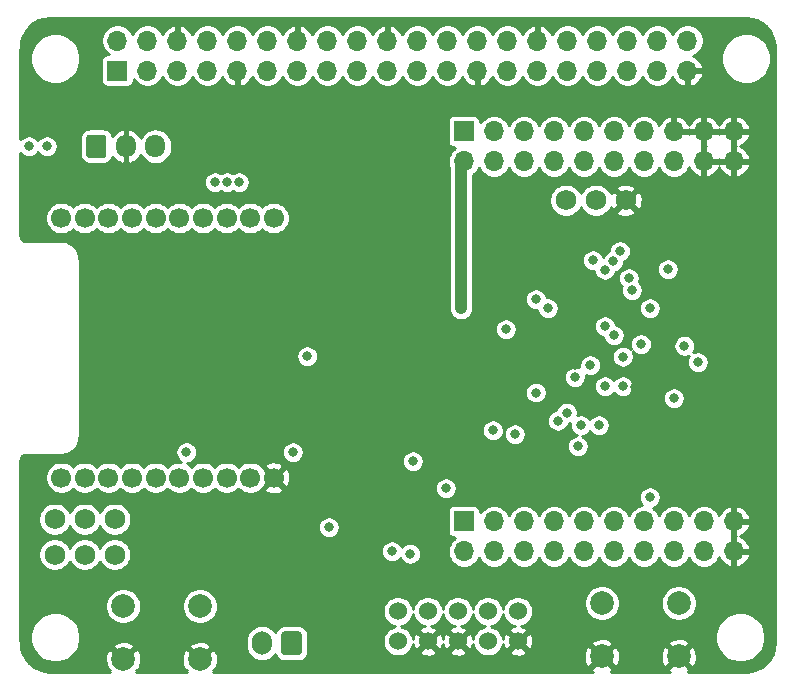
<source format=gbr>
G04 #@! TF.GenerationSoftware,KiCad,Pcbnew,(5.1.5)-3*
G04 #@! TF.CreationDate,2020-11-16T19:58:28+01:00*
G04 #@! TF.ProjectId,bus_raspi,6275735f-7261-4737-9069-2e6b69636164,rev?*
G04 #@! TF.SameCoordinates,Original*
G04 #@! TF.FileFunction,Copper,L2,Inr*
G04 #@! TF.FilePolarity,Positive*
%FSLAX46Y46*%
G04 Gerber Fmt 4.6, Leading zero omitted, Abs format (unit mm)*
G04 Created by KiCad (PCBNEW (5.1.5)-3) date 2020-11-16 19:58:28*
%MOMM*%
%LPD*%
G04 APERTURE LIST*
%ADD10C,1.700000*%
%ADD11C,1.750000*%
%ADD12C,2.000000*%
%ADD13C,1.524000*%
%ADD14O,1.700000X1.950000*%
%ADD15C,0.100000*%
%ADD16O,1.700000X1.700000*%
%ADD17R,1.700000X1.700000*%
%ADD18O,1.700000X2.000000*%
%ADD19C,0.800000*%
%ADD20C,1.000000*%
%ADD21C,0.254000*%
G04 APERTURE END LIST*
D10*
X4000000Y-17500000D03*
X6000000Y-17500000D03*
X8000000Y-17500000D03*
X10000000Y-17500000D03*
X12000000Y-17500000D03*
X14000000Y-17500000D03*
X16000000Y-17500000D03*
X18000000Y-17500000D03*
X20000000Y-17500000D03*
X22000000Y-17500000D03*
X22000000Y-39500000D03*
X20000000Y-39500000D03*
X18000000Y-39500000D03*
X16000000Y-39500000D03*
X14000000Y-39500000D03*
X12000000Y-39500000D03*
X10000000Y-39500000D03*
X8000000Y-39500000D03*
X6000000Y-39500000D03*
X4000000Y-39500000D03*
D11*
X51816000Y-16002000D03*
X49276000Y-16002000D03*
X46736000Y-16002000D03*
X8540000Y-46000000D03*
X6000000Y-46000000D03*
X3460000Y-46000000D03*
X8540000Y-43000000D03*
X6000000Y-43000000D03*
X3460000Y-43000000D03*
D12*
X9248000Y-54864000D03*
X9248000Y-50364000D03*
X15748000Y-54864000D03*
X15748000Y-50364000D03*
X49784000Y-54610000D03*
X49784000Y-50110000D03*
X56284000Y-54610000D03*
X56284000Y-50110000D03*
D13*
X42672000Y-50800000D03*
X42672000Y-53340000D03*
X40132000Y-50800000D03*
X40132000Y-53340000D03*
X37592000Y-50800000D03*
X37592000Y-53340000D03*
X35052000Y-50800000D03*
X35052000Y-53340000D03*
X32512000Y-50800000D03*
X32512000Y-53340000D03*
D14*
X11985000Y-11430000D03*
X9485000Y-11430000D03*
G04 #@! TA.AperFunction,ViaPad*
D15*
G36*
X7609504Y-10456204D02*
G01*
X7633773Y-10459804D01*
X7657571Y-10465765D01*
X7680671Y-10474030D01*
X7702849Y-10484520D01*
X7723893Y-10497133D01*
X7743598Y-10511747D01*
X7761777Y-10528223D01*
X7778253Y-10546402D01*
X7792867Y-10566107D01*
X7805480Y-10587151D01*
X7815970Y-10609329D01*
X7824235Y-10632429D01*
X7830196Y-10656227D01*
X7833796Y-10680496D01*
X7835000Y-10705000D01*
X7835000Y-12155000D01*
X7833796Y-12179504D01*
X7830196Y-12203773D01*
X7824235Y-12227571D01*
X7815970Y-12250671D01*
X7805480Y-12272849D01*
X7792867Y-12293893D01*
X7778253Y-12313598D01*
X7761777Y-12331777D01*
X7743598Y-12348253D01*
X7723893Y-12362867D01*
X7702849Y-12375480D01*
X7680671Y-12385970D01*
X7657571Y-12394235D01*
X7633773Y-12400196D01*
X7609504Y-12403796D01*
X7585000Y-12405000D01*
X6385000Y-12405000D01*
X6360496Y-12403796D01*
X6336227Y-12400196D01*
X6312429Y-12394235D01*
X6289329Y-12385970D01*
X6267151Y-12375480D01*
X6246107Y-12362867D01*
X6226402Y-12348253D01*
X6208223Y-12331777D01*
X6191747Y-12313598D01*
X6177133Y-12293893D01*
X6164520Y-12272849D01*
X6154030Y-12250671D01*
X6145765Y-12227571D01*
X6139804Y-12203773D01*
X6136204Y-12179504D01*
X6135000Y-12155000D01*
X6135000Y-10705000D01*
X6136204Y-10680496D01*
X6139804Y-10656227D01*
X6145765Y-10632429D01*
X6154030Y-10609329D01*
X6164520Y-10587151D01*
X6177133Y-10566107D01*
X6191747Y-10546402D01*
X6208223Y-10528223D01*
X6226402Y-10511747D01*
X6246107Y-10497133D01*
X6267151Y-10484520D01*
X6289329Y-10474030D01*
X6312429Y-10465765D01*
X6336227Y-10459804D01*
X6360496Y-10456204D01*
X6385000Y-10455000D01*
X7585000Y-10455000D01*
X7609504Y-10456204D01*
G37*
G04 #@! TD.AperFunction*
D16*
X60960000Y-12700000D03*
X60960000Y-10160000D03*
X58420000Y-12700000D03*
X58420000Y-10160000D03*
X55880000Y-12700000D03*
X55880000Y-10160000D03*
X53340000Y-12700000D03*
X53340000Y-10160000D03*
X50800000Y-12700000D03*
X50800000Y-10160000D03*
X48260000Y-12700000D03*
X48260000Y-10160000D03*
X45720000Y-12700000D03*
X45720000Y-10160000D03*
X43180000Y-12700000D03*
X43180000Y-10160000D03*
X40640000Y-12700000D03*
X40640000Y-10160000D03*
X38100000Y-12700000D03*
D17*
X38100000Y-10160000D03*
D16*
X60960000Y-45720000D03*
X60960000Y-43180000D03*
X58420000Y-45720000D03*
X58420000Y-43180000D03*
X55880000Y-45720000D03*
X55880000Y-43180000D03*
X53340000Y-45720000D03*
X53340000Y-43180000D03*
X50800000Y-45720000D03*
X50800000Y-43180000D03*
X48260000Y-45720000D03*
X48260000Y-43180000D03*
X45720000Y-45720000D03*
X45720000Y-43180000D03*
X43180000Y-45720000D03*
X43180000Y-43180000D03*
X40640000Y-45720000D03*
X40640000Y-43180000D03*
X38100000Y-45720000D03*
D17*
X38100000Y-43180000D03*
D16*
X57010000Y-2490000D03*
X57010000Y-5030000D03*
X54470000Y-2490000D03*
X54470000Y-5030000D03*
X51930000Y-2490000D03*
X51930000Y-5030000D03*
X49390000Y-2490000D03*
X49390000Y-5030000D03*
X46850000Y-2490000D03*
X46850000Y-5030000D03*
X44310000Y-2490000D03*
X44310000Y-5030000D03*
X41770000Y-2490000D03*
X41770000Y-5030000D03*
X39230000Y-2490000D03*
X39230000Y-5030000D03*
X36690000Y-2490000D03*
X36690000Y-5030000D03*
X34150000Y-2490000D03*
X34150000Y-5030000D03*
X31610000Y-2490000D03*
X31610000Y-5030000D03*
X29070000Y-2490000D03*
X29070000Y-5030000D03*
X26530000Y-2490000D03*
X26530000Y-5030000D03*
X23990000Y-2490000D03*
X23990000Y-5030000D03*
X21450000Y-2490000D03*
X21450000Y-5030000D03*
X18910000Y-2490000D03*
X18910000Y-5030000D03*
X16370000Y-2490000D03*
X16370000Y-5030000D03*
X13830000Y-2490000D03*
X13830000Y-5030000D03*
X11290000Y-2490000D03*
X11290000Y-5030000D03*
X8750000Y-2490000D03*
D17*
X8750000Y-5030000D03*
D18*
X21000000Y-53500000D03*
G04 #@! TA.AperFunction,ViaPad*
D15*
G36*
X24124504Y-52501204D02*
G01*
X24148773Y-52504804D01*
X24172571Y-52510765D01*
X24195671Y-52519030D01*
X24217849Y-52529520D01*
X24238893Y-52542133D01*
X24258598Y-52556747D01*
X24276777Y-52573223D01*
X24293253Y-52591402D01*
X24307867Y-52611107D01*
X24320480Y-52632151D01*
X24330970Y-52654329D01*
X24339235Y-52677429D01*
X24345196Y-52701227D01*
X24348796Y-52725496D01*
X24350000Y-52750000D01*
X24350000Y-54250000D01*
X24348796Y-54274504D01*
X24345196Y-54298773D01*
X24339235Y-54322571D01*
X24330970Y-54345671D01*
X24320480Y-54367849D01*
X24307867Y-54388893D01*
X24293253Y-54408598D01*
X24276777Y-54426777D01*
X24258598Y-54443253D01*
X24238893Y-54457867D01*
X24217849Y-54470480D01*
X24195671Y-54480970D01*
X24172571Y-54489235D01*
X24148773Y-54495196D01*
X24124504Y-54498796D01*
X24100000Y-54500000D01*
X22900000Y-54500000D01*
X22875496Y-54498796D01*
X22851227Y-54495196D01*
X22827429Y-54489235D01*
X22804329Y-54480970D01*
X22782151Y-54470480D01*
X22761107Y-54457867D01*
X22741402Y-54443253D01*
X22723223Y-54426777D01*
X22706747Y-54408598D01*
X22692133Y-54388893D01*
X22679520Y-54367849D01*
X22669030Y-54345671D01*
X22660765Y-54322571D01*
X22654804Y-54298773D01*
X22651204Y-54274504D01*
X22650000Y-54250000D01*
X22650000Y-52750000D01*
X22651204Y-52725496D01*
X22654804Y-52701227D01*
X22660765Y-52677429D01*
X22669030Y-52654329D01*
X22679520Y-52632151D01*
X22692133Y-52611107D01*
X22706747Y-52591402D01*
X22723223Y-52573223D01*
X22741402Y-52556747D01*
X22761107Y-52542133D01*
X22782151Y-52529520D01*
X22804329Y-52519030D01*
X22827429Y-52510765D01*
X22851227Y-52504804D01*
X22875496Y-52501204D01*
X22900000Y-52500000D01*
X24100000Y-52500000D01*
X24124504Y-52501204D01*
G37*
G04 #@! TD.AperFunction*
D19*
X14605000Y-35814000D03*
X1270000Y-15240000D03*
X22500000Y-44500000D03*
X22500000Y-46500000D03*
X25000000Y-44500000D03*
X20000000Y-44500000D03*
X20574000Y-33782000D03*
X26098500Y-29210000D03*
X25019000Y-23241000D03*
X26543000Y-23304500D03*
X29527500Y-23304500D03*
X2735601Y-15181601D03*
X35560000Y-27686000D03*
X32004000Y-42164000D03*
X41656000Y-31496000D03*
X41656000Y-29972000D03*
X41656000Y-28448000D03*
X47498000Y-29972000D03*
X52545088Y-31793931D03*
X46228000Y-22098000D03*
X48015966Y-23449989D03*
X57404000Y-25146000D03*
X55880000Y-36322000D03*
X54356000Y-36322000D03*
X53086000Y-26924000D03*
X30479986Y-27940000D03*
X27432000Y-37084000D03*
X14605000Y-37338000D03*
X23622000Y-37338000D03*
X24828500Y-29210000D03*
X32004000Y-45720000D03*
X41656000Y-26924000D03*
X55880000Y-32766000D03*
X53848000Y-25146000D03*
X45212000Y-25146000D03*
X44196000Y-32280990D03*
X1270000Y-11430000D03*
X2794000Y-11430000D03*
X37846000Y-25146000D03*
X37846000Y-24130000D03*
X37846000Y-23114000D03*
X19050000Y-14478000D03*
X18034000Y-14478000D03*
X17018000Y-14478000D03*
X48006000Y-35052000D03*
X49530000Y-35052008D03*
X42418000Y-35814000D03*
X50038000Y-31750000D03*
X46789204Y-33985467D03*
X40554908Y-35484228D03*
X51312110Y-20313745D03*
X53090653Y-28189347D03*
X55372000Y-21844000D03*
X56764347Y-28325653D03*
X33782000Y-38100000D03*
X26670000Y-43688000D03*
X52070000Y-22606000D03*
X44196000Y-24384000D03*
X50038000Y-21881000D03*
X50038000Y-26670000D03*
X46064125Y-34674136D03*
X47498000Y-30988000D03*
X48783322Y-29972000D03*
X53848000Y-41148000D03*
X57912000Y-29718000D03*
X52324000Y-23622000D03*
X33553500Y-45948500D03*
X36576000Y-40386000D03*
X47752000Y-36830000D03*
X51562000Y-29235000D03*
X51546083Y-31749289D03*
X50763000Y-21149497D03*
X50800000Y-27432000D03*
X49022000Y-21082000D03*
D20*
X37846000Y-12954000D02*
X38100000Y-12700000D01*
X37846000Y-25146000D02*
X37846000Y-24130000D01*
X37846000Y-24130000D02*
X37846000Y-23114000D01*
X37846000Y-23114000D02*
X37846000Y-12954000D01*
D21*
G36*
X61822509Y-559523D02*
G01*
X61934567Y-583342D01*
X61942718Y-584198D01*
X62468137Y-635716D01*
X62918451Y-771674D01*
X63333780Y-992508D01*
X63698298Y-1289802D01*
X63998134Y-1652240D01*
X64221861Y-2066017D01*
X64360958Y-2515367D01*
X64416143Y-3040414D01*
X64417643Y-3047722D01*
X64424580Y-3116022D01*
X64448001Y-3192630D01*
X64448000Y-53304957D01*
X64440477Y-53322509D01*
X64416658Y-53434567D01*
X64415802Y-53442719D01*
X64364284Y-53968137D01*
X64228326Y-54418452D01*
X64007494Y-54833777D01*
X63710198Y-55198298D01*
X63347760Y-55498134D01*
X62933983Y-55721861D01*
X62484635Y-55860958D01*
X61959586Y-55916143D01*
X61952278Y-55917643D01*
X61883978Y-55924580D01*
X61807373Y-55948000D01*
X57030438Y-55948000D01*
X57083479Y-55919649D01*
X57185021Y-55684969D01*
X56284000Y-54783948D01*
X55382979Y-55684969D01*
X55484521Y-55919649D01*
X55543227Y-55948000D01*
X50530438Y-55948000D01*
X50583479Y-55919649D01*
X50685021Y-55684969D01*
X49784000Y-54783948D01*
X48882979Y-55684969D01*
X48984521Y-55919649D01*
X49043227Y-55948000D01*
X16833084Y-55948000D01*
X16919518Y-55861566D01*
X16822972Y-55765020D01*
X17057649Y-55663479D01*
X17188456Y-55392617D01*
X17263906Y-55101442D01*
X17281101Y-54801141D01*
X17239379Y-54503256D01*
X17140345Y-54219234D01*
X17057649Y-54064521D01*
X16822969Y-53962979D01*
X15921948Y-54864000D01*
X15936091Y-54878143D01*
X15762143Y-55052091D01*
X15748000Y-55037948D01*
X15733858Y-55052091D01*
X15559910Y-54878143D01*
X15574052Y-54864000D01*
X14673031Y-53962979D01*
X14438351Y-54064521D01*
X14307544Y-54335383D01*
X14232094Y-54626558D01*
X14214899Y-54926859D01*
X14256621Y-55224744D01*
X14355655Y-55508766D01*
X14438351Y-55663479D01*
X14673028Y-55765020D01*
X14576482Y-55861566D01*
X14662916Y-55948000D01*
X10333084Y-55948000D01*
X10419518Y-55861566D01*
X10322972Y-55765020D01*
X10557649Y-55663479D01*
X10688456Y-55392617D01*
X10763906Y-55101442D01*
X10781101Y-54801141D01*
X10739379Y-54503256D01*
X10640345Y-54219234D01*
X10557649Y-54064521D01*
X10322969Y-53962979D01*
X9421948Y-54864000D01*
X9436091Y-54878143D01*
X9262143Y-55052091D01*
X9248000Y-55037948D01*
X9233858Y-55052091D01*
X9059910Y-54878143D01*
X9074052Y-54864000D01*
X8173031Y-53962979D01*
X7938351Y-54064521D01*
X7807544Y-54335383D01*
X7732094Y-54626558D01*
X7714899Y-54926859D01*
X7756621Y-55224744D01*
X7855655Y-55508766D01*
X7938351Y-55663479D01*
X8173028Y-55765020D01*
X8076482Y-55861566D01*
X8162916Y-55948000D01*
X3195043Y-55948000D01*
X3177491Y-55940477D01*
X3065433Y-55916658D01*
X3057281Y-55915802D01*
X2531863Y-55864284D01*
X2081548Y-55728326D01*
X1666223Y-55507494D01*
X1301702Y-55210198D01*
X1001866Y-54847760D01*
X778139Y-54433983D01*
X639042Y-53984635D01*
X583857Y-53459586D01*
X582357Y-53452278D01*
X575420Y-53383978D01*
X552000Y-53307373D01*
X552000Y-52790509D01*
X1373000Y-52790509D01*
X1373000Y-53209491D01*
X1454739Y-53620423D01*
X1615077Y-54007512D01*
X1847851Y-54355884D01*
X2144116Y-54652149D01*
X2492488Y-54884923D01*
X2879577Y-55045261D01*
X3290509Y-55127000D01*
X3709491Y-55127000D01*
X4120423Y-55045261D01*
X4507512Y-54884923D01*
X4855884Y-54652149D01*
X5152149Y-54355884D01*
X5384923Y-54007512D01*
X5475421Y-53789031D01*
X8346979Y-53789031D01*
X9248000Y-54690052D01*
X10149021Y-53789031D01*
X14846979Y-53789031D01*
X15748000Y-54690052D01*
X16649021Y-53789031D01*
X16547479Y-53554351D01*
X16276617Y-53423544D01*
X15985442Y-53348094D01*
X15685141Y-53330899D01*
X15387256Y-53372621D01*
X15103234Y-53471655D01*
X14948521Y-53554351D01*
X14846979Y-53789031D01*
X10149021Y-53789031D01*
X10047479Y-53554351D01*
X9776617Y-53423544D01*
X9485442Y-53348094D01*
X9185141Y-53330899D01*
X8887256Y-53372621D01*
X8603234Y-53471655D01*
X8448521Y-53554351D01*
X8346979Y-53789031D01*
X5475421Y-53789031D01*
X5545261Y-53620423D01*
X5612505Y-53282360D01*
X19623000Y-53282360D01*
X19623000Y-53717639D01*
X19642925Y-53919938D01*
X19721663Y-54179504D01*
X19849527Y-54418720D01*
X20021603Y-54628396D01*
X20231279Y-54800473D01*
X20470495Y-54928337D01*
X20730061Y-55007075D01*
X21000000Y-55033662D01*
X21269938Y-55007075D01*
X21529504Y-54928337D01*
X21768720Y-54800473D01*
X21978396Y-54628397D01*
X22143175Y-54427614D01*
X22179791Y-54548320D01*
X22251829Y-54683094D01*
X22348776Y-54801224D01*
X22466906Y-54898171D01*
X22601680Y-54970209D01*
X22747918Y-55014570D01*
X22900000Y-55029549D01*
X24100000Y-55029549D01*
X24252082Y-55014570D01*
X24398320Y-54970209D01*
X24533094Y-54898171D01*
X24651224Y-54801224D01*
X24748171Y-54683094D01*
X24753641Y-54672859D01*
X48250899Y-54672859D01*
X48292621Y-54970744D01*
X48391655Y-55254766D01*
X48474351Y-55409479D01*
X48709031Y-55511021D01*
X49610052Y-54610000D01*
X49957948Y-54610000D01*
X50858969Y-55511021D01*
X51093649Y-55409479D01*
X51224456Y-55138617D01*
X51299906Y-54847442D01*
X51309902Y-54672859D01*
X54750899Y-54672859D01*
X54792621Y-54970744D01*
X54891655Y-55254766D01*
X54974351Y-55409479D01*
X55209031Y-55511021D01*
X56110052Y-54610000D01*
X56457948Y-54610000D01*
X57358969Y-55511021D01*
X57593649Y-55409479D01*
X57724456Y-55138617D01*
X57799906Y-54847442D01*
X57817101Y-54547141D01*
X57775379Y-54249256D01*
X57676345Y-53965234D01*
X57593649Y-53810521D01*
X57358969Y-53708979D01*
X56457948Y-54610000D01*
X56110052Y-54610000D01*
X55209031Y-53708979D01*
X54974351Y-53810521D01*
X54843544Y-54081383D01*
X54768094Y-54372558D01*
X54750899Y-54672859D01*
X51309902Y-54672859D01*
X51317101Y-54547141D01*
X51275379Y-54249256D01*
X51176345Y-53965234D01*
X51093649Y-53810521D01*
X50858969Y-53708979D01*
X49957948Y-54610000D01*
X49610052Y-54610000D01*
X48709031Y-53708979D01*
X48474351Y-53810521D01*
X48343544Y-54081383D01*
X48268094Y-54372558D01*
X48250899Y-54672859D01*
X24753641Y-54672859D01*
X24820209Y-54548320D01*
X24864570Y-54402082D01*
X24879549Y-54250000D01*
X24879549Y-52750000D01*
X24864570Y-52597918D01*
X24820209Y-52451680D01*
X24748171Y-52316906D01*
X24651224Y-52198776D01*
X24533094Y-52101829D01*
X24398320Y-52029791D01*
X24252082Y-51985430D01*
X24100000Y-51970451D01*
X22900000Y-51970451D01*
X22747918Y-51985430D01*
X22601680Y-52029791D01*
X22466906Y-52101829D01*
X22348776Y-52198776D01*
X22251829Y-52316906D01*
X22179791Y-52451680D01*
X22143175Y-52572386D01*
X21978397Y-52371603D01*
X21768721Y-52199527D01*
X21529505Y-52071663D01*
X21269939Y-51992925D01*
X21000000Y-51966338D01*
X20730062Y-51992925D01*
X20470496Y-52071663D01*
X20231280Y-52199527D01*
X20021604Y-52371603D01*
X19849527Y-52581279D01*
X19721663Y-52820495D01*
X19642925Y-53080061D01*
X19623000Y-53282360D01*
X5612505Y-53282360D01*
X5627000Y-53209491D01*
X5627000Y-52790509D01*
X5545261Y-52379577D01*
X5384923Y-51992488D01*
X5152149Y-51644116D01*
X4855884Y-51347851D01*
X4507512Y-51115077D01*
X4120423Y-50954739D01*
X3709491Y-50873000D01*
X3290509Y-50873000D01*
X2879577Y-50954739D01*
X2492488Y-51115077D01*
X2144116Y-51347851D01*
X1847851Y-51644116D01*
X1615077Y-51992488D01*
X1454739Y-52379577D01*
X1373000Y-52790509D01*
X552000Y-52790509D01*
X552000Y-50213604D01*
X7721000Y-50213604D01*
X7721000Y-50514396D01*
X7779681Y-50809410D01*
X7894790Y-51087306D01*
X8061901Y-51337406D01*
X8274594Y-51550099D01*
X8524694Y-51717210D01*
X8802590Y-51832319D01*
X9097604Y-51891000D01*
X9398396Y-51891000D01*
X9693410Y-51832319D01*
X9971306Y-51717210D01*
X10221406Y-51550099D01*
X10434099Y-51337406D01*
X10601210Y-51087306D01*
X10716319Y-50809410D01*
X10775000Y-50514396D01*
X10775000Y-50213604D01*
X14221000Y-50213604D01*
X14221000Y-50514396D01*
X14279681Y-50809410D01*
X14394790Y-51087306D01*
X14561901Y-51337406D01*
X14774594Y-51550099D01*
X15024694Y-51717210D01*
X15302590Y-51832319D01*
X15597604Y-51891000D01*
X15898396Y-51891000D01*
X16193410Y-51832319D01*
X16471306Y-51717210D01*
X16721406Y-51550099D01*
X16934099Y-51337406D01*
X17101210Y-51087306D01*
X17216319Y-50809410D01*
X17243443Y-50673045D01*
X31223000Y-50673045D01*
X31223000Y-50926955D01*
X31272535Y-51175987D01*
X31369703Y-51410570D01*
X31510768Y-51621690D01*
X31690310Y-51801232D01*
X31901430Y-51942297D01*
X32136013Y-52039465D01*
X32289524Y-52070000D01*
X32136013Y-52100535D01*
X31901430Y-52197703D01*
X31690310Y-52338768D01*
X31510768Y-52518310D01*
X31369703Y-52729430D01*
X31272535Y-52964013D01*
X31223000Y-53213045D01*
X31223000Y-53466955D01*
X31272535Y-53715987D01*
X31369703Y-53950570D01*
X31510768Y-54161690D01*
X31690310Y-54341232D01*
X31901430Y-54482297D01*
X32136013Y-54579465D01*
X32385045Y-54629000D01*
X32638955Y-54629000D01*
X32887987Y-54579465D01*
X33122570Y-54482297D01*
X33333690Y-54341232D01*
X33429849Y-54245073D01*
X34320875Y-54245073D01*
X34393628Y-54455431D01*
X34623889Y-54562441D01*
X34870602Y-54622472D01*
X35124285Y-54633219D01*
X35375190Y-54594269D01*
X35613675Y-54507117D01*
X35710372Y-54455431D01*
X35783125Y-54245073D01*
X36860875Y-54245073D01*
X36933628Y-54455431D01*
X37163889Y-54562441D01*
X37410602Y-54622472D01*
X37664285Y-54633219D01*
X37915190Y-54594269D01*
X38153675Y-54507117D01*
X38250372Y-54455431D01*
X38323125Y-54245073D01*
X37592000Y-53513948D01*
X36860875Y-54245073D01*
X35783125Y-54245073D01*
X35052000Y-53513948D01*
X34320875Y-54245073D01*
X33429849Y-54245073D01*
X33513232Y-54161690D01*
X33654297Y-53950570D01*
X33751465Y-53715987D01*
X33782054Y-53562204D01*
X33797731Y-53663190D01*
X33884883Y-53901675D01*
X33936569Y-53998372D01*
X34146927Y-54071125D01*
X34878052Y-53340000D01*
X35225948Y-53340000D01*
X35957073Y-54071125D01*
X36167431Y-53998372D01*
X36274441Y-53768111D01*
X36323024Y-53568449D01*
X36337731Y-53663190D01*
X36424883Y-53901675D01*
X36476569Y-53998372D01*
X36686927Y-54071125D01*
X37418052Y-53340000D01*
X36686927Y-52608875D01*
X36476569Y-52681628D01*
X36369559Y-52911889D01*
X36320976Y-53111551D01*
X36306269Y-53016810D01*
X36219117Y-52778325D01*
X36167431Y-52681628D01*
X35957073Y-52608875D01*
X35225948Y-53340000D01*
X34878052Y-53340000D01*
X34146927Y-52608875D01*
X33936569Y-52681628D01*
X33829559Y-52911889D01*
X33780886Y-53111924D01*
X33751465Y-52964013D01*
X33654297Y-52729430D01*
X33513232Y-52518310D01*
X33333690Y-52338768D01*
X33122570Y-52197703D01*
X32887987Y-52100535D01*
X32734476Y-52070000D01*
X32887987Y-52039465D01*
X33122570Y-51942297D01*
X33333690Y-51801232D01*
X33513232Y-51621690D01*
X33654297Y-51410570D01*
X33751465Y-51175987D01*
X33782000Y-51022476D01*
X33812535Y-51175987D01*
X33909703Y-51410570D01*
X34050768Y-51621690D01*
X34230310Y-51801232D01*
X34441430Y-51942297D01*
X34676013Y-52039465D01*
X34829796Y-52070054D01*
X34728810Y-52085731D01*
X34490325Y-52172883D01*
X34393628Y-52224569D01*
X34320875Y-52434927D01*
X35052000Y-53166052D01*
X35783125Y-52434927D01*
X35710372Y-52224569D01*
X35480111Y-52117559D01*
X35280076Y-52068886D01*
X35427987Y-52039465D01*
X35662570Y-51942297D01*
X35873690Y-51801232D01*
X36053232Y-51621690D01*
X36194297Y-51410570D01*
X36291465Y-51175987D01*
X36322000Y-51022476D01*
X36352535Y-51175987D01*
X36449703Y-51410570D01*
X36590768Y-51621690D01*
X36770310Y-51801232D01*
X36981430Y-51942297D01*
X37216013Y-52039465D01*
X37369796Y-52070054D01*
X37268810Y-52085731D01*
X37030325Y-52172883D01*
X36933628Y-52224569D01*
X36860875Y-52434927D01*
X37592000Y-53166052D01*
X38323125Y-52434927D01*
X38250372Y-52224569D01*
X38020111Y-52117559D01*
X37820076Y-52068886D01*
X37967987Y-52039465D01*
X38202570Y-51942297D01*
X38413690Y-51801232D01*
X38593232Y-51621690D01*
X38734297Y-51410570D01*
X38831465Y-51175987D01*
X38862000Y-51022476D01*
X38892535Y-51175987D01*
X38989703Y-51410570D01*
X39130768Y-51621690D01*
X39310310Y-51801232D01*
X39521430Y-51942297D01*
X39756013Y-52039465D01*
X39909524Y-52070000D01*
X39756013Y-52100535D01*
X39521430Y-52197703D01*
X39310310Y-52338768D01*
X39130768Y-52518310D01*
X38989703Y-52729430D01*
X38892535Y-52964013D01*
X38861946Y-53117796D01*
X38846269Y-53016810D01*
X38759117Y-52778325D01*
X38707431Y-52681628D01*
X38497073Y-52608875D01*
X37765948Y-53340000D01*
X38497073Y-54071125D01*
X38707431Y-53998372D01*
X38814441Y-53768111D01*
X38863114Y-53568076D01*
X38892535Y-53715987D01*
X38989703Y-53950570D01*
X39130768Y-54161690D01*
X39310310Y-54341232D01*
X39521430Y-54482297D01*
X39756013Y-54579465D01*
X40005045Y-54629000D01*
X40258955Y-54629000D01*
X40507987Y-54579465D01*
X40742570Y-54482297D01*
X40953690Y-54341232D01*
X41049849Y-54245073D01*
X41940875Y-54245073D01*
X42013628Y-54455431D01*
X42243889Y-54562441D01*
X42490602Y-54622472D01*
X42744285Y-54633219D01*
X42995190Y-54594269D01*
X43233675Y-54507117D01*
X43330372Y-54455431D01*
X43403125Y-54245073D01*
X42672000Y-53513948D01*
X41940875Y-54245073D01*
X41049849Y-54245073D01*
X41133232Y-54161690D01*
X41274297Y-53950570D01*
X41371465Y-53715987D01*
X41402054Y-53562204D01*
X41417731Y-53663190D01*
X41504883Y-53901675D01*
X41556569Y-53998372D01*
X41766927Y-54071125D01*
X42498052Y-53340000D01*
X42845948Y-53340000D01*
X43577073Y-54071125D01*
X43787431Y-53998372D01*
X43894441Y-53768111D01*
X43951154Y-53535031D01*
X48882979Y-53535031D01*
X49784000Y-54436052D01*
X50685021Y-53535031D01*
X55382979Y-53535031D01*
X56284000Y-54436052D01*
X57185021Y-53535031D01*
X57083479Y-53300351D01*
X56812617Y-53169544D01*
X56521442Y-53094094D01*
X56221141Y-53076899D01*
X55923256Y-53118621D01*
X55639234Y-53217655D01*
X55484521Y-53300351D01*
X55382979Y-53535031D01*
X50685021Y-53535031D01*
X50583479Y-53300351D01*
X50312617Y-53169544D01*
X50021442Y-53094094D01*
X49721141Y-53076899D01*
X49423256Y-53118621D01*
X49139234Y-53217655D01*
X48984521Y-53300351D01*
X48882979Y-53535031D01*
X43951154Y-53535031D01*
X43954472Y-53521398D01*
X43965219Y-53267715D01*
X43926269Y-53016810D01*
X43843570Y-52790509D01*
X59373000Y-52790509D01*
X59373000Y-53209491D01*
X59454739Y-53620423D01*
X59615077Y-54007512D01*
X59847851Y-54355884D01*
X60144116Y-54652149D01*
X60492488Y-54884923D01*
X60879577Y-55045261D01*
X61290509Y-55127000D01*
X61709491Y-55127000D01*
X62120423Y-55045261D01*
X62507512Y-54884923D01*
X62855884Y-54652149D01*
X63152149Y-54355884D01*
X63384923Y-54007512D01*
X63545261Y-53620423D01*
X63627000Y-53209491D01*
X63627000Y-52790509D01*
X63545261Y-52379577D01*
X63384923Y-51992488D01*
X63152149Y-51644116D01*
X62855884Y-51347851D01*
X62507512Y-51115077D01*
X62120423Y-50954739D01*
X61709491Y-50873000D01*
X61290509Y-50873000D01*
X60879577Y-50954739D01*
X60492488Y-51115077D01*
X60144116Y-51347851D01*
X59847851Y-51644116D01*
X59615077Y-51992488D01*
X59454739Y-52379577D01*
X59373000Y-52790509D01*
X43843570Y-52790509D01*
X43839117Y-52778325D01*
X43787431Y-52681628D01*
X43577073Y-52608875D01*
X42845948Y-53340000D01*
X42498052Y-53340000D01*
X41766927Y-52608875D01*
X41556569Y-52681628D01*
X41449559Y-52911889D01*
X41400886Y-53111924D01*
X41371465Y-52964013D01*
X41274297Y-52729430D01*
X41133232Y-52518310D01*
X40953690Y-52338768D01*
X40742570Y-52197703D01*
X40507987Y-52100535D01*
X40354476Y-52070000D01*
X40507987Y-52039465D01*
X40742570Y-51942297D01*
X40953690Y-51801232D01*
X41133232Y-51621690D01*
X41274297Y-51410570D01*
X41371465Y-51175987D01*
X41402000Y-51022476D01*
X41432535Y-51175987D01*
X41529703Y-51410570D01*
X41670768Y-51621690D01*
X41850310Y-51801232D01*
X42061430Y-51942297D01*
X42296013Y-52039465D01*
X42449796Y-52070054D01*
X42348810Y-52085731D01*
X42110325Y-52172883D01*
X42013628Y-52224569D01*
X41940875Y-52434927D01*
X42672000Y-53166052D01*
X43403125Y-52434927D01*
X43330372Y-52224569D01*
X43100111Y-52117559D01*
X42900076Y-52068886D01*
X43047987Y-52039465D01*
X43282570Y-51942297D01*
X43493690Y-51801232D01*
X43673232Y-51621690D01*
X43814297Y-51410570D01*
X43911465Y-51175987D01*
X43961000Y-50926955D01*
X43961000Y-50673045D01*
X43911465Y-50424013D01*
X43814297Y-50189430D01*
X43673232Y-49978310D01*
X43654526Y-49959604D01*
X48257000Y-49959604D01*
X48257000Y-50260396D01*
X48315681Y-50555410D01*
X48430790Y-50833306D01*
X48597901Y-51083406D01*
X48810594Y-51296099D01*
X49060694Y-51463210D01*
X49338590Y-51578319D01*
X49633604Y-51637000D01*
X49934396Y-51637000D01*
X50229410Y-51578319D01*
X50507306Y-51463210D01*
X50757406Y-51296099D01*
X50970099Y-51083406D01*
X51137210Y-50833306D01*
X51252319Y-50555410D01*
X51311000Y-50260396D01*
X51311000Y-49959604D01*
X54757000Y-49959604D01*
X54757000Y-50260396D01*
X54815681Y-50555410D01*
X54930790Y-50833306D01*
X55097901Y-51083406D01*
X55310594Y-51296099D01*
X55560694Y-51463210D01*
X55838590Y-51578319D01*
X56133604Y-51637000D01*
X56434396Y-51637000D01*
X56729410Y-51578319D01*
X57007306Y-51463210D01*
X57257406Y-51296099D01*
X57470099Y-51083406D01*
X57637210Y-50833306D01*
X57752319Y-50555410D01*
X57811000Y-50260396D01*
X57811000Y-49959604D01*
X57752319Y-49664590D01*
X57637210Y-49386694D01*
X57470099Y-49136594D01*
X57257406Y-48923901D01*
X57007306Y-48756790D01*
X56729410Y-48641681D01*
X56434396Y-48583000D01*
X56133604Y-48583000D01*
X55838590Y-48641681D01*
X55560694Y-48756790D01*
X55310594Y-48923901D01*
X55097901Y-49136594D01*
X54930790Y-49386694D01*
X54815681Y-49664590D01*
X54757000Y-49959604D01*
X51311000Y-49959604D01*
X51252319Y-49664590D01*
X51137210Y-49386694D01*
X50970099Y-49136594D01*
X50757406Y-48923901D01*
X50507306Y-48756790D01*
X50229410Y-48641681D01*
X49934396Y-48583000D01*
X49633604Y-48583000D01*
X49338590Y-48641681D01*
X49060694Y-48756790D01*
X48810594Y-48923901D01*
X48597901Y-49136594D01*
X48430790Y-49386694D01*
X48315681Y-49664590D01*
X48257000Y-49959604D01*
X43654526Y-49959604D01*
X43493690Y-49798768D01*
X43282570Y-49657703D01*
X43047987Y-49560535D01*
X42798955Y-49511000D01*
X42545045Y-49511000D01*
X42296013Y-49560535D01*
X42061430Y-49657703D01*
X41850310Y-49798768D01*
X41670768Y-49978310D01*
X41529703Y-50189430D01*
X41432535Y-50424013D01*
X41402000Y-50577524D01*
X41371465Y-50424013D01*
X41274297Y-50189430D01*
X41133232Y-49978310D01*
X40953690Y-49798768D01*
X40742570Y-49657703D01*
X40507987Y-49560535D01*
X40258955Y-49511000D01*
X40005045Y-49511000D01*
X39756013Y-49560535D01*
X39521430Y-49657703D01*
X39310310Y-49798768D01*
X39130768Y-49978310D01*
X38989703Y-50189430D01*
X38892535Y-50424013D01*
X38862000Y-50577524D01*
X38831465Y-50424013D01*
X38734297Y-50189430D01*
X38593232Y-49978310D01*
X38413690Y-49798768D01*
X38202570Y-49657703D01*
X37967987Y-49560535D01*
X37718955Y-49511000D01*
X37465045Y-49511000D01*
X37216013Y-49560535D01*
X36981430Y-49657703D01*
X36770310Y-49798768D01*
X36590768Y-49978310D01*
X36449703Y-50189430D01*
X36352535Y-50424013D01*
X36322000Y-50577524D01*
X36291465Y-50424013D01*
X36194297Y-50189430D01*
X36053232Y-49978310D01*
X35873690Y-49798768D01*
X35662570Y-49657703D01*
X35427987Y-49560535D01*
X35178955Y-49511000D01*
X34925045Y-49511000D01*
X34676013Y-49560535D01*
X34441430Y-49657703D01*
X34230310Y-49798768D01*
X34050768Y-49978310D01*
X33909703Y-50189430D01*
X33812535Y-50424013D01*
X33782000Y-50577524D01*
X33751465Y-50424013D01*
X33654297Y-50189430D01*
X33513232Y-49978310D01*
X33333690Y-49798768D01*
X33122570Y-49657703D01*
X32887987Y-49560535D01*
X32638955Y-49511000D01*
X32385045Y-49511000D01*
X32136013Y-49560535D01*
X31901430Y-49657703D01*
X31690310Y-49798768D01*
X31510768Y-49978310D01*
X31369703Y-50189430D01*
X31272535Y-50424013D01*
X31223000Y-50673045D01*
X17243443Y-50673045D01*
X17275000Y-50514396D01*
X17275000Y-50213604D01*
X17216319Y-49918590D01*
X17101210Y-49640694D01*
X16934099Y-49390594D01*
X16721406Y-49177901D01*
X16471306Y-49010790D01*
X16193410Y-48895681D01*
X15898396Y-48837000D01*
X15597604Y-48837000D01*
X15302590Y-48895681D01*
X15024694Y-49010790D01*
X14774594Y-49177901D01*
X14561901Y-49390594D01*
X14394790Y-49640694D01*
X14279681Y-49918590D01*
X14221000Y-50213604D01*
X10775000Y-50213604D01*
X10716319Y-49918590D01*
X10601210Y-49640694D01*
X10434099Y-49390594D01*
X10221406Y-49177901D01*
X9971306Y-49010790D01*
X9693410Y-48895681D01*
X9398396Y-48837000D01*
X9097604Y-48837000D01*
X8802590Y-48895681D01*
X8524694Y-49010790D01*
X8274594Y-49177901D01*
X8061901Y-49390594D01*
X7894790Y-49640694D01*
X7779681Y-49918590D01*
X7721000Y-50213604D01*
X552000Y-50213604D01*
X552000Y-45861915D01*
X2058000Y-45861915D01*
X2058000Y-46138085D01*
X2111878Y-46408948D01*
X2217563Y-46664096D01*
X2370995Y-46893723D01*
X2566277Y-47089005D01*
X2795904Y-47242437D01*
X3051052Y-47348122D01*
X3321915Y-47402000D01*
X3598085Y-47402000D01*
X3868948Y-47348122D01*
X4124096Y-47242437D01*
X4353723Y-47089005D01*
X4549005Y-46893723D01*
X4702437Y-46664096D01*
X4730000Y-46597553D01*
X4757563Y-46664096D01*
X4910995Y-46893723D01*
X5106277Y-47089005D01*
X5335904Y-47242437D01*
X5591052Y-47348122D01*
X5861915Y-47402000D01*
X6138085Y-47402000D01*
X6408948Y-47348122D01*
X6664096Y-47242437D01*
X6893723Y-47089005D01*
X7089005Y-46893723D01*
X7242437Y-46664096D01*
X7270000Y-46597553D01*
X7297563Y-46664096D01*
X7450995Y-46893723D01*
X7646277Y-47089005D01*
X7875904Y-47242437D01*
X8131052Y-47348122D01*
X8401915Y-47402000D01*
X8678085Y-47402000D01*
X8948948Y-47348122D01*
X9204096Y-47242437D01*
X9433723Y-47089005D01*
X9629005Y-46893723D01*
X9782437Y-46664096D01*
X9888122Y-46408948D01*
X9942000Y-46138085D01*
X9942000Y-45861915D01*
X9895611Y-45628699D01*
X31077000Y-45628699D01*
X31077000Y-45811301D01*
X31112624Y-45990396D01*
X31182504Y-46159099D01*
X31283952Y-46310928D01*
X31413072Y-46440048D01*
X31564901Y-46541496D01*
X31733604Y-46611376D01*
X31912699Y-46647000D01*
X32095301Y-46647000D01*
X32274396Y-46611376D01*
X32443099Y-46541496D01*
X32594928Y-46440048D01*
X32707217Y-46327759D01*
X32732004Y-46387599D01*
X32833452Y-46539428D01*
X32962572Y-46668548D01*
X33114401Y-46769996D01*
X33283104Y-46839876D01*
X33462199Y-46875500D01*
X33644801Y-46875500D01*
X33823896Y-46839876D01*
X33992599Y-46769996D01*
X34144428Y-46668548D01*
X34273548Y-46539428D01*
X34374996Y-46387599D01*
X34444876Y-46218896D01*
X34480500Y-46039801D01*
X34480500Y-45857199D01*
X34444876Y-45678104D01*
X34374996Y-45509401D01*
X34273548Y-45357572D01*
X34144428Y-45228452D01*
X33992599Y-45127004D01*
X33823896Y-45057124D01*
X33644801Y-45021500D01*
X33462199Y-45021500D01*
X33283104Y-45057124D01*
X33114401Y-45127004D01*
X32962572Y-45228452D01*
X32850283Y-45340741D01*
X32825496Y-45280901D01*
X32724048Y-45129072D01*
X32594928Y-44999952D01*
X32443099Y-44898504D01*
X32274396Y-44828624D01*
X32095301Y-44793000D01*
X31912699Y-44793000D01*
X31733604Y-44828624D01*
X31564901Y-44898504D01*
X31413072Y-44999952D01*
X31283952Y-45129072D01*
X31182504Y-45280901D01*
X31112624Y-45449604D01*
X31077000Y-45628699D01*
X9895611Y-45628699D01*
X9888122Y-45591052D01*
X9782437Y-45335904D01*
X9629005Y-45106277D01*
X9433723Y-44910995D01*
X9204096Y-44757563D01*
X8948948Y-44651878D01*
X8678085Y-44598000D01*
X8401915Y-44598000D01*
X8131052Y-44651878D01*
X7875904Y-44757563D01*
X7646277Y-44910995D01*
X7450995Y-45106277D01*
X7297563Y-45335904D01*
X7270000Y-45402447D01*
X7242437Y-45335904D01*
X7089005Y-45106277D01*
X6893723Y-44910995D01*
X6664096Y-44757563D01*
X6408948Y-44651878D01*
X6138085Y-44598000D01*
X5861915Y-44598000D01*
X5591052Y-44651878D01*
X5335904Y-44757563D01*
X5106277Y-44910995D01*
X4910995Y-45106277D01*
X4757563Y-45335904D01*
X4730000Y-45402447D01*
X4702437Y-45335904D01*
X4549005Y-45106277D01*
X4353723Y-44910995D01*
X4124096Y-44757563D01*
X3868948Y-44651878D01*
X3598085Y-44598000D01*
X3321915Y-44598000D01*
X3051052Y-44651878D01*
X2795904Y-44757563D01*
X2566277Y-44910995D01*
X2370995Y-45106277D01*
X2217563Y-45335904D01*
X2111878Y-45591052D01*
X2058000Y-45861915D01*
X552000Y-45861915D01*
X552000Y-42861915D01*
X2058000Y-42861915D01*
X2058000Y-43138085D01*
X2111878Y-43408948D01*
X2217563Y-43664096D01*
X2370995Y-43893723D01*
X2566277Y-44089005D01*
X2795904Y-44242437D01*
X3051052Y-44348122D01*
X3321915Y-44402000D01*
X3598085Y-44402000D01*
X3868948Y-44348122D01*
X4124096Y-44242437D01*
X4353723Y-44089005D01*
X4549005Y-43893723D01*
X4702437Y-43664096D01*
X4730000Y-43597553D01*
X4757563Y-43664096D01*
X4910995Y-43893723D01*
X5106277Y-44089005D01*
X5335904Y-44242437D01*
X5591052Y-44348122D01*
X5861915Y-44402000D01*
X6138085Y-44402000D01*
X6408948Y-44348122D01*
X6664096Y-44242437D01*
X6893723Y-44089005D01*
X7089005Y-43893723D01*
X7242437Y-43664096D01*
X7270000Y-43597553D01*
X7297563Y-43664096D01*
X7450995Y-43893723D01*
X7646277Y-44089005D01*
X7875904Y-44242437D01*
X8131052Y-44348122D01*
X8401915Y-44402000D01*
X8678085Y-44402000D01*
X8948948Y-44348122D01*
X9204096Y-44242437D01*
X9433723Y-44089005D01*
X9629005Y-43893723D01*
X9782437Y-43664096D01*
X9810353Y-43596699D01*
X25743000Y-43596699D01*
X25743000Y-43779301D01*
X25778624Y-43958396D01*
X25848504Y-44127099D01*
X25949952Y-44278928D01*
X26079072Y-44408048D01*
X26230901Y-44509496D01*
X26399604Y-44579376D01*
X26578699Y-44615000D01*
X26761301Y-44615000D01*
X26940396Y-44579376D01*
X27109099Y-44509496D01*
X27260928Y-44408048D01*
X27390048Y-44278928D01*
X27491496Y-44127099D01*
X27561376Y-43958396D01*
X27597000Y-43779301D01*
X27597000Y-43596699D01*
X27561376Y-43417604D01*
X27491496Y-43248901D01*
X27390048Y-43097072D01*
X27260928Y-42967952D01*
X27109099Y-42866504D01*
X26940396Y-42796624D01*
X26761301Y-42761000D01*
X26578699Y-42761000D01*
X26399604Y-42796624D01*
X26230901Y-42866504D01*
X26079072Y-42967952D01*
X25949952Y-43097072D01*
X25848504Y-43248901D01*
X25778624Y-43417604D01*
X25743000Y-43596699D01*
X9810353Y-43596699D01*
X9888122Y-43408948D01*
X9942000Y-43138085D01*
X9942000Y-42861915D01*
X9888122Y-42591052D01*
X9782437Y-42335904D01*
X9778493Y-42330000D01*
X36720451Y-42330000D01*
X36720451Y-44030000D01*
X36730626Y-44133310D01*
X36760761Y-44232650D01*
X36809696Y-44324202D01*
X36875552Y-44404448D01*
X36955798Y-44470304D01*
X37047350Y-44519239D01*
X37146690Y-44549374D01*
X37250000Y-44559549D01*
X37358202Y-44559549D01*
X37222213Y-44650414D01*
X37030414Y-44842213D01*
X36879718Y-45067746D01*
X36775917Y-45318344D01*
X36723000Y-45584377D01*
X36723000Y-45855623D01*
X36775917Y-46121656D01*
X36879718Y-46372254D01*
X37030414Y-46597787D01*
X37222213Y-46789586D01*
X37447746Y-46940282D01*
X37698344Y-47044083D01*
X37964377Y-47097000D01*
X38235623Y-47097000D01*
X38501656Y-47044083D01*
X38752254Y-46940282D01*
X38977787Y-46789586D01*
X39169586Y-46597787D01*
X39320282Y-46372254D01*
X39370000Y-46252224D01*
X39419718Y-46372254D01*
X39570414Y-46597787D01*
X39762213Y-46789586D01*
X39987746Y-46940282D01*
X40238344Y-47044083D01*
X40504377Y-47097000D01*
X40775623Y-47097000D01*
X41041656Y-47044083D01*
X41292254Y-46940282D01*
X41517787Y-46789586D01*
X41709586Y-46597787D01*
X41860282Y-46372254D01*
X41910000Y-46252224D01*
X41959718Y-46372254D01*
X42110414Y-46597787D01*
X42302213Y-46789586D01*
X42527746Y-46940282D01*
X42778344Y-47044083D01*
X43044377Y-47097000D01*
X43315623Y-47097000D01*
X43581656Y-47044083D01*
X43832254Y-46940282D01*
X44057787Y-46789586D01*
X44249586Y-46597787D01*
X44400282Y-46372254D01*
X44450000Y-46252224D01*
X44499718Y-46372254D01*
X44650414Y-46597787D01*
X44842213Y-46789586D01*
X45067746Y-46940282D01*
X45318344Y-47044083D01*
X45584377Y-47097000D01*
X45855623Y-47097000D01*
X46121656Y-47044083D01*
X46372254Y-46940282D01*
X46597787Y-46789586D01*
X46789586Y-46597787D01*
X46940282Y-46372254D01*
X46990000Y-46252224D01*
X47039718Y-46372254D01*
X47190414Y-46597787D01*
X47382213Y-46789586D01*
X47607746Y-46940282D01*
X47858344Y-47044083D01*
X48124377Y-47097000D01*
X48395623Y-47097000D01*
X48661656Y-47044083D01*
X48912254Y-46940282D01*
X49137787Y-46789586D01*
X49329586Y-46597787D01*
X49480282Y-46372254D01*
X49530000Y-46252224D01*
X49579718Y-46372254D01*
X49730414Y-46597787D01*
X49922213Y-46789586D01*
X50147746Y-46940282D01*
X50398344Y-47044083D01*
X50664377Y-47097000D01*
X50935623Y-47097000D01*
X51201656Y-47044083D01*
X51452254Y-46940282D01*
X51677787Y-46789586D01*
X51869586Y-46597787D01*
X52020282Y-46372254D01*
X52070000Y-46252224D01*
X52119718Y-46372254D01*
X52270414Y-46597787D01*
X52462213Y-46789586D01*
X52687746Y-46940282D01*
X52938344Y-47044083D01*
X53204377Y-47097000D01*
X53475623Y-47097000D01*
X53741656Y-47044083D01*
X53992254Y-46940282D01*
X54217787Y-46789586D01*
X54409586Y-46597787D01*
X54560282Y-46372254D01*
X54610000Y-46252224D01*
X54659718Y-46372254D01*
X54810414Y-46597787D01*
X55002213Y-46789586D01*
X55227746Y-46940282D01*
X55478344Y-47044083D01*
X55744377Y-47097000D01*
X56015623Y-47097000D01*
X56281656Y-47044083D01*
X56532254Y-46940282D01*
X56757787Y-46789586D01*
X56949586Y-46597787D01*
X57100282Y-46372254D01*
X57150000Y-46252224D01*
X57199718Y-46372254D01*
X57350414Y-46597787D01*
X57542213Y-46789586D01*
X57767746Y-46940282D01*
X58018344Y-47044083D01*
X58284377Y-47097000D01*
X58555623Y-47097000D01*
X58821656Y-47044083D01*
X59072254Y-46940282D01*
X59297787Y-46789586D01*
X59489586Y-46597787D01*
X59640282Y-46372254D01*
X59692712Y-46245676D01*
X59715842Y-46310098D01*
X59854871Y-46541483D01*
X60036369Y-46741298D01*
X60253362Y-46901866D01*
X60497510Y-47017015D01*
X60623965Y-47055369D01*
X60837000Y-46959160D01*
X60837000Y-45843000D01*
X61083000Y-45843000D01*
X61083000Y-46959160D01*
X61296035Y-47055369D01*
X61422490Y-47017015D01*
X61666638Y-46901866D01*
X61883631Y-46741298D01*
X62065129Y-46541483D01*
X62204158Y-46310098D01*
X62295374Y-46056036D01*
X62199751Y-45843000D01*
X61083000Y-45843000D01*
X60837000Y-45843000D01*
X60817000Y-45843000D01*
X60817000Y-45597000D01*
X60837000Y-45597000D01*
X60837000Y-44480840D01*
X60768711Y-44450000D01*
X60837000Y-44419160D01*
X60837000Y-43303000D01*
X61083000Y-43303000D01*
X61083000Y-44419160D01*
X61151289Y-44450000D01*
X61083000Y-44480840D01*
X61083000Y-45597000D01*
X62199751Y-45597000D01*
X62295374Y-45383964D01*
X62204158Y-45129902D01*
X62065129Y-44898517D01*
X61883631Y-44698702D01*
X61666638Y-44538134D01*
X61479769Y-44450000D01*
X61666638Y-44361866D01*
X61883631Y-44201298D01*
X62065129Y-44001483D01*
X62204158Y-43770098D01*
X62295374Y-43516036D01*
X62199751Y-43303000D01*
X61083000Y-43303000D01*
X60837000Y-43303000D01*
X60817000Y-43303000D01*
X60817000Y-43057000D01*
X60837000Y-43057000D01*
X60837000Y-41940840D01*
X61083000Y-41940840D01*
X61083000Y-43057000D01*
X62199751Y-43057000D01*
X62295374Y-42843964D01*
X62204158Y-42589902D01*
X62065129Y-42358517D01*
X61883631Y-42158702D01*
X61666638Y-41998134D01*
X61422490Y-41882985D01*
X61296035Y-41844631D01*
X61083000Y-41940840D01*
X60837000Y-41940840D01*
X60623965Y-41844631D01*
X60497510Y-41882985D01*
X60253362Y-41998134D01*
X60036369Y-42158702D01*
X59854871Y-42358517D01*
X59715842Y-42589902D01*
X59692712Y-42654324D01*
X59640282Y-42527746D01*
X59489586Y-42302213D01*
X59297787Y-42110414D01*
X59072254Y-41959718D01*
X58821656Y-41855917D01*
X58555623Y-41803000D01*
X58284377Y-41803000D01*
X58018344Y-41855917D01*
X57767746Y-41959718D01*
X57542213Y-42110414D01*
X57350414Y-42302213D01*
X57199718Y-42527746D01*
X57150000Y-42647776D01*
X57100282Y-42527746D01*
X56949586Y-42302213D01*
X56757787Y-42110414D01*
X56532254Y-41959718D01*
X56281656Y-41855917D01*
X56015623Y-41803000D01*
X55744377Y-41803000D01*
X55478344Y-41855917D01*
X55227746Y-41959718D01*
X55002213Y-42110414D01*
X54810414Y-42302213D01*
X54659718Y-42527746D01*
X54610000Y-42647776D01*
X54560282Y-42527746D01*
X54409586Y-42302213D01*
X54217787Y-42110414D01*
X54113060Y-42040437D01*
X54118396Y-42039376D01*
X54287099Y-41969496D01*
X54438928Y-41868048D01*
X54568048Y-41738928D01*
X54669496Y-41587099D01*
X54739376Y-41418396D01*
X54775000Y-41239301D01*
X54775000Y-41056699D01*
X54739376Y-40877604D01*
X54669496Y-40708901D01*
X54568048Y-40557072D01*
X54438928Y-40427952D01*
X54287099Y-40326504D01*
X54118396Y-40256624D01*
X53939301Y-40221000D01*
X53756699Y-40221000D01*
X53577604Y-40256624D01*
X53408901Y-40326504D01*
X53257072Y-40427952D01*
X53127952Y-40557072D01*
X53026504Y-40708901D01*
X52956624Y-40877604D01*
X52921000Y-41056699D01*
X52921000Y-41239301D01*
X52956624Y-41418396D01*
X53026504Y-41587099D01*
X53127952Y-41738928D01*
X53194073Y-41805049D01*
X52938344Y-41855917D01*
X52687746Y-41959718D01*
X52462213Y-42110414D01*
X52270414Y-42302213D01*
X52119718Y-42527746D01*
X52070000Y-42647776D01*
X52020282Y-42527746D01*
X51869586Y-42302213D01*
X51677787Y-42110414D01*
X51452254Y-41959718D01*
X51201656Y-41855917D01*
X50935623Y-41803000D01*
X50664377Y-41803000D01*
X50398344Y-41855917D01*
X50147746Y-41959718D01*
X49922213Y-42110414D01*
X49730414Y-42302213D01*
X49579718Y-42527746D01*
X49530000Y-42647776D01*
X49480282Y-42527746D01*
X49329586Y-42302213D01*
X49137787Y-42110414D01*
X48912254Y-41959718D01*
X48661656Y-41855917D01*
X48395623Y-41803000D01*
X48124377Y-41803000D01*
X47858344Y-41855917D01*
X47607746Y-41959718D01*
X47382213Y-42110414D01*
X47190414Y-42302213D01*
X47039718Y-42527746D01*
X46990000Y-42647776D01*
X46940282Y-42527746D01*
X46789586Y-42302213D01*
X46597787Y-42110414D01*
X46372254Y-41959718D01*
X46121656Y-41855917D01*
X45855623Y-41803000D01*
X45584377Y-41803000D01*
X45318344Y-41855917D01*
X45067746Y-41959718D01*
X44842213Y-42110414D01*
X44650414Y-42302213D01*
X44499718Y-42527746D01*
X44450000Y-42647776D01*
X44400282Y-42527746D01*
X44249586Y-42302213D01*
X44057787Y-42110414D01*
X43832254Y-41959718D01*
X43581656Y-41855917D01*
X43315623Y-41803000D01*
X43044377Y-41803000D01*
X42778344Y-41855917D01*
X42527746Y-41959718D01*
X42302213Y-42110414D01*
X42110414Y-42302213D01*
X41959718Y-42527746D01*
X41910000Y-42647776D01*
X41860282Y-42527746D01*
X41709586Y-42302213D01*
X41517787Y-42110414D01*
X41292254Y-41959718D01*
X41041656Y-41855917D01*
X40775623Y-41803000D01*
X40504377Y-41803000D01*
X40238344Y-41855917D01*
X39987746Y-41959718D01*
X39762213Y-42110414D01*
X39570414Y-42302213D01*
X39479549Y-42438202D01*
X39479549Y-42330000D01*
X39469374Y-42226690D01*
X39439239Y-42127350D01*
X39390304Y-42035798D01*
X39324448Y-41955552D01*
X39244202Y-41889696D01*
X39152650Y-41840761D01*
X39053310Y-41810626D01*
X38950000Y-41800451D01*
X37250000Y-41800451D01*
X37146690Y-41810626D01*
X37047350Y-41840761D01*
X36955798Y-41889696D01*
X36875552Y-41955552D01*
X36809696Y-42035798D01*
X36760761Y-42127350D01*
X36730626Y-42226690D01*
X36720451Y-42330000D01*
X9778493Y-42330000D01*
X9629005Y-42106277D01*
X9433723Y-41910995D01*
X9204096Y-41757563D01*
X8948948Y-41651878D01*
X8678085Y-41598000D01*
X8401915Y-41598000D01*
X8131052Y-41651878D01*
X7875904Y-41757563D01*
X7646277Y-41910995D01*
X7450995Y-42106277D01*
X7297563Y-42335904D01*
X7270000Y-42402447D01*
X7242437Y-42335904D01*
X7089005Y-42106277D01*
X6893723Y-41910995D01*
X6664096Y-41757563D01*
X6408948Y-41651878D01*
X6138085Y-41598000D01*
X5861915Y-41598000D01*
X5591052Y-41651878D01*
X5335904Y-41757563D01*
X5106277Y-41910995D01*
X4910995Y-42106277D01*
X4757563Y-42335904D01*
X4730000Y-42402447D01*
X4702437Y-42335904D01*
X4549005Y-42106277D01*
X4353723Y-41910995D01*
X4124096Y-41757563D01*
X3868948Y-41651878D01*
X3598085Y-41598000D01*
X3321915Y-41598000D01*
X3051052Y-41651878D01*
X2795904Y-41757563D01*
X2566277Y-41910995D01*
X2370995Y-42106277D01*
X2217563Y-42335904D01*
X2111878Y-42591052D01*
X2058000Y-42861915D01*
X552000Y-42861915D01*
X552000Y-39364377D01*
X2623000Y-39364377D01*
X2623000Y-39635623D01*
X2675917Y-39901656D01*
X2779718Y-40152254D01*
X2930414Y-40377787D01*
X3122213Y-40569586D01*
X3347746Y-40720282D01*
X3598344Y-40824083D01*
X3864377Y-40877000D01*
X4135623Y-40877000D01*
X4401656Y-40824083D01*
X4652254Y-40720282D01*
X4877787Y-40569586D01*
X5000000Y-40447373D01*
X5122213Y-40569586D01*
X5347746Y-40720282D01*
X5598344Y-40824083D01*
X5864377Y-40877000D01*
X6135623Y-40877000D01*
X6401656Y-40824083D01*
X6652254Y-40720282D01*
X6877787Y-40569586D01*
X7000000Y-40447373D01*
X7122213Y-40569586D01*
X7347746Y-40720282D01*
X7598344Y-40824083D01*
X7864377Y-40877000D01*
X8135623Y-40877000D01*
X8401656Y-40824083D01*
X8652254Y-40720282D01*
X8877787Y-40569586D01*
X9000000Y-40447373D01*
X9122213Y-40569586D01*
X9347746Y-40720282D01*
X9598344Y-40824083D01*
X9864377Y-40877000D01*
X10135623Y-40877000D01*
X10401656Y-40824083D01*
X10652254Y-40720282D01*
X10877787Y-40569586D01*
X11000000Y-40447373D01*
X11122213Y-40569586D01*
X11347746Y-40720282D01*
X11598344Y-40824083D01*
X11864377Y-40877000D01*
X12135623Y-40877000D01*
X12401656Y-40824083D01*
X12652254Y-40720282D01*
X12877787Y-40569586D01*
X13000000Y-40447373D01*
X13122213Y-40569586D01*
X13347746Y-40720282D01*
X13598344Y-40824083D01*
X13864377Y-40877000D01*
X14135623Y-40877000D01*
X14401656Y-40824083D01*
X14652254Y-40720282D01*
X14877787Y-40569586D01*
X15000000Y-40447373D01*
X15122213Y-40569586D01*
X15347746Y-40720282D01*
X15598344Y-40824083D01*
X15864377Y-40877000D01*
X16135623Y-40877000D01*
X16401656Y-40824083D01*
X16652254Y-40720282D01*
X16877787Y-40569586D01*
X17000000Y-40447373D01*
X17122213Y-40569586D01*
X17347746Y-40720282D01*
X17598344Y-40824083D01*
X17864377Y-40877000D01*
X18135623Y-40877000D01*
X18401656Y-40824083D01*
X18652254Y-40720282D01*
X18877787Y-40569586D01*
X19000000Y-40447373D01*
X19122213Y-40569586D01*
X19347746Y-40720282D01*
X19598344Y-40824083D01*
X19864377Y-40877000D01*
X20135623Y-40877000D01*
X20401656Y-40824083D01*
X20652254Y-40720282D01*
X20877787Y-40569586D01*
X20979446Y-40467927D01*
X21206021Y-40467927D01*
X21289432Y-40687273D01*
X21534711Y-40803085D01*
X21797871Y-40868820D01*
X22068798Y-40881952D01*
X22337081Y-40841976D01*
X22592411Y-40750429D01*
X22710568Y-40687273D01*
X22793979Y-40467927D01*
X22620751Y-40294699D01*
X35649000Y-40294699D01*
X35649000Y-40477301D01*
X35684624Y-40656396D01*
X35754504Y-40825099D01*
X35855952Y-40976928D01*
X35985072Y-41106048D01*
X36136901Y-41207496D01*
X36305604Y-41277376D01*
X36484699Y-41313000D01*
X36667301Y-41313000D01*
X36846396Y-41277376D01*
X37015099Y-41207496D01*
X37166928Y-41106048D01*
X37296048Y-40976928D01*
X37397496Y-40825099D01*
X37467376Y-40656396D01*
X37503000Y-40477301D01*
X37503000Y-40294699D01*
X37467376Y-40115604D01*
X37397496Y-39946901D01*
X37296048Y-39795072D01*
X37166928Y-39665952D01*
X37015099Y-39564504D01*
X36846396Y-39494624D01*
X36667301Y-39459000D01*
X36484699Y-39459000D01*
X36305604Y-39494624D01*
X36136901Y-39564504D01*
X35985072Y-39665952D01*
X35855952Y-39795072D01*
X35754504Y-39946901D01*
X35684624Y-40115604D01*
X35649000Y-40294699D01*
X22620751Y-40294699D01*
X22000000Y-39673948D01*
X21206021Y-40467927D01*
X20979446Y-40467927D01*
X21069586Y-40377787D01*
X21220282Y-40152254D01*
X21253151Y-40072901D01*
X21826052Y-39500000D01*
X22173948Y-39500000D01*
X22967927Y-40293979D01*
X23187273Y-40210568D01*
X23303085Y-39965289D01*
X23368820Y-39702129D01*
X23381952Y-39431202D01*
X23341976Y-39162919D01*
X23250429Y-38907589D01*
X23187273Y-38789432D01*
X22967927Y-38706021D01*
X22173948Y-39500000D01*
X21826052Y-39500000D01*
X21253151Y-38927099D01*
X21220282Y-38847746D01*
X21069586Y-38622213D01*
X20979446Y-38532073D01*
X21206021Y-38532073D01*
X22000000Y-39326052D01*
X22793979Y-38532073D01*
X22710568Y-38312727D01*
X22465289Y-38196915D01*
X22202129Y-38131180D01*
X21931202Y-38118048D01*
X21662919Y-38158024D01*
X21407589Y-38249571D01*
X21289432Y-38312727D01*
X21206021Y-38532073D01*
X20979446Y-38532073D01*
X20877787Y-38430414D01*
X20652254Y-38279718D01*
X20401656Y-38175917D01*
X20135623Y-38123000D01*
X19864377Y-38123000D01*
X19598344Y-38175917D01*
X19347746Y-38279718D01*
X19122213Y-38430414D01*
X19000000Y-38552627D01*
X18877787Y-38430414D01*
X18652254Y-38279718D01*
X18401656Y-38175917D01*
X18135623Y-38123000D01*
X17864377Y-38123000D01*
X17598344Y-38175917D01*
X17347746Y-38279718D01*
X17122213Y-38430414D01*
X17000000Y-38552627D01*
X16877787Y-38430414D01*
X16652254Y-38279718D01*
X16401656Y-38175917D01*
X16135623Y-38123000D01*
X15864377Y-38123000D01*
X15598344Y-38175917D01*
X15347746Y-38279718D01*
X15122213Y-38430414D01*
X15000000Y-38552627D01*
X14877787Y-38430414D01*
X14652254Y-38279718D01*
X14616722Y-38265000D01*
X14696301Y-38265000D01*
X14875396Y-38229376D01*
X15044099Y-38159496D01*
X15195928Y-38058048D01*
X15325048Y-37928928D01*
X15426496Y-37777099D01*
X15496376Y-37608396D01*
X15532000Y-37429301D01*
X15532000Y-37246699D01*
X22695000Y-37246699D01*
X22695000Y-37429301D01*
X22730624Y-37608396D01*
X22800504Y-37777099D01*
X22901952Y-37928928D01*
X23031072Y-38058048D01*
X23182901Y-38159496D01*
X23351604Y-38229376D01*
X23530699Y-38265000D01*
X23713301Y-38265000D01*
X23892396Y-38229376D01*
X24061099Y-38159496D01*
X24212928Y-38058048D01*
X24262277Y-38008699D01*
X32855000Y-38008699D01*
X32855000Y-38191301D01*
X32890624Y-38370396D01*
X32960504Y-38539099D01*
X33061952Y-38690928D01*
X33191072Y-38820048D01*
X33342901Y-38921496D01*
X33511604Y-38991376D01*
X33690699Y-39027000D01*
X33873301Y-39027000D01*
X34052396Y-38991376D01*
X34221099Y-38921496D01*
X34372928Y-38820048D01*
X34502048Y-38690928D01*
X34603496Y-38539099D01*
X34673376Y-38370396D01*
X34709000Y-38191301D01*
X34709000Y-38008699D01*
X34673376Y-37829604D01*
X34603496Y-37660901D01*
X34502048Y-37509072D01*
X34372928Y-37379952D01*
X34221099Y-37278504D01*
X34052396Y-37208624D01*
X33873301Y-37173000D01*
X33690699Y-37173000D01*
X33511604Y-37208624D01*
X33342901Y-37278504D01*
X33191072Y-37379952D01*
X33061952Y-37509072D01*
X32960504Y-37660901D01*
X32890624Y-37829604D01*
X32855000Y-38008699D01*
X24262277Y-38008699D01*
X24342048Y-37928928D01*
X24443496Y-37777099D01*
X24513376Y-37608396D01*
X24549000Y-37429301D01*
X24549000Y-37246699D01*
X24513376Y-37067604D01*
X24443496Y-36898901D01*
X24342048Y-36747072D01*
X24212928Y-36617952D01*
X24061099Y-36516504D01*
X23892396Y-36446624D01*
X23713301Y-36411000D01*
X23530699Y-36411000D01*
X23351604Y-36446624D01*
X23182901Y-36516504D01*
X23031072Y-36617952D01*
X22901952Y-36747072D01*
X22800504Y-36898901D01*
X22730624Y-37067604D01*
X22695000Y-37246699D01*
X15532000Y-37246699D01*
X15496376Y-37067604D01*
X15426496Y-36898901D01*
X15325048Y-36747072D01*
X15195928Y-36617952D01*
X15044099Y-36516504D01*
X14875396Y-36446624D01*
X14696301Y-36411000D01*
X14513699Y-36411000D01*
X14334604Y-36446624D01*
X14165901Y-36516504D01*
X14014072Y-36617952D01*
X13884952Y-36747072D01*
X13783504Y-36898901D01*
X13713624Y-37067604D01*
X13678000Y-37246699D01*
X13678000Y-37429301D01*
X13713624Y-37608396D01*
X13783504Y-37777099D01*
X13884952Y-37928928D01*
X14014072Y-38058048D01*
X14111280Y-38123000D01*
X13864377Y-38123000D01*
X13598344Y-38175917D01*
X13347746Y-38279718D01*
X13122213Y-38430414D01*
X13000000Y-38552627D01*
X12877787Y-38430414D01*
X12652254Y-38279718D01*
X12401656Y-38175917D01*
X12135623Y-38123000D01*
X11864377Y-38123000D01*
X11598344Y-38175917D01*
X11347746Y-38279718D01*
X11122213Y-38430414D01*
X11000000Y-38552627D01*
X10877787Y-38430414D01*
X10652254Y-38279718D01*
X10401656Y-38175917D01*
X10135623Y-38123000D01*
X9864377Y-38123000D01*
X9598344Y-38175917D01*
X9347746Y-38279718D01*
X9122213Y-38430414D01*
X9000000Y-38552627D01*
X8877787Y-38430414D01*
X8652254Y-38279718D01*
X8401656Y-38175917D01*
X8135623Y-38123000D01*
X7864377Y-38123000D01*
X7598344Y-38175917D01*
X7347746Y-38279718D01*
X7122213Y-38430414D01*
X7000000Y-38552627D01*
X6877787Y-38430414D01*
X6652254Y-38279718D01*
X6401656Y-38175917D01*
X6135623Y-38123000D01*
X5864377Y-38123000D01*
X5598344Y-38175917D01*
X5347746Y-38279718D01*
X5122213Y-38430414D01*
X5000000Y-38552627D01*
X4877787Y-38430414D01*
X4652254Y-38279718D01*
X4401656Y-38175917D01*
X4135623Y-38123000D01*
X3864377Y-38123000D01*
X3598344Y-38175917D01*
X3347746Y-38279718D01*
X3122213Y-38430414D01*
X2930414Y-38622213D01*
X2779718Y-38847746D01*
X2675917Y-39098344D01*
X2623000Y-39364377D01*
X552000Y-39364377D01*
X552000Y-38026993D01*
X563128Y-37913498D01*
X588252Y-37830288D01*
X629058Y-37753543D01*
X683988Y-37686192D01*
X750964Y-37630784D01*
X827417Y-37589446D01*
X910450Y-37563743D01*
X1022178Y-37552000D01*
X4027109Y-37552000D01*
X4050856Y-37549661D01*
X4057012Y-37549704D01*
X4064682Y-37548952D01*
X4258779Y-37528551D01*
X4307802Y-37518488D01*
X4356930Y-37509116D01*
X4364308Y-37506889D01*
X4550746Y-37449177D01*
X4596860Y-37429792D01*
X4643255Y-37411048D01*
X4650060Y-37407429D01*
X4821736Y-37314605D01*
X4863238Y-37286612D01*
X4905079Y-37259232D01*
X4911052Y-37254361D01*
X5061430Y-37129957D01*
X5096706Y-37094434D01*
X5132427Y-37059453D01*
X5137340Y-37053514D01*
X5260690Y-36902272D01*
X5288382Y-36860592D01*
X5316642Y-36819319D01*
X5320308Y-36812540D01*
X5411934Y-36640217D01*
X5431009Y-36593936D01*
X5450707Y-36547978D01*
X5452986Y-36540615D01*
X5509396Y-36353779D01*
X5519113Y-36304700D01*
X5529515Y-36255765D01*
X5530320Y-36248100D01*
X5549365Y-36053867D01*
X5549365Y-36053862D01*
X5552000Y-36027109D01*
X5552000Y-35392927D01*
X39627908Y-35392927D01*
X39627908Y-35575529D01*
X39663532Y-35754624D01*
X39733412Y-35923327D01*
X39834860Y-36075156D01*
X39963980Y-36204276D01*
X40115809Y-36305724D01*
X40284512Y-36375604D01*
X40463607Y-36411228D01*
X40646209Y-36411228D01*
X40825304Y-36375604D01*
X40994007Y-36305724D01*
X41145836Y-36204276D01*
X41274956Y-36075156D01*
X41376404Y-35923327D01*
X41446284Y-35754624D01*
X41452634Y-35722699D01*
X41491000Y-35722699D01*
X41491000Y-35905301D01*
X41526624Y-36084396D01*
X41596504Y-36253099D01*
X41697952Y-36404928D01*
X41827072Y-36534048D01*
X41978901Y-36635496D01*
X42147604Y-36705376D01*
X42326699Y-36741000D01*
X42509301Y-36741000D01*
X42688396Y-36705376D01*
X42857099Y-36635496D01*
X43008928Y-36534048D01*
X43138048Y-36404928D01*
X43239496Y-36253099D01*
X43309376Y-36084396D01*
X43345000Y-35905301D01*
X43345000Y-35722699D01*
X43309376Y-35543604D01*
X43239496Y-35374901D01*
X43138048Y-35223072D01*
X43008928Y-35093952D01*
X42857099Y-34992504D01*
X42688396Y-34922624D01*
X42509301Y-34887000D01*
X42326699Y-34887000D01*
X42147604Y-34922624D01*
X41978901Y-34992504D01*
X41827072Y-35093952D01*
X41697952Y-35223072D01*
X41596504Y-35374901D01*
X41526624Y-35543604D01*
X41491000Y-35722699D01*
X41452634Y-35722699D01*
X41481908Y-35575529D01*
X41481908Y-35392927D01*
X41446284Y-35213832D01*
X41376404Y-35045129D01*
X41274956Y-34893300D01*
X41145836Y-34764180D01*
X40994007Y-34662732D01*
X40825304Y-34592852D01*
X40774945Y-34582835D01*
X45137125Y-34582835D01*
X45137125Y-34765437D01*
X45172749Y-34944532D01*
X45242629Y-35113235D01*
X45344077Y-35265064D01*
X45473197Y-35394184D01*
X45625026Y-35495632D01*
X45793729Y-35565512D01*
X45972824Y-35601136D01*
X46155426Y-35601136D01*
X46334521Y-35565512D01*
X46503224Y-35495632D01*
X46655053Y-35394184D01*
X46784173Y-35265064D01*
X46885621Y-35113235D01*
X46955501Y-34944532D01*
X46965231Y-34895614D01*
X47059600Y-34876843D01*
X47098920Y-34860556D01*
X47079000Y-34960699D01*
X47079000Y-35143301D01*
X47114624Y-35322396D01*
X47184504Y-35491099D01*
X47285952Y-35642928D01*
X47415072Y-35772048D01*
X47566901Y-35873496D01*
X47645451Y-35906033D01*
X47481604Y-35938624D01*
X47312901Y-36008504D01*
X47161072Y-36109952D01*
X47031952Y-36239072D01*
X46930504Y-36390901D01*
X46860624Y-36559604D01*
X46825000Y-36738699D01*
X46825000Y-36921301D01*
X46860624Y-37100396D01*
X46930504Y-37269099D01*
X47031952Y-37420928D01*
X47161072Y-37550048D01*
X47312901Y-37651496D01*
X47481604Y-37721376D01*
X47660699Y-37757000D01*
X47843301Y-37757000D01*
X48022396Y-37721376D01*
X48191099Y-37651496D01*
X48342928Y-37550048D01*
X48472048Y-37420928D01*
X48573496Y-37269099D01*
X48643376Y-37100396D01*
X48679000Y-36921301D01*
X48679000Y-36738699D01*
X48643376Y-36559604D01*
X48573496Y-36390901D01*
X48472048Y-36239072D01*
X48342928Y-36109952D01*
X48191099Y-36008504D01*
X48112549Y-35975967D01*
X48276396Y-35943376D01*
X48445099Y-35873496D01*
X48596928Y-35772048D01*
X48726048Y-35642928D01*
X48767997Y-35580146D01*
X48809952Y-35642936D01*
X48939072Y-35772056D01*
X49090901Y-35873504D01*
X49259604Y-35943384D01*
X49438699Y-35979008D01*
X49621301Y-35979008D01*
X49800396Y-35943384D01*
X49969099Y-35873504D01*
X50120928Y-35772056D01*
X50250048Y-35642936D01*
X50351496Y-35491107D01*
X50421376Y-35322404D01*
X50457000Y-35143309D01*
X50457000Y-34960707D01*
X50421376Y-34781612D01*
X50351496Y-34612909D01*
X50250048Y-34461080D01*
X50120928Y-34331960D01*
X49969099Y-34230512D01*
X49800396Y-34160632D01*
X49621301Y-34125008D01*
X49438699Y-34125008D01*
X49259604Y-34160632D01*
X49090901Y-34230512D01*
X48939072Y-34331960D01*
X48809952Y-34461080D01*
X48768003Y-34523862D01*
X48726048Y-34461072D01*
X48596928Y-34331952D01*
X48445099Y-34230504D01*
X48276396Y-34160624D01*
X48097301Y-34125000D01*
X47914699Y-34125000D01*
X47735604Y-34160624D01*
X47696284Y-34176911D01*
X47716204Y-34076768D01*
X47716204Y-33894166D01*
X47680580Y-33715071D01*
X47610700Y-33546368D01*
X47509252Y-33394539D01*
X47380132Y-33265419D01*
X47228303Y-33163971D01*
X47059600Y-33094091D01*
X46880505Y-33058467D01*
X46697903Y-33058467D01*
X46518808Y-33094091D01*
X46350105Y-33163971D01*
X46198276Y-33265419D01*
X46069156Y-33394539D01*
X45967708Y-33546368D01*
X45897828Y-33715071D01*
X45888098Y-33763989D01*
X45793729Y-33782760D01*
X45625026Y-33852640D01*
X45473197Y-33954088D01*
X45344077Y-34083208D01*
X45242629Y-34235037D01*
X45172749Y-34403740D01*
X45137125Y-34582835D01*
X40774945Y-34582835D01*
X40646209Y-34557228D01*
X40463607Y-34557228D01*
X40284512Y-34592852D01*
X40115809Y-34662732D01*
X39963980Y-34764180D01*
X39834860Y-34893300D01*
X39733412Y-35045129D01*
X39663532Y-35213832D01*
X39627908Y-35392927D01*
X5552000Y-35392927D01*
X5552000Y-32189689D01*
X43269000Y-32189689D01*
X43269000Y-32372291D01*
X43304624Y-32551386D01*
X43374504Y-32720089D01*
X43475952Y-32871918D01*
X43605072Y-33001038D01*
X43756901Y-33102486D01*
X43925604Y-33172366D01*
X44104699Y-33207990D01*
X44287301Y-33207990D01*
X44466396Y-33172366D01*
X44635099Y-33102486D01*
X44786928Y-33001038D01*
X44916048Y-32871918D01*
X45017496Y-32720089D01*
X45087376Y-32551386D01*
X45123000Y-32372291D01*
X45123000Y-32189689D01*
X45087376Y-32010594D01*
X45017496Y-31841891D01*
X44916048Y-31690062D01*
X44786928Y-31560942D01*
X44635099Y-31459494D01*
X44466396Y-31389614D01*
X44287301Y-31353990D01*
X44104699Y-31353990D01*
X43925604Y-31389614D01*
X43756901Y-31459494D01*
X43605072Y-31560942D01*
X43475952Y-31690062D01*
X43374504Y-31841891D01*
X43304624Y-32010594D01*
X43269000Y-32189689D01*
X5552000Y-32189689D01*
X5552000Y-30896699D01*
X46571000Y-30896699D01*
X46571000Y-31079301D01*
X46606624Y-31258396D01*
X46676504Y-31427099D01*
X46777952Y-31578928D01*
X46907072Y-31708048D01*
X47058901Y-31809496D01*
X47227604Y-31879376D01*
X47406699Y-31915000D01*
X47589301Y-31915000D01*
X47768396Y-31879376D01*
X47937099Y-31809496D01*
X48088928Y-31708048D01*
X48138277Y-31658699D01*
X49111000Y-31658699D01*
X49111000Y-31841301D01*
X49146624Y-32020396D01*
X49216504Y-32189099D01*
X49317952Y-32340928D01*
X49447072Y-32470048D01*
X49598901Y-32571496D01*
X49767604Y-32641376D01*
X49946699Y-32677000D01*
X50129301Y-32677000D01*
X50308396Y-32641376D01*
X50477099Y-32571496D01*
X50628928Y-32470048D01*
X50758048Y-32340928D01*
X50792279Y-32289697D01*
X50826035Y-32340217D01*
X50955155Y-32469337D01*
X51106984Y-32570785D01*
X51275687Y-32640665D01*
X51454782Y-32676289D01*
X51637384Y-32676289D01*
X51645377Y-32674699D01*
X54953000Y-32674699D01*
X54953000Y-32857301D01*
X54988624Y-33036396D01*
X55058504Y-33205099D01*
X55159952Y-33356928D01*
X55289072Y-33486048D01*
X55440901Y-33587496D01*
X55609604Y-33657376D01*
X55788699Y-33693000D01*
X55971301Y-33693000D01*
X56150396Y-33657376D01*
X56319099Y-33587496D01*
X56470928Y-33486048D01*
X56600048Y-33356928D01*
X56701496Y-33205099D01*
X56771376Y-33036396D01*
X56807000Y-32857301D01*
X56807000Y-32674699D01*
X56771376Y-32495604D01*
X56701496Y-32326901D01*
X56600048Y-32175072D01*
X56470928Y-32045952D01*
X56319099Y-31944504D01*
X56150396Y-31874624D01*
X55971301Y-31839000D01*
X55788699Y-31839000D01*
X55609604Y-31874624D01*
X55440901Y-31944504D01*
X55289072Y-32045952D01*
X55159952Y-32175072D01*
X55058504Y-32326901D01*
X54988624Y-32495604D01*
X54953000Y-32674699D01*
X51645377Y-32674699D01*
X51816479Y-32640665D01*
X51985182Y-32570785D01*
X52137011Y-32469337D01*
X52266131Y-32340217D01*
X52367579Y-32188388D01*
X52437459Y-32019685D01*
X52473083Y-31840590D01*
X52473083Y-31657988D01*
X52437459Y-31478893D01*
X52367579Y-31310190D01*
X52266131Y-31158361D01*
X52137011Y-31029241D01*
X51985182Y-30927793D01*
X51816479Y-30857913D01*
X51637384Y-30822289D01*
X51454782Y-30822289D01*
X51275687Y-30857913D01*
X51106984Y-30927793D01*
X50955155Y-31029241D01*
X50826035Y-31158361D01*
X50791804Y-31209592D01*
X50758048Y-31159072D01*
X50628928Y-31029952D01*
X50477099Y-30928504D01*
X50308396Y-30858624D01*
X50129301Y-30823000D01*
X49946699Y-30823000D01*
X49767604Y-30858624D01*
X49598901Y-30928504D01*
X49447072Y-31029952D01*
X49317952Y-31159072D01*
X49216504Y-31310901D01*
X49146624Y-31479604D01*
X49111000Y-31658699D01*
X48138277Y-31658699D01*
X48218048Y-31578928D01*
X48319496Y-31427099D01*
X48389376Y-31258396D01*
X48425000Y-31079301D01*
X48425000Y-30896699D01*
X48409882Y-30820693D01*
X48512926Y-30863376D01*
X48692021Y-30899000D01*
X48874623Y-30899000D01*
X49053718Y-30863376D01*
X49222421Y-30793496D01*
X49374250Y-30692048D01*
X49503370Y-30562928D01*
X49604818Y-30411099D01*
X49674698Y-30242396D01*
X49710322Y-30063301D01*
X49710322Y-29880699D01*
X49674698Y-29701604D01*
X49604818Y-29532901D01*
X49503370Y-29381072D01*
X49374250Y-29251952D01*
X49222421Y-29150504D01*
X49205993Y-29143699D01*
X50635000Y-29143699D01*
X50635000Y-29326301D01*
X50670624Y-29505396D01*
X50740504Y-29674099D01*
X50841952Y-29825928D01*
X50971072Y-29955048D01*
X51122901Y-30056496D01*
X51291604Y-30126376D01*
X51470699Y-30162000D01*
X51653301Y-30162000D01*
X51832396Y-30126376D01*
X52001099Y-30056496D01*
X52152928Y-29955048D01*
X52282048Y-29825928D01*
X52383496Y-29674099D01*
X52453376Y-29505396D01*
X52489000Y-29326301D01*
X52489000Y-29143699D01*
X52453376Y-28964604D01*
X52383496Y-28795901D01*
X52377989Y-28787659D01*
X52499725Y-28909395D01*
X52651554Y-29010843D01*
X52820257Y-29080723D01*
X52999352Y-29116347D01*
X53181954Y-29116347D01*
X53361049Y-29080723D01*
X53529752Y-29010843D01*
X53681581Y-28909395D01*
X53810701Y-28780275D01*
X53912149Y-28628446D01*
X53982029Y-28459743D01*
X54017653Y-28280648D01*
X54017653Y-28234352D01*
X55837347Y-28234352D01*
X55837347Y-28416954D01*
X55872971Y-28596049D01*
X55942851Y-28764752D01*
X56044299Y-28916581D01*
X56173419Y-29045701D01*
X56325248Y-29147149D01*
X56493951Y-29217029D01*
X56673046Y-29252653D01*
X56855648Y-29252653D01*
X57034743Y-29217029D01*
X57169005Y-29161415D01*
X57090504Y-29278901D01*
X57020624Y-29447604D01*
X56985000Y-29626699D01*
X56985000Y-29809301D01*
X57020624Y-29988396D01*
X57090504Y-30157099D01*
X57191952Y-30308928D01*
X57321072Y-30438048D01*
X57472901Y-30539496D01*
X57641604Y-30609376D01*
X57820699Y-30645000D01*
X58003301Y-30645000D01*
X58182396Y-30609376D01*
X58351099Y-30539496D01*
X58502928Y-30438048D01*
X58632048Y-30308928D01*
X58733496Y-30157099D01*
X58803376Y-29988396D01*
X58839000Y-29809301D01*
X58839000Y-29626699D01*
X58803376Y-29447604D01*
X58733496Y-29278901D01*
X58632048Y-29127072D01*
X58502928Y-28997952D01*
X58351099Y-28896504D01*
X58182396Y-28826624D01*
X58003301Y-28791000D01*
X57820699Y-28791000D01*
X57641604Y-28826624D01*
X57507342Y-28882238D01*
X57585843Y-28764752D01*
X57655723Y-28596049D01*
X57691347Y-28416954D01*
X57691347Y-28234352D01*
X57655723Y-28055257D01*
X57585843Y-27886554D01*
X57484395Y-27734725D01*
X57355275Y-27605605D01*
X57203446Y-27504157D01*
X57034743Y-27434277D01*
X56855648Y-27398653D01*
X56673046Y-27398653D01*
X56493951Y-27434277D01*
X56325248Y-27504157D01*
X56173419Y-27605605D01*
X56044299Y-27734725D01*
X55942851Y-27886554D01*
X55872971Y-28055257D01*
X55837347Y-28234352D01*
X54017653Y-28234352D01*
X54017653Y-28098046D01*
X53982029Y-27918951D01*
X53912149Y-27750248D01*
X53810701Y-27598419D01*
X53681581Y-27469299D01*
X53529752Y-27367851D01*
X53361049Y-27297971D01*
X53181954Y-27262347D01*
X52999352Y-27262347D01*
X52820257Y-27297971D01*
X52651554Y-27367851D01*
X52499725Y-27469299D01*
X52370605Y-27598419D01*
X52269157Y-27750248D01*
X52199277Y-27918951D01*
X52163653Y-28098046D01*
X52163653Y-28280648D01*
X52199277Y-28459743D01*
X52269157Y-28628446D01*
X52274664Y-28636688D01*
X52152928Y-28514952D01*
X52001099Y-28413504D01*
X51832396Y-28343624D01*
X51653301Y-28308000D01*
X51470699Y-28308000D01*
X51291604Y-28343624D01*
X51122901Y-28413504D01*
X50971072Y-28514952D01*
X50841952Y-28644072D01*
X50740504Y-28795901D01*
X50670624Y-28964604D01*
X50635000Y-29143699D01*
X49205993Y-29143699D01*
X49053718Y-29080624D01*
X48874623Y-29045000D01*
X48692021Y-29045000D01*
X48512926Y-29080624D01*
X48344223Y-29150504D01*
X48192394Y-29251952D01*
X48063274Y-29381072D01*
X47961826Y-29532901D01*
X47891946Y-29701604D01*
X47856322Y-29880699D01*
X47856322Y-30063301D01*
X47871440Y-30139307D01*
X47768396Y-30096624D01*
X47589301Y-30061000D01*
X47406699Y-30061000D01*
X47227604Y-30096624D01*
X47058901Y-30166504D01*
X46907072Y-30267952D01*
X46777952Y-30397072D01*
X46676504Y-30548901D01*
X46606624Y-30717604D01*
X46571000Y-30896699D01*
X5552000Y-30896699D01*
X5552000Y-29118699D01*
X23901500Y-29118699D01*
X23901500Y-29301301D01*
X23937124Y-29480396D01*
X24007004Y-29649099D01*
X24108452Y-29800928D01*
X24237572Y-29930048D01*
X24389401Y-30031496D01*
X24558104Y-30101376D01*
X24737199Y-30137000D01*
X24919801Y-30137000D01*
X25098896Y-30101376D01*
X25267599Y-30031496D01*
X25419428Y-29930048D01*
X25548548Y-29800928D01*
X25649996Y-29649099D01*
X25719876Y-29480396D01*
X25755500Y-29301301D01*
X25755500Y-29118699D01*
X25719876Y-28939604D01*
X25649996Y-28770901D01*
X25548548Y-28619072D01*
X25419428Y-28489952D01*
X25267599Y-28388504D01*
X25098896Y-28318624D01*
X24919801Y-28283000D01*
X24737199Y-28283000D01*
X24558104Y-28318624D01*
X24389401Y-28388504D01*
X24237572Y-28489952D01*
X24108452Y-28619072D01*
X24007004Y-28770901D01*
X23937124Y-28939604D01*
X23901500Y-29118699D01*
X5552000Y-29118699D01*
X5552000Y-26832699D01*
X40729000Y-26832699D01*
X40729000Y-27015301D01*
X40764624Y-27194396D01*
X40834504Y-27363099D01*
X40935952Y-27514928D01*
X41065072Y-27644048D01*
X41216901Y-27745496D01*
X41385604Y-27815376D01*
X41564699Y-27851000D01*
X41747301Y-27851000D01*
X41926396Y-27815376D01*
X42095099Y-27745496D01*
X42246928Y-27644048D01*
X42376048Y-27514928D01*
X42477496Y-27363099D01*
X42547376Y-27194396D01*
X42583000Y-27015301D01*
X42583000Y-26832699D01*
X42547376Y-26653604D01*
X42516349Y-26578699D01*
X49111000Y-26578699D01*
X49111000Y-26761301D01*
X49146624Y-26940396D01*
X49216504Y-27109099D01*
X49317952Y-27260928D01*
X49447072Y-27390048D01*
X49598901Y-27491496D01*
X49767604Y-27561376D01*
X49885227Y-27584773D01*
X49908624Y-27702396D01*
X49978504Y-27871099D01*
X50079952Y-28022928D01*
X50209072Y-28152048D01*
X50360901Y-28253496D01*
X50529604Y-28323376D01*
X50708699Y-28359000D01*
X50891301Y-28359000D01*
X51070396Y-28323376D01*
X51239099Y-28253496D01*
X51390928Y-28152048D01*
X51520048Y-28022928D01*
X51621496Y-27871099D01*
X51691376Y-27702396D01*
X51727000Y-27523301D01*
X51727000Y-27340699D01*
X51691376Y-27161604D01*
X51621496Y-26992901D01*
X51520048Y-26841072D01*
X51390928Y-26711952D01*
X51239099Y-26610504D01*
X51070396Y-26540624D01*
X50952773Y-26517227D01*
X50929376Y-26399604D01*
X50859496Y-26230901D01*
X50758048Y-26079072D01*
X50628928Y-25949952D01*
X50477099Y-25848504D01*
X50308396Y-25778624D01*
X50129301Y-25743000D01*
X49946699Y-25743000D01*
X49767604Y-25778624D01*
X49598901Y-25848504D01*
X49447072Y-25949952D01*
X49317952Y-26079072D01*
X49216504Y-26230901D01*
X49146624Y-26399604D01*
X49111000Y-26578699D01*
X42516349Y-26578699D01*
X42477496Y-26484901D01*
X42376048Y-26333072D01*
X42246928Y-26203952D01*
X42095099Y-26102504D01*
X41926396Y-26032624D01*
X41747301Y-25997000D01*
X41564699Y-25997000D01*
X41385604Y-26032624D01*
X41216901Y-26102504D01*
X41065072Y-26203952D01*
X40935952Y-26333072D01*
X40834504Y-26484901D01*
X40764624Y-26653604D01*
X40729000Y-26832699D01*
X5552000Y-26832699D01*
X5552000Y-20972891D01*
X5549661Y-20949144D01*
X5549704Y-20942988D01*
X5548952Y-20935317D01*
X5528551Y-20741221D01*
X5518488Y-20692198D01*
X5509116Y-20643070D01*
X5506889Y-20635692D01*
X5449177Y-20449254D01*
X5429792Y-20403140D01*
X5411048Y-20356745D01*
X5407429Y-20349940D01*
X5314604Y-20178263D01*
X5286609Y-20136759D01*
X5259231Y-20094921D01*
X5254360Y-20088948D01*
X5129957Y-19938570D01*
X5094434Y-19903294D01*
X5059453Y-19867573D01*
X5053514Y-19862660D01*
X4902272Y-19739310D01*
X4860587Y-19711615D01*
X4819320Y-19683358D01*
X4812540Y-19679692D01*
X4640218Y-19588067D01*
X4593967Y-19569004D01*
X4547978Y-19549293D01*
X4540616Y-19547014D01*
X4353779Y-19490605D01*
X4304731Y-19480893D01*
X4255765Y-19470485D01*
X4248100Y-19469679D01*
X4053866Y-19450635D01*
X4053862Y-19450635D01*
X4027109Y-19448000D01*
X1027001Y-19448000D01*
X913497Y-19436871D01*
X830290Y-19411750D01*
X753544Y-19370943D01*
X686189Y-19316010D01*
X630784Y-19249036D01*
X589447Y-19172584D01*
X563744Y-19089550D01*
X552000Y-18977822D01*
X552000Y-17364377D01*
X2623000Y-17364377D01*
X2623000Y-17635623D01*
X2675917Y-17901656D01*
X2779718Y-18152254D01*
X2930414Y-18377787D01*
X3122213Y-18569586D01*
X3347746Y-18720282D01*
X3598344Y-18824083D01*
X3864377Y-18877000D01*
X4135623Y-18877000D01*
X4401656Y-18824083D01*
X4652254Y-18720282D01*
X4877787Y-18569586D01*
X5000000Y-18447373D01*
X5122213Y-18569586D01*
X5347746Y-18720282D01*
X5598344Y-18824083D01*
X5864377Y-18877000D01*
X6135623Y-18877000D01*
X6401656Y-18824083D01*
X6652254Y-18720282D01*
X6877787Y-18569586D01*
X7000000Y-18447373D01*
X7122213Y-18569586D01*
X7347746Y-18720282D01*
X7598344Y-18824083D01*
X7864377Y-18877000D01*
X8135623Y-18877000D01*
X8401656Y-18824083D01*
X8652254Y-18720282D01*
X8877787Y-18569586D01*
X9000000Y-18447373D01*
X9122213Y-18569586D01*
X9347746Y-18720282D01*
X9598344Y-18824083D01*
X9864377Y-18877000D01*
X10135623Y-18877000D01*
X10401656Y-18824083D01*
X10652254Y-18720282D01*
X10877787Y-18569586D01*
X11000000Y-18447373D01*
X11122213Y-18569586D01*
X11347746Y-18720282D01*
X11598344Y-18824083D01*
X11864377Y-18877000D01*
X12135623Y-18877000D01*
X12401656Y-18824083D01*
X12652254Y-18720282D01*
X12877787Y-18569586D01*
X13000000Y-18447373D01*
X13122213Y-18569586D01*
X13347746Y-18720282D01*
X13598344Y-18824083D01*
X13864377Y-18877000D01*
X14135623Y-18877000D01*
X14401656Y-18824083D01*
X14652254Y-18720282D01*
X14877787Y-18569586D01*
X15000000Y-18447373D01*
X15122213Y-18569586D01*
X15347746Y-18720282D01*
X15598344Y-18824083D01*
X15864377Y-18877000D01*
X16135623Y-18877000D01*
X16401656Y-18824083D01*
X16652254Y-18720282D01*
X16877787Y-18569586D01*
X17000000Y-18447373D01*
X17122213Y-18569586D01*
X17347746Y-18720282D01*
X17598344Y-18824083D01*
X17864377Y-18877000D01*
X18135623Y-18877000D01*
X18401656Y-18824083D01*
X18652254Y-18720282D01*
X18877787Y-18569586D01*
X19000000Y-18447373D01*
X19122213Y-18569586D01*
X19347746Y-18720282D01*
X19598344Y-18824083D01*
X19864377Y-18877000D01*
X20135623Y-18877000D01*
X20401656Y-18824083D01*
X20652254Y-18720282D01*
X20877787Y-18569586D01*
X21000000Y-18447373D01*
X21122213Y-18569586D01*
X21347746Y-18720282D01*
X21598344Y-18824083D01*
X21864377Y-18877000D01*
X22135623Y-18877000D01*
X22401656Y-18824083D01*
X22652254Y-18720282D01*
X22877787Y-18569586D01*
X23069586Y-18377787D01*
X23220282Y-18152254D01*
X23324083Y-17901656D01*
X23377000Y-17635623D01*
X23377000Y-17364377D01*
X23324083Y-17098344D01*
X23220282Y-16847746D01*
X23069586Y-16622213D01*
X22877787Y-16430414D01*
X22652254Y-16279718D01*
X22401656Y-16175917D01*
X22135623Y-16123000D01*
X21864377Y-16123000D01*
X21598344Y-16175917D01*
X21347746Y-16279718D01*
X21122213Y-16430414D01*
X21000000Y-16552627D01*
X20877787Y-16430414D01*
X20652254Y-16279718D01*
X20401656Y-16175917D01*
X20135623Y-16123000D01*
X19864377Y-16123000D01*
X19598344Y-16175917D01*
X19347746Y-16279718D01*
X19122213Y-16430414D01*
X19000000Y-16552627D01*
X18877787Y-16430414D01*
X18652254Y-16279718D01*
X18401656Y-16175917D01*
X18135623Y-16123000D01*
X17864377Y-16123000D01*
X17598344Y-16175917D01*
X17347746Y-16279718D01*
X17122213Y-16430414D01*
X17000000Y-16552627D01*
X16877787Y-16430414D01*
X16652254Y-16279718D01*
X16401656Y-16175917D01*
X16135623Y-16123000D01*
X15864377Y-16123000D01*
X15598344Y-16175917D01*
X15347746Y-16279718D01*
X15122213Y-16430414D01*
X15000000Y-16552627D01*
X14877787Y-16430414D01*
X14652254Y-16279718D01*
X14401656Y-16175917D01*
X14135623Y-16123000D01*
X13864377Y-16123000D01*
X13598344Y-16175917D01*
X13347746Y-16279718D01*
X13122213Y-16430414D01*
X13000000Y-16552627D01*
X12877787Y-16430414D01*
X12652254Y-16279718D01*
X12401656Y-16175917D01*
X12135623Y-16123000D01*
X11864377Y-16123000D01*
X11598344Y-16175917D01*
X11347746Y-16279718D01*
X11122213Y-16430414D01*
X11000000Y-16552627D01*
X10877787Y-16430414D01*
X10652254Y-16279718D01*
X10401656Y-16175917D01*
X10135623Y-16123000D01*
X9864377Y-16123000D01*
X9598344Y-16175917D01*
X9347746Y-16279718D01*
X9122213Y-16430414D01*
X9000000Y-16552627D01*
X8877787Y-16430414D01*
X8652254Y-16279718D01*
X8401656Y-16175917D01*
X8135623Y-16123000D01*
X7864377Y-16123000D01*
X7598344Y-16175917D01*
X7347746Y-16279718D01*
X7122213Y-16430414D01*
X7000000Y-16552627D01*
X6877787Y-16430414D01*
X6652254Y-16279718D01*
X6401656Y-16175917D01*
X6135623Y-16123000D01*
X5864377Y-16123000D01*
X5598344Y-16175917D01*
X5347746Y-16279718D01*
X5122213Y-16430414D01*
X5000000Y-16552627D01*
X4877787Y-16430414D01*
X4652254Y-16279718D01*
X4401656Y-16175917D01*
X4135623Y-16123000D01*
X3864377Y-16123000D01*
X3598344Y-16175917D01*
X3347746Y-16279718D01*
X3122213Y-16430414D01*
X2930414Y-16622213D01*
X2779718Y-16847746D01*
X2675917Y-17098344D01*
X2623000Y-17364377D01*
X552000Y-17364377D01*
X552000Y-14386699D01*
X16091000Y-14386699D01*
X16091000Y-14569301D01*
X16126624Y-14748396D01*
X16196504Y-14917099D01*
X16297952Y-15068928D01*
X16427072Y-15198048D01*
X16578901Y-15299496D01*
X16747604Y-15369376D01*
X16926699Y-15405000D01*
X17109301Y-15405000D01*
X17288396Y-15369376D01*
X17457099Y-15299496D01*
X17526000Y-15253458D01*
X17594901Y-15299496D01*
X17763604Y-15369376D01*
X17942699Y-15405000D01*
X18125301Y-15405000D01*
X18304396Y-15369376D01*
X18473099Y-15299496D01*
X18542000Y-15253458D01*
X18610901Y-15299496D01*
X18779604Y-15369376D01*
X18958699Y-15405000D01*
X19141301Y-15405000D01*
X19320396Y-15369376D01*
X19489099Y-15299496D01*
X19640928Y-15198048D01*
X19770048Y-15068928D01*
X19871496Y-14917099D01*
X19941376Y-14748396D01*
X19977000Y-14569301D01*
X19977000Y-14386699D01*
X19941376Y-14207604D01*
X19871496Y-14038901D01*
X19770048Y-13887072D01*
X19640928Y-13757952D01*
X19489099Y-13656504D01*
X19320396Y-13586624D01*
X19141301Y-13551000D01*
X18958699Y-13551000D01*
X18779604Y-13586624D01*
X18610901Y-13656504D01*
X18542000Y-13702542D01*
X18473099Y-13656504D01*
X18304396Y-13586624D01*
X18125301Y-13551000D01*
X17942699Y-13551000D01*
X17763604Y-13586624D01*
X17594901Y-13656504D01*
X17526000Y-13702542D01*
X17457099Y-13656504D01*
X17288396Y-13586624D01*
X17109301Y-13551000D01*
X16926699Y-13551000D01*
X16747604Y-13586624D01*
X16578901Y-13656504D01*
X16427072Y-13757952D01*
X16297952Y-13887072D01*
X16196504Y-14038901D01*
X16126624Y-14207604D01*
X16091000Y-14386699D01*
X552000Y-14386699D01*
X552000Y-12022976D01*
X679072Y-12150048D01*
X830901Y-12251496D01*
X999604Y-12321376D01*
X1178699Y-12357000D01*
X1361301Y-12357000D01*
X1540396Y-12321376D01*
X1709099Y-12251496D01*
X1860928Y-12150048D01*
X1990048Y-12020928D01*
X2032000Y-11958142D01*
X2073952Y-12020928D01*
X2203072Y-12150048D01*
X2354901Y-12251496D01*
X2523604Y-12321376D01*
X2702699Y-12357000D01*
X2885301Y-12357000D01*
X3064396Y-12321376D01*
X3233099Y-12251496D01*
X3384928Y-12150048D01*
X3514048Y-12020928D01*
X3615496Y-11869099D01*
X3685376Y-11700396D01*
X3721000Y-11521301D01*
X3721000Y-11338699D01*
X3685376Y-11159604D01*
X3615496Y-10990901D01*
X3514048Y-10839072D01*
X3384928Y-10709952D01*
X3377517Y-10705000D01*
X5605451Y-10705000D01*
X5605451Y-12155000D01*
X5620430Y-12307082D01*
X5664791Y-12453320D01*
X5736829Y-12588094D01*
X5833776Y-12706224D01*
X5951906Y-12803171D01*
X6086680Y-12875209D01*
X6232918Y-12919570D01*
X6385000Y-12934549D01*
X7585000Y-12934549D01*
X7737082Y-12919570D01*
X7883320Y-12875209D01*
X8018094Y-12803171D01*
X8136224Y-12706224D01*
X8233171Y-12588094D01*
X8305209Y-12453320D01*
X8345579Y-12320239D01*
X8472414Y-12488301D01*
X8673949Y-12667914D01*
X8906652Y-12804758D01*
X9148965Y-12890369D01*
X9362000Y-12794160D01*
X9362000Y-11553000D01*
X9342000Y-11553000D01*
X9342000Y-11307000D01*
X9362000Y-11307000D01*
X9362000Y-10065840D01*
X9608000Y-10065840D01*
X9608000Y-11307000D01*
X9628000Y-11307000D01*
X9628000Y-11553000D01*
X9608000Y-11553000D01*
X9608000Y-12794160D01*
X9821035Y-12890369D01*
X10063348Y-12804758D01*
X10296051Y-12667914D01*
X10497586Y-12488301D01*
X10660207Y-12272822D01*
X10730058Y-12128275D01*
X10834527Y-12323721D01*
X11006604Y-12533397D01*
X11216280Y-12705473D01*
X11455496Y-12833337D01*
X11715062Y-12912075D01*
X11985000Y-12938662D01*
X12254939Y-12912075D01*
X12514505Y-12833337D01*
X12753721Y-12705473D01*
X12963397Y-12533397D01*
X13135473Y-12323720D01*
X13263337Y-12084504D01*
X13342075Y-11824938D01*
X13362000Y-11622639D01*
X13362000Y-11237360D01*
X13342075Y-11035061D01*
X13263337Y-10775495D01*
X13135473Y-10536279D01*
X12963396Y-10326603D01*
X12753720Y-10154527D01*
X12514504Y-10026663D01*
X12254938Y-9947925D01*
X11985000Y-9921338D01*
X11715061Y-9947925D01*
X11455495Y-10026663D01*
X11216279Y-10154527D01*
X11006603Y-10326604D01*
X10834527Y-10536280D01*
X10730059Y-10731726D01*
X10660207Y-10587178D01*
X10497586Y-10371699D01*
X10296051Y-10192086D01*
X10063348Y-10055242D01*
X9821035Y-9969631D01*
X9608000Y-10065840D01*
X9362000Y-10065840D01*
X9148965Y-9969631D01*
X8906652Y-10055242D01*
X8673949Y-10192086D01*
X8472414Y-10371699D01*
X8345579Y-10539761D01*
X8305209Y-10406680D01*
X8233171Y-10271906D01*
X8136224Y-10153776D01*
X8018094Y-10056829D01*
X7883320Y-9984791D01*
X7737082Y-9940430D01*
X7585000Y-9925451D01*
X6385000Y-9925451D01*
X6232918Y-9940430D01*
X6086680Y-9984791D01*
X5951906Y-10056829D01*
X5833776Y-10153776D01*
X5736829Y-10271906D01*
X5664791Y-10406680D01*
X5620430Y-10552918D01*
X5605451Y-10705000D01*
X3377517Y-10705000D01*
X3233099Y-10608504D01*
X3064396Y-10538624D01*
X2885301Y-10503000D01*
X2702699Y-10503000D01*
X2523604Y-10538624D01*
X2354901Y-10608504D01*
X2203072Y-10709952D01*
X2073952Y-10839072D01*
X2032000Y-10901858D01*
X1990048Y-10839072D01*
X1860928Y-10709952D01*
X1709099Y-10608504D01*
X1540396Y-10538624D01*
X1361301Y-10503000D01*
X1178699Y-10503000D01*
X999604Y-10538624D01*
X830901Y-10608504D01*
X679072Y-10709952D01*
X552000Y-10837024D01*
X552000Y-9310000D01*
X36720451Y-9310000D01*
X36720451Y-11010000D01*
X36730626Y-11113310D01*
X36760761Y-11212650D01*
X36809696Y-11304202D01*
X36875552Y-11384448D01*
X36955798Y-11450304D01*
X37047350Y-11499239D01*
X37146690Y-11529374D01*
X37250000Y-11539549D01*
X37358202Y-11539549D01*
X37222213Y-11630414D01*
X37030414Y-11822213D01*
X36879718Y-12047746D01*
X36775917Y-12298344D01*
X36723000Y-12564377D01*
X36723000Y-12835623D01*
X36775917Y-13101656D01*
X36819001Y-13205670D01*
X36819000Y-23164450D01*
X36819001Y-23164459D01*
X36819000Y-24180450D01*
X36819001Y-24180459D01*
X36819000Y-25196450D01*
X36833860Y-25347326D01*
X36892585Y-25540916D01*
X36987949Y-25719331D01*
X37116288Y-25875712D01*
X37272669Y-26004051D01*
X37451083Y-26099415D01*
X37644673Y-26158140D01*
X37846000Y-26177969D01*
X38047326Y-26158140D01*
X38240916Y-26099415D01*
X38419331Y-26004051D01*
X38575712Y-25875712D01*
X38704051Y-25719331D01*
X38799415Y-25540917D01*
X38858140Y-25347327D01*
X38873000Y-25196451D01*
X38873000Y-24292699D01*
X43269000Y-24292699D01*
X43269000Y-24475301D01*
X43304624Y-24654396D01*
X43374504Y-24823099D01*
X43475952Y-24974928D01*
X43605072Y-25104048D01*
X43756901Y-25205496D01*
X43925604Y-25275376D01*
X44104699Y-25311000D01*
X44287301Y-25311000D01*
X44299189Y-25308635D01*
X44320624Y-25416396D01*
X44390504Y-25585099D01*
X44491952Y-25736928D01*
X44621072Y-25866048D01*
X44772901Y-25967496D01*
X44941604Y-26037376D01*
X45120699Y-26073000D01*
X45303301Y-26073000D01*
X45482396Y-26037376D01*
X45651099Y-25967496D01*
X45802928Y-25866048D01*
X45932048Y-25736928D01*
X46033496Y-25585099D01*
X46103376Y-25416396D01*
X46139000Y-25237301D01*
X46139000Y-25054699D01*
X52921000Y-25054699D01*
X52921000Y-25237301D01*
X52956624Y-25416396D01*
X53026504Y-25585099D01*
X53127952Y-25736928D01*
X53257072Y-25866048D01*
X53408901Y-25967496D01*
X53577604Y-26037376D01*
X53756699Y-26073000D01*
X53939301Y-26073000D01*
X54118396Y-26037376D01*
X54287099Y-25967496D01*
X54438928Y-25866048D01*
X54568048Y-25736928D01*
X54669496Y-25585099D01*
X54739376Y-25416396D01*
X54775000Y-25237301D01*
X54775000Y-25054699D01*
X54739376Y-24875604D01*
X54669496Y-24706901D01*
X54568048Y-24555072D01*
X54438928Y-24425952D01*
X54287099Y-24324504D01*
X54118396Y-24254624D01*
X53939301Y-24219000D01*
X53756699Y-24219000D01*
X53577604Y-24254624D01*
X53408901Y-24324504D01*
X53257072Y-24425952D01*
X53127952Y-24555072D01*
X53026504Y-24706901D01*
X52956624Y-24875604D01*
X52921000Y-25054699D01*
X46139000Y-25054699D01*
X46103376Y-24875604D01*
X46033496Y-24706901D01*
X45932048Y-24555072D01*
X45802928Y-24425952D01*
X45651099Y-24324504D01*
X45482396Y-24254624D01*
X45303301Y-24219000D01*
X45120699Y-24219000D01*
X45108811Y-24221365D01*
X45087376Y-24113604D01*
X45017496Y-23944901D01*
X44916048Y-23793072D01*
X44786928Y-23663952D01*
X44635099Y-23562504D01*
X44466396Y-23492624D01*
X44287301Y-23457000D01*
X44104699Y-23457000D01*
X43925604Y-23492624D01*
X43756901Y-23562504D01*
X43605072Y-23663952D01*
X43475952Y-23793072D01*
X43374504Y-23944901D01*
X43304624Y-24113604D01*
X43269000Y-24292699D01*
X38873000Y-24292699D01*
X38873000Y-20990699D01*
X48095000Y-20990699D01*
X48095000Y-21173301D01*
X48130624Y-21352396D01*
X48200504Y-21521099D01*
X48301952Y-21672928D01*
X48431072Y-21802048D01*
X48582901Y-21903496D01*
X48751604Y-21973376D01*
X48930699Y-22009000D01*
X49113301Y-22009000D01*
X49118110Y-22008044D01*
X49146624Y-22151396D01*
X49216504Y-22320099D01*
X49317952Y-22471928D01*
X49447072Y-22601048D01*
X49598901Y-22702496D01*
X49767604Y-22772376D01*
X49946699Y-22808000D01*
X50129301Y-22808000D01*
X50308396Y-22772376D01*
X50477099Y-22702496D01*
X50628928Y-22601048D01*
X50715277Y-22514699D01*
X51143000Y-22514699D01*
X51143000Y-22697301D01*
X51178624Y-22876396D01*
X51248504Y-23045099D01*
X51349952Y-23196928D01*
X51453714Y-23300690D01*
X51432624Y-23351604D01*
X51397000Y-23530699D01*
X51397000Y-23713301D01*
X51432624Y-23892396D01*
X51502504Y-24061099D01*
X51603952Y-24212928D01*
X51733072Y-24342048D01*
X51884901Y-24443496D01*
X52053604Y-24513376D01*
X52232699Y-24549000D01*
X52415301Y-24549000D01*
X52594396Y-24513376D01*
X52763099Y-24443496D01*
X52914928Y-24342048D01*
X53044048Y-24212928D01*
X53145496Y-24061099D01*
X53215376Y-23892396D01*
X53251000Y-23713301D01*
X53251000Y-23530699D01*
X53215376Y-23351604D01*
X53145496Y-23182901D01*
X53044048Y-23031072D01*
X52940286Y-22927310D01*
X52961376Y-22876396D01*
X52997000Y-22697301D01*
X52997000Y-22514699D01*
X52961376Y-22335604D01*
X52891496Y-22166901D01*
X52790048Y-22015072D01*
X52660928Y-21885952D01*
X52509099Y-21784504D01*
X52432316Y-21752699D01*
X54445000Y-21752699D01*
X54445000Y-21935301D01*
X54480624Y-22114396D01*
X54550504Y-22283099D01*
X54651952Y-22434928D01*
X54781072Y-22564048D01*
X54932901Y-22665496D01*
X55101604Y-22735376D01*
X55280699Y-22771000D01*
X55463301Y-22771000D01*
X55642396Y-22735376D01*
X55811099Y-22665496D01*
X55962928Y-22564048D01*
X56092048Y-22434928D01*
X56193496Y-22283099D01*
X56263376Y-22114396D01*
X56299000Y-21935301D01*
X56299000Y-21752699D01*
X56263376Y-21573604D01*
X56193496Y-21404901D01*
X56092048Y-21253072D01*
X55962928Y-21123952D01*
X55811099Y-21022504D01*
X55642396Y-20952624D01*
X55463301Y-20917000D01*
X55280699Y-20917000D01*
X55101604Y-20952624D01*
X54932901Y-21022504D01*
X54781072Y-21123952D01*
X54651952Y-21253072D01*
X54550504Y-21404901D01*
X54480624Y-21573604D01*
X54445000Y-21752699D01*
X52432316Y-21752699D01*
X52340396Y-21714624D01*
X52161301Y-21679000D01*
X51978699Y-21679000D01*
X51799604Y-21714624D01*
X51630901Y-21784504D01*
X51479072Y-21885952D01*
X51349952Y-22015072D01*
X51248504Y-22166901D01*
X51178624Y-22335604D01*
X51143000Y-22514699D01*
X50715277Y-22514699D01*
X50758048Y-22471928D01*
X50859496Y-22320099D01*
X50929376Y-22151396D01*
X50947981Y-22057863D01*
X51033396Y-22040873D01*
X51202099Y-21970993D01*
X51353928Y-21869545D01*
X51483048Y-21740425D01*
X51584496Y-21588596D01*
X51654376Y-21419893D01*
X51690000Y-21240798D01*
X51690000Y-21160595D01*
X51751209Y-21135241D01*
X51903038Y-21033793D01*
X52032158Y-20904673D01*
X52133606Y-20752844D01*
X52203486Y-20584141D01*
X52239110Y-20405046D01*
X52239110Y-20222444D01*
X52203486Y-20043349D01*
X52133606Y-19874646D01*
X52032158Y-19722817D01*
X51903038Y-19593697D01*
X51751209Y-19492249D01*
X51582506Y-19422369D01*
X51403411Y-19386745D01*
X51220809Y-19386745D01*
X51041714Y-19422369D01*
X50873011Y-19492249D01*
X50721182Y-19593697D01*
X50592062Y-19722817D01*
X50490614Y-19874646D01*
X50420734Y-20043349D01*
X50385110Y-20222444D01*
X50385110Y-20302647D01*
X50323901Y-20328001D01*
X50172072Y-20429449D01*
X50042952Y-20558569D01*
X49941504Y-20710398D01*
X49906479Y-20794954D01*
X49843496Y-20642901D01*
X49742048Y-20491072D01*
X49612928Y-20361952D01*
X49461099Y-20260504D01*
X49292396Y-20190624D01*
X49113301Y-20155000D01*
X48930699Y-20155000D01*
X48751604Y-20190624D01*
X48582901Y-20260504D01*
X48431072Y-20361952D01*
X48301952Y-20491072D01*
X48200504Y-20642901D01*
X48130624Y-20811604D01*
X48095000Y-20990699D01*
X38873000Y-20990699D01*
X38873000Y-15863915D01*
X45334000Y-15863915D01*
X45334000Y-16140085D01*
X45387878Y-16410948D01*
X45493563Y-16666096D01*
X45646995Y-16895723D01*
X45842277Y-17091005D01*
X46071904Y-17244437D01*
X46327052Y-17350122D01*
X46597915Y-17404000D01*
X46874085Y-17404000D01*
X47144948Y-17350122D01*
X47400096Y-17244437D01*
X47629723Y-17091005D01*
X47825005Y-16895723D01*
X47978437Y-16666096D01*
X48006000Y-16599553D01*
X48033563Y-16666096D01*
X48186995Y-16895723D01*
X48382277Y-17091005D01*
X48611904Y-17244437D01*
X48867052Y-17350122D01*
X49137915Y-17404000D01*
X49414085Y-17404000D01*
X49684948Y-17350122D01*
X49940096Y-17244437D01*
X50169723Y-17091005D01*
X50272953Y-16987775D01*
X51004173Y-16987775D01*
X51090609Y-17209675D01*
X51340152Y-17327986D01*
X51607983Y-17395341D01*
X51883808Y-17409150D01*
X52157026Y-17368884D01*
X52417140Y-17276089D01*
X52541391Y-17209675D01*
X52627827Y-16987775D01*
X51816000Y-16175948D01*
X51004173Y-16987775D01*
X50272953Y-16987775D01*
X50365005Y-16895723D01*
X50518437Y-16666096D01*
X50543378Y-16605884D01*
X50608325Y-16727391D01*
X50830225Y-16813827D01*
X51642052Y-16002000D01*
X51989948Y-16002000D01*
X52801775Y-16813827D01*
X53023675Y-16727391D01*
X53141986Y-16477848D01*
X53209341Y-16210017D01*
X53223150Y-15934192D01*
X53182884Y-15660974D01*
X53090089Y-15400860D01*
X53023675Y-15276609D01*
X52801775Y-15190173D01*
X51989948Y-16002000D01*
X51642052Y-16002000D01*
X50830225Y-15190173D01*
X50608325Y-15276609D01*
X50546800Y-15406379D01*
X50518437Y-15337904D01*
X50365005Y-15108277D01*
X50272953Y-15016225D01*
X51004173Y-15016225D01*
X51816000Y-15828052D01*
X52627827Y-15016225D01*
X52541391Y-14794325D01*
X52291848Y-14676014D01*
X52024017Y-14608659D01*
X51748192Y-14594850D01*
X51474974Y-14635116D01*
X51214860Y-14727911D01*
X51090609Y-14794325D01*
X51004173Y-15016225D01*
X50272953Y-15016225D01*
X50169723Y-14912995D01*
X49940096Y-14759563D01*
X49684948Y-14653878D01*
X49414085Y-14600000D01*
X49137915Y-14600000D01*
X48867052Y-14653878D01*
X48611904Y-14759563D01*
X48382277Y-14912995D01*
X48186995Y-15108277D01*
X48033563Y-15337904D01*
X48006000Y-15404447D01*
X47978437Y-15337904D01*
X47825005Y-15108277D01*
X47629723Y-14912995D01*
X47400096Y-14759563D01*
X47144948Y-14653878D01*
X46874085Y-14600000D01*
X46597915Y-14600000D01*
X46327052Y-14653878D01*
X46071904Y-14759563D01*
X45842277Y-14912995D01*
X45646995Y-15108277D01*
X45493563Y-15337904D01*
X45387878Y-15593052D01*
X45334000Y-15863915D01*
X38873000Y-15863915D01*
X38873000Y-13839602D01*
X38977787Y-13769586D01*
X39169586Y-13577787D01*
X39320282Y-13352254D01*
X39370000Y-13232224D01*
X39419718Y-13352254D01*
X39570414Y-13577787D01*
X39762213Y-13769586D01*
X39987746Y-13920282D01*
X40238344Y-14024083D01*
X40504377Y-14077000D01*
X40775623Y-14077000D01*
X41041656Y-14024083D01*
X41292254Y-13920282D01*
X41517787Y-13769586D01*
X41709586Y-13577787D01*
X41860282Y-13352254D01*
X41910000Y-13232224D01*
X41959718Y-13352254D01*
X42110414Y-13577787D01*
X42302213Y-13769586D01*
X42527746Y-13920282D01*
X42778344Y-14024083D01*
X43044377Y-14077000D01*
X43315623Y-14077000D01*
X43581656Y-14024083D01*
X43832254Y-13920282D01*
X44057787Y-13769586D01*
X44249586Y-13577787D01*
X44400282Y-13352254D01*
X44450000Y-13232224D01*
X44499718Y-13352254D01*
X44650414Y-13577787D01*
X44842213Y-13769586D01*
X45067746Y-13920282D01*
X45318344Y-14024083D01*
X45584377Y-14077000D01*
X45855623Y-14077000D01*
X46121656Y-14024083D01*
X46372254Y-13920282D01*
X46597787Y-13769586D01*
X46789586Y-13577787D01*
X46940282Y-13352254D01*
X46990000Y-13232224D01*
X47039718Y-13352254D01*
X47190414Y-13577787D01*
X47382213Y-13769586D01*
X47607746Y-13920282D01*
X47858344Y-14024083D01*
X48124377Y-14077000D01*
X48395623Y-14077000D01*
X48661656Y-14024083D01*
X48912254Y-13920282D01*
X49137787Y-13769586D01*
X49329586Y-13577787D01*
X49480282Y-13352254D01*
X49530000Y-13232224D01*
X49579718Y-13352254D01*
X49730414Y-13577787D01*
X49922213Y-13769586D01*
X50147746Y-13920282D01*
X50398344Y-14024083D01*
X50664377Y-14077000D01*
X50935623Y-14077000D01*
X51201656Y-14024083D01*
X51452254Y-13920282D01*
X51677787Y-13769586D01*
X51869586Y-13577787D01*
X52020282Y-13352254D01*
X52070000Y-13232224D01*
X52119718Y-13352254D01*
X52270414Y-13577787D01*
X52462213Y-13769586D01*
X52687746Y-13920282D01*
X52938344Y-14024083D01*
X53204377Y-14077000D01*
X53475623Y-14077000D01*
X53741656Y-14024083D01*
X53992254Y-13920282D01*
X54217787Y-13769586D01*
X54409586Y-13577787D01*
X54560282Y-13352254D01*
X54610000Y-13232224D01*
X54659718Y-13352254D01*
X54810414Y-13577787D01*
X55002213Y-13769586D01*
X55227746Y-13920282D01*
X55478344Y-14024083D01*
X55744377Y-14077000D01*
X56015623Y-14077000D01*
X56281656Y-14024083D01*
X56532254Y-13920282D01*
X56757787Y-13769586D01*
X56949586Y-13577787D01*
X57100282Y-13352254D01*
X57152712Y-13225676D01*
X57175842Y-13290098D01*
X57314871Y-13521483D01*
X57496369Y-13721298D01*
X57713362Y-13881866D01*
X57957510Y-13997015D01*
X58083965Y-14035369D01*
X58297000Y-13939160D01*
X58297000Y-12823000D01*
X58543000Y-12823000D01*
X58543000Y-13939160D01*
X58756035Y-14035369D01*
X58882490Y-13997015D01*
X59126638Y-13881866D01*
X59343631Y-13721298D01*
X59525129Y-13521483D01*
X59664158Y-13290098D01*
X59690000Y-13218121D01*
X59715842Y-13290098D01*
X59854871Y-13521483D01*
X60036369Y-13721298D01*
X60253362Y-13881866D01*
X60497510Y-13997015D01*
X60623965Y-14035369D01*
X60837000Y-13939160D01*
X60837000Y-12823000D01*
X61083000Y-12823000D01*
X61083000Y-13939160D01*
X61296035Y-14035369D01*
X61422490Y-13997015D01*
X61666638Y-13881866D01*
X61883631Y-13721298D01*
X62065129Y-13521483D01*
X62204158Y-13290098D01*
X62295374Y-13036036D01*
X62199751Y-12823000D01*
X61083000Y-12823000D01*
X60837000Y-12823000D01*
X59720249Y-12823000D01*
X59690000Y-12890391D01*
X59659751Y-12823000D01*
X58543000Y-12823000D01*
X58297000Y-12823000D01*
X58277000Y-12823000D01*
X58277000Y-12577000D01*
X58297000Y-12577000D01*
X58297000Y-11460840D01*
X58228711Y-11430000D01*
X58297000Y-11399160D01*
X58297000Y-10283000D01*
X58543000Y-10283000D01*
X58543000Y-11399160D01*
X58611289Y-11430000D01*
X58543000Y-11460840D01*
X58543000Y-12577000D01*
X59659751Y-12577000D01*
X59690000Y-12509609D01*
X59720249Y-12577000D01*
X60837000Y-12577000D01*
X60837000Y-11460840D01*
X60768711Y-11430000D01*
X60837000Y-11399160D01*
X60837000Y-10283000D01*
X61083000Y-10283000D01*
X61083000Y-11399160D01*
X61151289Y-11430000D01*
X61083000Y-11460840D01*
X61083000Y-12577000D01*
X62199751Y-12577000D01*
X62295374Y-12363964D01*
X62204158Y-12109902D01*
X62065129Y-11878517D01*
X61883631Y-11678702D01*
X61666638Y-11518134D01*
X61479769Y-11430000D01*
X61666638Y-11341866D01*
X61883631Y-11181298D01*
X62065129Y-10981483D01*
X62204158Y-10750098D01*
X62295374Y-10496036D01*
X62199751Y-10283000D01*
X61083000Y-10283000D01*
X60837000Y-10283000D01*
X59720249Y-10283000D01*
X59690000Y-10350391D01*
X59659751Y-10283000D01*
X58543000Y-10283000D01*
X58297000Y-10283000D01*
X57180249Y-10283000D01*
X57150000Y-10350391D01*
X57119751Y-10283000D01*
X56003000Y-10283000D01*
X56003000Y-10303000D01*
X55757000Y-10303000D01*
X55757000Y-10283000D01*
X55737000Y-10283000D01*
X55737000Y-10037000D01*
X55757000Y-10037000D01*
X55757000Y-8920840D01*
X56003000Y-8920840D01*
X56003000Y-10037000D01*
X57119751Y-10037000D01*
X57150000Y-9969609D01*
X57180249Y-10037000D01*
X58297000Y-10037000D01*
X58297000Y-8920840D01*
X58543000Y-8920840D01*
X58543000Y-10037000D01*
X59659751Y-10037000D01*
X59690000Y-9969609D01*
X59720249Y-10037000D01*
X60837000Y-10037000D01*
X60837000Y-8920840D01*
X61083000Y-8920840D01*
X61083000Y-10037000D01*
X62199751Y-10037000D01*
X62295374Y-9823964D01*
X62204158Y-9569902D01*
X62065129Y-9338517D01*
X61883631Y-9138702D01*
X61666638Y-8978134D01*
X61422490Y-8862985D01*
X61296035Y-8824631D01*
X61083000Y-8920840D01*
X60837000Y-8920840D01*
X60623965Y-8824631D01*
X60497510Y-8862985D01*
X60253362Y-8978134D01*
X60036369Y-9138702D01*
X59854871Y-9338517D01*
X59715842Y-9569902D01*
X59690000Y-9641879D01*
X59664158Y-9569902D01*
X59525129Y-9338517D01*
X59343631Y-9138702D01*
X59126638Y-8978134D01*
X58882490Y-8862985D01*
X58756035Y-8824631D01*
X58543000Y-8920840D01*
X58297000Y-8920840D01*
X58083965Y-8824631D01*
X57957510Y-8862985D01*
X57713362Y-8978134D01*
X57496369Y-9138702D01*
X57314871Y-9338517D01*
X57175842Y-9569902D01*
X57150000Y-9641879D01*
X57124158Y-9569902D01*
X56985129Y-9338517D01*
X56803631Y-9138702D01*
X56586638Y-8978134D01*
X56342490Y-8862985D01*
X56216035Y-8824631D01*
X56003000Y-8920840D01*
X55757000Y-8920840D01*
X55543965Y-8824631D01*
X55417510Y-8862985D01*
X55173362Y-8978134D01*
X54956369Y-9138702D01*
X54774871Y-9338517D01*
X54635842Y-9569902D01*
X54612712Y-9634324D01*
X54560282Y-9507746D01*
X54409586Y-9282213D01*
X54217787Y-9090414D01*
X53992254Y-8939718D01*
X53741656Y-8835917D01*
X53475623Y-8783000D01*
X53204377Y-8783000D01*
X52938344Y-8835917D01*
X52687746Y-8939718D01*
X52462213Y-9090414D01*
X52270414Y-9282213D01*
X52119718Y-9507746D01*
X52070000Y-9627776D01*
X52020282Y-9507746D01*
X51869586Y-9282213D01*
X51677787Y-9090414D01*
X51452254Y-8939718D01*
X51201656Y-8835917D01*
X50935623Y-8783000D01*
X50664377Y-8783000D01*
X50398344Y-8835917D01*
X50147746Y-8939718D01*
X49922213Y-9090414D01*
X49730414Y-9282213D01*
X49579718Y-9507746D01*
X49530000Y-9627776D01*
X49480282Y-9507746D01*
X49329586Y-9282213D01*
X49137787Y-9090414D01*
X48912254Y-8939718D01*
X48661656Y-8835917D01*
X48395623Y-8783000D01*
X48124377Y-8783000D01*
X47858344Y-8835917D01*
X47607746Y-8939718D01*
X47382213Y-9090414D01*
X47190414Y-9282213D01*
X47039718Y-9507746D01*
X46990000Y-9627776D01*
X46940282Y-9507746D01*
X46789586Y-9282213D01*
X46597787Y-9090414D01*
X46372254Y-8939718D01*
X46121656Y-8835917D01*
X45855623Y-8783000D01*
X45584377Y-8783000D01*
X45318344Y-8835917D01*
X45067746Y-8939718D01*
X44842213Y-9090414D01*
X44650414Y-9282213D01*
X44499718Y-9507746D01*
X44450000Y-9627776D01*
X44400282Y-9507746D01*
X44249586Y-9282213D01*
X44057787Y-9090414D01*
X43832254Y-8939718D01*
X43581656Y-8835917D01*
X43315623Y-8783000D01*
X43044377Y-8783000D01*
X42778344Y-8835917D01*
X42527746Y-8939718D01*
X42302213Y-9090414D01*
X42110414Y-9282213D01*
X41959718Y-9507746D01*
X41910000Y-9627776D01*
X41860282Y-9507746D01*
X41709586Y-9282213D01*
X41517787Y-9090414D01*
X41292254Y-8939718D01*
X41041656Y-8835917D01*
X40775623Y-8783000D01*
X40504377Y-8783000D01*
X40238344Y-8835917D01*
X39987746Y-8939718D01*
X39762213Y-9090414D01*
X39570414Y-9282213D01*
X39479549Y-9418202D01*
X39479549Y-9310000D01*
X39469374Y-9206690D01*
X39439239Y-9107350D01*
X39390304Y-9015798D01*
X39324448Y-8935552D01*
X39244202Y-8869696D01*
X39152650Y-8820761D01*
X39053310Y-8790626D01*
X38950000Y-8780451D01*
X37250000Y-8780451D01*
X37146690Y-8790626D01*
X37047350Y-8820761D01*
X36955798Y-8869696D01*
X36875552Y-8935552D01*
X36809696Y-9015798D01*
X36760761Y-9107350D01*
X36730626Y-9206690D01*
X36720451Y-9310000D01*
X552000Y-9310000D01*
X552000Y-3790509D01*
X1373000Y-3790509D01*
X1373000Y-4209491D01*
X1454739Y-4620423D01*
X1615077Y-5007512D01*
X1847851Y-5355884D01*
X2144116Y-5652149D01*
X2492488Y-5884923D01*
X2879577Y-6045261D01*
X3290509Y-6127000D01*
X3709491Y-6127000D01*
X4120423Y-6045261D01*
X4507512Y-5884923D01*
X4855884Y-5652149D01*
X5152149Y-5355884D01*
X5384923Y-5007512D01*
X5545261Y-4620423D01*
X5627000Y-4209491D01*
X5627000Y-4180000D01*
X7370451Y-4180000D01*
X7370451Y-5880000D01*
X7380626Y-5983310D01*
X7410761Y-6082650D01*
X7459696Y-6174202D01*
X7525552Y-6254448D01*
X7605798Y-6320304D01*
X7697350Y-6369239D01*
X7796690Y-6399374D01*
X7900000Y-6409549D01*
X9600000Y-6409549D01*
X9703310Y-6399374D01*
X9802650Y-6369239D01*
X9894202Y-6320304D01*
X9974448Y-6254448D01*
X10040304Y-6174202D01*
X10089239Y-6082650D01*
X10119374Y-5983310D01*
X10129549Y-5880000D01*
X10129549Y-5771798D01*
X10220414Y-5907787D01*
X10412213Y-6099586D01*
X10637746Y-6250282D01*
X10888344Y-6354083D01*
X11154377Y-6407000D01*
X11425623Y-6407000D01*
X11691656Y-6354083D01*
X11942254Y-6250282D01*
X12167787Y-6099586D01*
X12359586Y-5907787D01*
X12510282Y-5682254D01*
X12560000Y-5562224D01*
X12609718Y-5682254D01*
X12760414Y-5907787D01*
X12952213Y-6099586D01*
X13177746Y-6250282D01*
X13428344Y-6354083D01*
X13694377Y-6407000D01*
X13965623Y-6407000D01*
X14231656Y-6354083D01*
X14482254Y-6250282D01*
X14707787Y-6099586D01*
X14899586Y-5907787D01*
X15050282Y-5682254D01*
X15100000Y-5562224D01*
X15149718Y-5682254D01*
X15300414Y-5907787D01*
X15492213Y-6099586D01*
X15717746Y-6250282D01*
X15968344Y-6354083D01*
X16234377Y-6407000D01*
X16505623Y-6407000D01*
X16771656Y-6354083D01*
X17022254Y-6250282D01*
X17247787Y-6099586D01*
X17439586Y-5907787D01*
X17590282Y-5682254D01*
X17642712Y-5555676D01*
X17665842Y-5620098D01*
X17804871Y-5851483D01*
X17986369Y-6051298D01*
X18203362Y-6211866D01*
X18447510Y-6327015D01*
X18573965Y-6365369D01*
X18787000Y-6269160D01*
X18787000Y-5153000D01*
X18767000Y-5153000D01*
X18767000Y-4907000D01*
X18787000Y-4907000D01*
X18787000Y-4887000D01*
X19033000Y-4887000D01*
X19033000Y-4907000D01*
X19053000Y-4907000D01*
X19053000Y-5153000D01*
X19033000Y-5153000D01*
X19033000Y-6269160D01*
X19246035Y-6365369D01*
X19372490Y-6327015D01*
X19616638Y-6211866D01*
X19833631Y-6051298D01*
X20015129Y-5851483D01*
X20154158Y-5620098D01*
X20177288Y-5555676D01*
X20229718Y-5682254D01*
X20380414Y-5907787D01*
X20572213Y-6099586D01*
X20797746Y-6250282D01*
X21048344Y-6354083D01*
X21314377Y-6407000D01*
X21585623Y-6407000D01*
X21851656Y-6354083D01*
X22102254Y-6250282D01*
X22327787Y-6099586D01*
X22519586Y-5907787D01*
X22670282Y-5682254D01*
X22720000Y-5562224D01*
X22769718Y-5682254D01*
X22920414Y-5907787D01*
X23112213Y-6099586D01*
X23337746Y-6250282D01*
X23588344Y-6354083D01*
X23854377Y-6407000D01*
X24125623Y-6407000D01*
X24391656Y-6354083D01*
X24642254Y-6250282D01*
X24867787Y-6099586D01*
X25059586Y-5907787D01*
X25210282Y-5682254D01*
X25260000Y-5562224D01*
X25309718Y-5682254D01*
X25460414Y-5907787D01*
X25652213Y-6099586D01*
X25877746Y-6250282D01*
X26128344Y-6354083D01*
X26394377Y-6407000D01*
X26665623Y-6407000D01*
X26931656Y-6354083D01*
X27182254Y-6250282D01*
X27407787Y-6099586D01*
X27599586Y-5907787D01*
X27750282Y-5682254D01*
X27800000Y-5562224D01*
X27849718Y-5682254D01*
X28000414Y-5907787D01*
X28192213Y-6099586D01*
X28417746Y-6250282D01*
X28668344Y-6354083D01*
X28934377Y-6407000D01*
X29205623Y-6407000D01*
X29471656Y-6354083D01*
X29722254Y-6250282D01*
X29947787Y-6099586D01*
X30139586Y-5907787D01*
X30290282Y-5682254D01*
X30340000Y-5562224D01*
X30389718Y-5682254D01*
X30540414Y-5907787D01*
X30732213Y-6099586D01*
X30957746Y-6250282D01*
X31208344Y-6354083D01*
X31474377Y-6407000D01*
X31745623Y-6407000D01*
X32011656Y-6354083D01*
X32262254Y-6250282D01*
X32487787Y-6099586D01*
X32679586Y-5907787D01*
X32830282Y-5682254D01*
X32880000Y-5562224D01*
X32929718Y-5682254D01*
X33080414Y-5907787D01*
X33272213Y-6099586D01*
X33497746Y-6250282D01*
X33748344Y-6354083D01*
X34014377Y-6407000D01*
X34285623Y-6407000D01*
X34551656Y-6354083D01*
X34802254Y-6250282D01*
X35027787Y-6099586D01*
X35219586Y-5907787D01*
X35370282Y-5682254D01*
X35420000Y-5562224D01*
X35469718Y-5682254D01*
X35620414Y-5907787D01*
X35812213Y-6099586D01*
X36037746Y-6250282D01*
X36288344Y-6354083D01*
X36554377Y-6407000D01*
X36825623Y-6407000D01*
X37091656Y-6354083D01*
X37342254Y-6250282D01*
X37567787Y-6099586D01*
X37759586Y-5907787D01*
X37910282Y-5682254D01*
X37962712Y-5555676D01*
X37985842Y-5620098D01*
X38124871Y-5851483D01*
X38306369Y-6051298D01*
X38523362Y-6211866D01*
X38767510Y-6327015D01*
X38893965Y-6365369D01*
X39107000Y-6269160D01*
X39107000Y-5153000D01*
X39087000Y-5153000D01*
X39087000Y-4907000D01*
X39107000Y-4907000D01*
X39107000Y-4887000D01*
X39353000Y-4887000D01*
X39353000Y-4907000D01*
X39373000Y-4907000D01*
X39373000Y-5153000D01*
X39353000Y-5153000D01*
X39353000Y-6269160D01*
X39566035Y-6365369D01*
X39692490Y-6327015D01*
X39936638Y-6211866D01*
X40153631Y-6051298D01*
X40335129Y-5851483D01*
X40474158Y-5620098D01*
X40497288Y-5555676D01*
X40549718Y-5682254D01*
X40700414Y-5907787D01*
X40892213Y-6099586D01*
X41117746Y-6250282D01*
X41368344Y-6354083D01*
X41634377Y-6407000D01*
X41905623Y-6407000D01*
X42171656Y-6354083D01*
X42422254Y-6250282D01*
X42647787Y-6099586D01*
X42839586Y-5907787D01*
X42990282Y-5682254D01*
X43040000Y-5562224D01*
X43089718Y-5682254D01*
X43240414Y-5907787D01*
X43432213Y-6099586D01*
X43657746Y-6250282D01*
X43908344Y-6354083D01*
X44174377Y-6407000D01*
X44445623Y-6407000D01*
X44711656Y-6354083D01*
X44962254Y-6250282D01*
X45187787Y-6099586D01*
X45379586Y-5907787D01*
X45530282Y-5682254D01*
X45580000Y-5562224D01*
X45629718Y-5682254D01*
X45780414Y-5907787D01*
X45972213Y-6099586D01*
X46197746Y-6250282D01*
X46448344Y-6354083D01*
X46714377Y-6407000D01*
X46985623Y-6407000D01*
X47251656Y-6354083D01*
X47502254Y-6250282D01*
X47727787Y-6099586D01*
X47919586Y-5907787D01*
X48070282Y-5682254D01*
X48120000Y-5562224D01*
X48169718Y-5682254D01*
X48320414Y-5907787D01*
X48512213Y-6099586D01*
X48737746Y-6250282D01*
X48988344Y-6354083D01*
X49254377Y-6407000D01*
X49525623Y-6407000D01*
X49791656Y-6354083D01*
X50042254Y-6250282D01*
X50267787Y-6099586D01*
X50459586Y-5907787D01*
X50610282Y-5682254D01*
X50660000Y-5562224D01*
X50709718Y-5682254D01*
X50860414Y-5907787D01*
X51052213Y-6099586D01*
X51277746Y-6250282D01*
X51528344Y-6354083D01*
X51794377Y-6407000D01*
X52065623Y-6407000D01*
X52331656Y-6354083D01*
X52582254Y-6250282D01*
X52807787Y-6099586D01*
X52999586Y-5907787D01*
X53150282Y-5682254D01*
X53200000Y-5562224D01*
X53249718Y-5682254D01*
X53400414Y-5907787D01*
X53592213Y-6099586D01*
X53817746Y-6250282D01*
X54068344Y-6354083D01*
X54334377Y-6407000D01*
X54605623Y-6407000D01*
X54871656Y-6354083D01*
X55122254Y-6250282D01*
X55347787Y-6099586D01*
X55539586Y-5907787D01*
X55690282Y-5682254D01*
X55742712Y-5555676D01*
X55765842Y-5620098D01*
X55904871Y-5851483D01*
X56086369Y-6051298D01*
X56303362Y-6211866D01*
X56547510Y-6327015D01*
X56673965Y-6365369D01*
X56887000Y-6269160D01*
X56887000Y-5153000D01*
X57133000Y-5153000D01*
X57133000Y-6269160D01*
X57346035Y-6365369D01*
X57472490Y-6327015D01*
X57716638Y-6211866D01*
X57933631Y-6051298D01*
X58115129Y-5851483D01*
X58254158Y-5620098D01*
X58345374Y-5366036D01*
X58249751Y-5153000D01*
X57133000Y-5153000D01*
X56887000Y-5153000D01*
X56867000Y-5153000D01*
X56867000Y-4907000D01*
X56887000Y-4907000D01*
X56887000Y-4887000D01*
X57133000Y-4887000D01*
X57133000Y-4907000D01*
X58249751Y-4907000D01*
X58345374Y-4693964D01*
X58254158Y-4439902D01*
X58115129Y-4208517D01*
X57933631Y-4008702D01*
X57716638Y-3848134D01*
X57594457Y-3790509D01*
X59873000Y-3790509D01*
X59873000Y-4209491D01*
X59954739Y-4620423D01*
X60115077Y-5007512D01*
X60347851Y-5355884D01*
X60644116Y-5652149D01*
X60992488Y-5884923D01*
X61379577Y-6045261D01*
X61790509Y-6127000D01*
X62209491Y-6127000D01*
X62620423Y-6045261D01*
X63007512Y-5884923D01*
X63355884Y-5652149D01*
X63652149Y-5355884D01*
X63884923Y-5007512D01*
X64045261Y-4620423D01*
X64127000Y-4209491D01*
X64127000Y-3790509D01*
X64045261Y-3379577D01*
X63884923Y-2992488D01*
X63652149Y-2644116D01*
X63355884Y-2347851D01*
X63007512Y-2115077D01*
X62620423Y-1954739D01*
X62209491Y-1873000D01*
X61790509Y-1873000D01*
X61379577Y-1954739D01*
X60992488Y-2115077D01*
X60644116Y-2347851D01*
X60347851Y-2644116D01*
X60115077Y-2992488D01*
X59954739Y-3379577D01*
X59873000Y-3790509D01*
X57594457Y-3790509D01*
X57535593Y-3762747D01*
X57662254Y-3710282D01*
X57887787Y-3559586D01*
X58079586Y-3367787D01*
X58230282Y-3142254D01*
X58334083Y-2891656D01*
X58387000Y-2625623D01*
X58387000Y-2354377D01*
X58334083Y-2088344D01*
X58230282Y-1837746D01*
X58079586Y-1612213D01*
X57887787Y-1420414D01*
X57662254Y-1269718D01*
X57411656Y-1165917D01*
X57145623Y-1113000D01*
X56874377Y-1113000D01*
X56608344Y-1165917D01*
X56357746Y-1269718D01*
X56132213Y-1420414D01*
X55940414Y-1612213D01*
X55789718Y-1837746D01*
X55740000Y-1957776D01*
X55690282Y-1837746D01*
X55539586Y-1612213D01*
X55347787Y-1420414D01*
X55122254Y-1269718D01*
X54871656Y-1165917D01*
X54605623Y-1113000D01*
X54334377Y-1113000D01*
X54068344Y-1165917D01*
X53817746Y-1269718D01*
X53592213Y-1420414D01*
X53400414Y-1612213D01*
X53249718Y-1837746D01*
X53200000Y-1957776D01*
X53150282Y-1837746D01*
X52999586Y-1612213D01*
X52807787Y-1420414D01*
X52582254Y-1269718D01*
X52331656Y-1165917D01*
X52065623Y-1113000D01*
X51794377Y-1113000D01*
X51528344Y-1165917D01*
X51277746Y-1269718D01*
X51052213Y-1420414D01*
X50860414Y-1612213D01*
X50709718Y-1837746D01*
X50660000Y-1957776D01*
X50610282Y-1837746D01*
X50459586Y-1612213D01*
X50267787Y-1420414D01*
X50042254Y-1269718D01*
X49791656Y-1165917D01*
X49525623Y-1113000D01*
X49254377Y-1113000D01*
X48988344Y-1165917D01*
X48737746Y-1269718D01*
X48512213Y-1420414D01*
X48320414Y-1612213D01*
X48169718Y-1837746D01*
X48120000Y-1957776D01*
X48070282Y-1837746D01*
X47919586Y-1612213D01*
X47727787Y-1420414D01*
X47502254Y-1269718D01*
X47251656Y-1165917D01*
X46985623Y-1113000D01*
X46714377Y-1113000D01*
X46448344Y-1165917D01*
X46197746Y-1269718D01*
X45972213Y-1420414D01*
X45780414Y-1612213D01*
X45629718Y-1837746D01*
X45577288Y-1964324D01*
X45554158Y-1899902D01*
X45415129Y-1668517D01*
X45233631Y-1468702D01*
X45016638Y-1308134D01*
X44772490Y-1192985D01*
X44646035Y-1154631D01*
X44433000Y-1250840D01*
X44433000Y-2367000D01*
X44453000Y-2367000D01*
X44453000Y-2613000D01*
X44433000Y-2613000D01*
X44433000Y-2633000D01*
X44187000Y-2633000D01*
X44187000Y-2613000D01*
X44167000Y-2613000D01*
X44167000Y-2367000D01*
X44187000Y-2367000D01*
X44187000Y-1250840D01*
X43973965Y-1154631D01*
X43847510Y-1192985D01*
X43603362Y-1308134D01*
X43386369Y-1468702D01*
X43204871Y-1668517D01*
X43065842Y-1899902D01*
X43042712Y-1964324D01*
X42990282Y-1837746D01*
X42839586Y-1612213D01*
X42647787Y-1420414D01*
X42422254Y-1269718D01*
X42171656Y-1165917D01*
X41905623Y-1113000D01*
X41634377Y-1113000D01*
X41368344Y-1165917D01*
X41117746Y-1269718D01*
X40892213Y-1420414D01*
X40700414Y-1612213D01*
X40549718Y-1837746D01*
X40500000Y-1957776D01*
X40450282Y-1837746D01*
X40299586Y-1612213D01*
X40107787Y-1420414D01*
X39882254Y-1269718D01*
X39631656Y-1165917D01*
X39365623Y-1113000D01*
X39094377Y-1113000D01*
X38828344Y-1165917D01*
X38577746Y-1269718D01*
X38352213Y-1420414D01*
X38160414Y-1612213D01*
X38009718Y-1837746D01*
X37960000Y-1957776D01*
X37910282Y-1837746D01*
X37759586Y-1612213D01*
X37567787Y-1420414D01*
X37342254Y-1269718D01*
X37091656Y-1165917D01*
X36825623Y-1113000D01*
X36554377Y-1113000D01*
X36288344Y-1165917D01*
X36037746Y-1269718D01*
X35812213Y-1420414D01*
X35620414Y-1612213D01*
X35469718Y-1837746D01*
X35420000Y-1957776D01*
X35370282Y-1837746D01*
X35219586Y-1612213D01*
X35027787Y-1420414D01*
X34802254Y-1269718D01*
X34551656Y-1165917D01*
X34285623Y-1113000D01*
X34014377Y-1113000D01*
X33748344Y-1165917D01*
X33497746Y-1269718D01*
X33272213Y-1420414D01*
X33080414Y-1612213D01*
X32929718Y-1837746D01*
X32877288Y-1964324D01*
X32854158Y-1899902D01*
X32715129Y-1668517D01*
X32533631Y-1468702D01*
X32316638Y-1308134D01*
X32072490Y-1192985D01*
X31946035Y-1154631D01*
X31733000Y-1250840D01*
X31733000Y-2367000D01*
X31753000Y-2367000D01*
X31753000Y-2613000D01*
X31733000Y-2613000D01*
X31733000Y-2633000D01*
X31487000Y-2633000D01*
X31487000Y-2613000D01*
X31467000Y-2613000D01*
X31467000Y-2367000D01*
X31487000Y-2367000D01*
X31487000Y-1250840D01*
X31273965Y-1154631D01*
X31147510Y-1192985D01*
X30903362Y-1308134D01*
X30686369Y-1468702D01*
X30504871Y-1668517D01*
X30365842Y-1899902D01*
X30342712Y-1964324D01*
X30290282Y-1837746D01*
X30139586Y-1612213D01*
X29947787Y-1420414D01*
X29722254Y-1269718D01*
X29471656Y-1165917D01*
X29205623Y-1113000D01*
X28934377Y-1113000D01*
X28668344Y-1165917D01*
X28417746Y-1269718D01*
X28192213Y-1420414D01*
X28000414Y-1612213D01*
X27849718Y-1837746D01*
X27800000Y-1957776D01*
X27750282Y-1837746D01*
X27599586Y-1612213D01*
X27407787Y-1420414D01*
X27182254Y-1269718D01*
X26931656Y-1165917D01*
X26665623Y-1113000D01*
X26394377Y-1113000D01*
X26128344Y-1165917D01*
X25877746Y-1269718D01*
X25652213Y-1420414D01*
X25460414Y-1612213D01*
X25309718Y-1837746D01*
X25257288Y-1964324D01*
X25234158Y-1899902D01*
X25095129Y-1668517D01*
X24913631Y-1468702D01*
X24696638Y-1308134D01*
X24452490Y-1192985D01*
X24326035Y-1154631D01*
X24113000Y-1250840D01*
X24113000Y-2367000D01*
X24133000Y-2367000D01*
X24133000Y-2613000D01*
X24113000Y-2613000D01*
X24113000Y-2633000D01*
X23867000Y-2633000D01*
X23867000Y-2613000D01*
X23847000Y-2613000D01*
X23847000Y-2367000D01*
X23867000Y-2367000D01*
X23867000Y-1250840D01*
X23653965Y-1154631D01*
X23527510Y-1192985D01*
X23283362Y-1308134D01*
X23066369Y-1468702D01*
X22884871Y-1668517D01*
X22745842Y-1899902D01*
X22722712Y-1964324D01*
X22670282Y-1837746D01*
X22519586Y-1612213D01*
X22327787Y-1420414D01*
X22102254Y-1269718D01*
X21851656Y-1165917D01*
X21585623Y-1113000D01*
X21314377Y-1113000D01*
X21048344Y-1165917D01*
X20797746Y-1269718D01*
X20572213Y-1420414D01*
X20380414Y-1612213D01*
X20229718Y-1837746D01*
X20180000Y-1957776D01*
X20130282Y-1837746D01*
X19979586Y-1612213D01*
X19787787Y-1420414D01*
X19562254Y-1269718D01*
X19311656Y-1165917D01*
X19045623Y-1113000D01*
X18774377Y-1113000D01*
X18508344Y-1165917D01*
X18257746Y-1269718D01*
X18032213Y-1420414D01*
X17840414Y-1612213D01*
X17689718Y-1837746D01*
X17640000Y-1957776D01*
X17590282Y-1837746D01*
X17439586Y-1612213D01*
X17247787Y-1420414D01*
X17022254Y-1269718D01*
X16771656Y-1165917D01*
X16505623Y-1113000D01*
X16234377Y-1113000D01*
X15968344Y-1165917D01*
X15717746Y-1269718D01*
X15492213Y-1420414D01*
X15300414Y-1612213D01*
X15149718Y-1837746D01*
X15097288Y-1964324D01*
X15074158Y-1899902D01*
X14935129Y-1668517D01*
X14753631Y-1468702D01*
X14536638Y-1308134D01*
X14292490Y-1192985D01*
X14166035Y-1154631D01*
X13953000Y-1250840D01*
X13953000Y-2367000D01*
X13973000Y-2367000D01*
X13973000Y-2613000D01*
X13953000Y-2613000D01*
X13953000Y-2633000D01*
X13707000Y-2633000D01*
X13707000Y-2613000D01*
X13687000Y-2613000D01*
X13687000Y-2367000D01*
X13707000Y-2367000D01*
X13707000Y-1250840D01*
X13493965Y-1154631D01*
X13367510Y-1192985D01*
X13123362Y-1308134D01*
X12906369Y-1468702D01*
X12724871Y-1668517D01*
X12585842Y-1899902D01*
X12562712Y-1964324D01*
X12510282Y-1837746D01*
X12359586Y-1612213D01*
X12167787Y-1420414D01*
X11942254Y-1269718D01*
X11691656Y-1165917D01*
X11425623Y-1113000D01*
X11154377Y-1113000D01*
X10888344Y-1165917D01*
X10637746Y-1269718D01*
X10412213Y-1420414D01*
X10220414Y-1612213D01*
X10069718Y-1837746D01*
X10020000Y-1957776D01*
X9970282Y-1837746D01*
X9819586Y-1612213D01*
X9627787Y-1420414D01*
X9402254Y-1269718D01*
X9151656Y-1165917D01*
X8885623Y-1113000D01*
X8614377Y-1113000D01*
X8348344Y-1165917D01*
X8097746Y-1269718D01*
X7872213Y-1420414D01*
X7680414Y-1612213D01*
X7529718Y-1837746D01*
X7425917Y-2088344D01*
X7373000Y-2354377D01*
X7373000Y-2625623D01*
X7425917Y-2891656D01*
X7529718Y-3142254D01*
X7680414Y-3367787D01*
X7872213Y-3559586D01*
X8008202Y-3650451D01*
X7900000Y-3650451D01*
X7796690Y-3660626D01*
X7697350Y-3690761D01*
X7605798Y-3739696D01*
X7525552Y-3805552D01*
X7459696Y-3885798D01*
X7410761Y-3977350D01*
X7380626Y-4076690D01*
X7370451Y-4180000D01*
X5627000Y-4180000D01*
X5627000Y-3790509D01*
X5545261Y-3379577D01*
X5384923Y-2992488D01*
X5152149Y-2644116D01*
X4855884Y-2347851D01*
X4507512Y-2115077D01*
X4120423Y-1954739D01*
X3709491Y-1873000D01*
X3290509Y-1873000D01*
X2879577Y-1954739D01*
X2492488Y-2115077D01*
X2144116Y-2347851D01*
X1847851Y-2644116D01*
X1615077Y-2992488D01*
X1454739Y-3379577D01*
X1373000Y-3790509D01*
X552000Y-3790509D01*
X552000Y-3195043D01*
X559523Y-3177491D01*
X583342Y-3065433D01*
X584198Y-3057282D01*
X635716Y-2531863D01*
X771674Y-2081549D01*
X992508Y-1666220D01*
X1289802Y-1301702D01*
X1652240Y-1001866D01*
X2066017Y-778139D01*
X2515367Y-639042D01*
X3040414Y-583857D01*
X3047722Y-582357D01*
X3116022Y-575420D01*
X3192627Y-552000D01*
X61804957Y-552000D01*
X61822509Y-559523D01*
G37*
X61822509Y-559523D02*
X61934567Y-583342D01*
X61942718Y-584198D01*
X62468137Y-635716D01*
X62918451Y-771674D01*
X63333780Y-992508D01*
X63698298Y-1289802D01*
X63998134Y-1652240D01*
X64221861Y-2066017D01*
X64360958Y-2515367D01*
X64416143Y-3040414D01*
X64417643Y-3047722D01*
X64424580Y-3116022D01*
X64448001Y-3192630D01*
X64448000Y-53304957D01*
X64440477Y-53322509D01*
X64416658Y-53434567D01*
X64415802Y-53442719D01*
X64364284Y-53968137D01*
X64228326Y-54418452D01*
X64007494Y-54833777D01*
X63710198Y-55198298D01*
X63347760Y-55498134D01*
X62933983Y-55721861D01*
X62484635Y-55860958D01*
X61959586Y-55916143D01*
X61952278Y-55917643D01*
X61883978Y-55924580D01*
X61807373Y-55948000D01*
X57030438Y-55948000D01*
X57083479Y-55919649D01*
X57185021Y-55684969D01*
X56284000Y-54783948D01*
X55382979Y-55684969D01*
X55484521Y-55919649D01*
X55543227Y-55948000D01*
X50530438Y-55948000D01*
X50583479Y-55919649D01*
X50685021Y-55684969D01*
X49784000Y-54783948D01*
X48882979Y-55684969D01*
X48984521Y-55919649D01*
X49043227Y-55948000D01*
X16833084Y-55948000D01*
X16919518Y-55861566D01*
X16822972Y-55765020D01*
X17057649Y-55663479D01*
X17188456Y-55392617D01*
X17263906Y-55101442D01*
X17281101Y-54801141D01*
X17239379Y-54503256D01*
X17140345Y-54219234D01*
X17057649Y-54064521D01*
X16822969Y-53962979D01*
X15921948Y-54864000D01*
X15936091Y-54878143D01*
X15762143Y-55052091D01*
X15748000Y-55037948D01*
X15733858Y-55052091D01*
X15559910Y-54878143D01*
X15574052Y-54864000D01*
X14673031Y-53962979D01*
X14438351Y-54064521D01*
X14307544Y-54335383D01*
X14232094Y-54626558D01*
X14214899Y-54926859D01*
X14256621Y-55224744D01*
X14355655Y-55508766D01*
X14438351Y-55663479D01*
X14673028Y-55765020D01*
X14576482Y-55861566D01*
X14662916Y-55948000D01*
X10333084Y-55948000D01*
X10419518Y-55861566D01*
X10322972Y-55765020D01*
X10557649Y-55663479D01*
X10688456Y-55392617D01*
X10763906Y-55101442D01*
X10781101Y-54801141D01*
X10739379Y-54503256D01*
X10640345Y-54219234D01*
X10557649Y-54064521D01*
X10322969Y-53962979D01*
X9421948Y-54864000D01*
X9436091Y-54878143D01*
X9262143Y-55052091D01*
X9248000Y-55037948D01*
X9233858Y-55052091D01*
X9059910Y-54878143D01*
X9074052Y-54864000D01*
X8173031Y-53962979D01*
X7938351Y-54064521D01*
X7807544Y-54335383D01*
X7732094Y-54626558D01*
X7714899Y-54926859D01*
X7756621Y-55224744D01*
X7855655Y-55508766D01*
X7938351Y-55663479D01*
X8173028Y-55765020D01*
X8076482Y-55861566D01*
X8162916Y-55948000D01*
X3195043Y-55948000D01*
X3177491Y-55940477D01*
X3065433Y-55916658D01*
X3057281Y-55915802D01*
X2531863Y-55864284D01*
X2081548Y-55728326D01*
X1666223Y-55507494D01*
X1301702Y-55210198D01*
X1001866Y-54847760D01*
X778139Y-54433983D01*
X639042Y-53984635D01*
X583857Y-53459586D01*
X582357Y-53452278D01*
X575420Y-53383978D01*
X552000Y-53307373D01*
X552000Y-52790509D01*
X1373000Y-52790509D01*
X1373000Y-53209491D01*
X1454739Y-53620423D01*
X1615077Y-54007512D01*
X1847851Y-54355884D01*
X2144116Y-54652149D01*
X2492488Y-54884923D01*
X2879577Y-55045261D01*
X3290509Y-55127000D01*
X3709491Y-55127000D01*
X4120423Y-55045261D01*
X4507512Y-54884923D01*
X4855884Y-54652149D01*
X5152149Y-54355884D01*
X5384923Y-54007512D01*
X5475421Y-53789031D01*
X8346979Y-53789031D01*
X9248000Y-54690052D01*
X10149021Y-53789031D01*
X14846979Y-53789031D01*
X15748000Y-54690052D01*
X16649021Y-53789031D01*
X16547479Y-53554351D01*
X16276617Y-53423544D01*
X15985442Y-53348094D01*
X15685141Y-53330899D01*
X15387256Y-53372621D01*
X15103234Y-53471655D01*
X14948521Y-53554351D01*
X14846979Y-53789031D01*
X10149021Y-53789031D01*
X10047479Y-53554351D01*
X9776617Y-53423544D01*
X9485442Y-53348094D01*
X9185141Y-53330899D01*
X8887256Y-53372621D01*
X8603234Y-53471655D01*
X8448521Y-53554351D01*
X8346979Y-53789031D01*
X5475421Y-53789031D01*
X5545261Y-53620423D01*
X5612505Y-53282360D01*
X19623000Y-53282360D01*
X19623000Y-53717639D01*
X19642925Y-53919938D01*
X19721663Y-54179504D01*
X19849527Y-54418720D01*
X20021603Y-54628396D01*
X20231279Y-54800473D01*
X20470495Y-54928337D01*
X20730061Y-55007075D01*
X21000000Y-55033662D01*
X21269938Y-55007075D01*
X21529504Y-54928337D01*
X21768720Y-54800473D01*
X21978396Y-54628397D01*
X22143175Y-54427614D01*
X22179791Y-54548320D01*
X22251829Y-54683094D01*
X22348776Y-54801224D01*
X22466906Y-54898171D01*
X22601680Y-54970209D01*
X22747918Y-55014570D01*
X22900000Y-55029549D01*
X24100000Y-55029549D01*
X24252082Y-55014570D01*
X24398320Y-54970209D01*
X24533094Y-54898171D01*
X24651224Y-54801224D01*
X24748171Y-54683094D01*
X24753641Y-54672859D01*
X48250899Y-54672859D01*
X48292621Y-54970744D01*
X48391655Y-55254766D01*
X48474351Y-55409479D01*
X48709031Y-55511021D01*
X49610052Y-54610000D01*
X49957948Y-54610000D01*
X50858969Y-55511021D01*
X51093649Y-55409479D01*
X51224456Y-55138617D01*
X51299906Y-54847442D01*
X51309902Y-54672859D01*
X54750899Y-54672859D01*
X54792621Y-54970744D01*
X54891655Y-55254766D01*
X54974351Y-55409479D01*
X55209031Y-55511021D01*
X56110052Y-54610000D01*
X56457948Y-54610000D01*
X57358969Y-55511021D01*
X57593649Y-55409479D01*
X57724456Y-55138617D01*
X57799906Y-54847442D01*
X57817101Y-54547141D01*
X57775379Y-54249256D01*
X57676345Y-53965234D01*
X57593649Y-53810521D01*
X57358969Y-53708979D01*
X56457948Y-54610000D01*
X56110052Y-54610000D01*
X55209031Y-53708979D01*
X54974351Y-53810521D01*
X54843544Y-54081383D01*
X54768094Y-54372558D01*
X54750899Y-54672859D01*
X51309902Y-54672859D01*
X51317101Y-54547141D01*
X51275379Y-54249256D01*
X51176345Y-53965234D01*
X51093649Y-53810521D01*
X50858969Y-53708979D01*
X49957948Y-54610000D01*
X49610052Y-54610000D01*
X48709031Y-53708979D01*
X48474351Y-53810521D01*
X48343544Y-54081383D01*
X48268094Y-54372558D01*
X48250899Y-54672859D01*
X24753641Y-54672859D01*
X24820209Y-54548320D01*
X24864570Y-54402082D01*
X24879549Y-54250000D01*
X24879549Y-52750000D01*
X24864570Y-52597918D01*
X24820209Y-52451680D01*
X24748171Y-52316906D01*
X24651224Y-52198776D01*
X24533094Y-52101829D01*
X24398320Y-52029791D01*
X24252082Y-51985430D01*
X24100000Y-51970451D01*
X22900000Y-51970451D01*
X22747918Y-51985430D01*
X22601680Y-52029791D01*
X22466906Y-52101829D01*
X22348776Y-52198776D01*
X22251829Y-52316906D01*
X22179791Y-52451680D01*
X22143175Y-52572386D01*
X21978397Y-52371603D01*
X21768721Y-52199527D01*
X21529505Y-52071663D01*
X21269939Y-51992925D01*
X21000000Y-51966338D01*
X20730062Y-51992925D01*
X20470496Y-52071663D01*
X20231280Y-52199527D01*
X20021604Y-52371603D01*
X19849527Y-52581279D01*
X19721663Y-52820495D01*
X19642925Y-53080061D01*
X19623000Y-53282360D01*
X5612505Y-53282360D01*
X5627000Y-53209491D01*
X5627000Y-52790509D01*
X5545261Y-52379577D01*
X5384923Y-51992488D01*
X5152149Y-51644116D01*
X4855884Y-51347851D01*
X4507512Y-51115077D01*
X4120423Y-50954739D01*
X3709491Y-50873000D01*
X3290509Y-50873000D01*
X2879577Y-50954739D01*
X2492488Y-51115077D01*
X2144116Y-51347851D01*
X1847851Y-51644116D01*
X1615077Y-51992488D01*
X1454739Y-52379577D01*
X1373000Y-52790509D01*
X552000Y-52790509D01*
X552000Y-50213604D01*
X7721000Y-50213604D01*
X7721000Y-50514396D01*
X7779681Y-50809410D01*
X7894790Y-51087306D01*
X8061901Y-51337406D01*
X8274594Y-51550099D01*
X8524694Y-51717210D01*
X8802590Y-51832319D01*
X9097604Y-51891000D01*
X9398396Y-51891000D01*
X9693410Y-51832319D01*
X9971306Y-51717210D01*
X10221406Y-51550099D01*
X10434099Y-51337406D01*
X10601210Y-51087306D01*
X10716319Y-50809410D01*
X10775000Y-50514396D01*
X10775000Y-50213604D01*
X14221000Y-50213604D01*
X14221000Y-50514396D01*
X14279681Y-50809410D01*
X14394790Y-51087306D01*
X14561901Y-51337406D01*
X14774594Y-51550099D01*
X15024694Y-51717210D01*
X15302590Y-51832319D01*
X15597604Y-51891000D01*
X15898396Y-51891000D01*
X16193410Y-51832319D01*
X16471306Y-51717210D01*
X16721406Y-51550099D01*
X16934099Y-51337406D01*
X17101210Y-51087306D01*
X17216319Y-50809410D01*
X17243443Y-50673045D01*
X31223000Y-50673045D01*
X31223000Y-50926955D01*
X31272535Y-51175987D01*
X31369703Y-51410570D01*
X31510768Y-51621690D01*
X31690310Y-51801232D01*
X31901430Y-51942297D01*
X32136013Y-52039465D01*
X32289524Y-52070000D01*
X32136013Y-52100535D01*
X31901430Y-52197703D01*
X31690310Y-52338768D01*
X31510768Y-52518310D01*
X31369703Y-52729430D01*
X31272535Y-52964013D01*
X31223000Y-53213045D01*
X31223000Y-53466955D01*
X31272535Y-53715987D01*
X31369703Y-53950570D01*
X31510768Y-54161690D01*
X31690310Y-54341232D01*
X31901430Y-54482297D01*
X32136013Y-54579465D01*
X32385045Y-54629000D01*
X32638955Y-54629000D01*
X32887987Y-54579465D01*
X33122570Y-54482297D01*
X33333690Y-54341232D01*
X33429849Y-54245073D01*
X34320875Y-54245073D01*
X34393628Y-54455431D01*
X34623889Y-54562441D01*
X34870602Y-54622472D01*
X35124285Y-54633219D01*
X35375190Y-54594269D01*
X35613675Y-54507117D01*
X35710372Y-54455431D01*
X35783125Y-54245073D01*
X36860875Y-54245073D01*
X36933628Y-54455431D01*
X37163889Y-54562441D01*
X37410602Y-54622472D01*
X37664285Y-54633219D01*
X37915190Y-54594269D01*
X38153675Y-54507117D01*
X38250372Y-54455431D01*
X38323125Y-54245073D01*
X37592000Y-53513948D01*
X36860875Y-54245073D01*
X35783125Y-54245073D01*
X35052000Y-53513948D01*
X34320875Y-54245073D01*
X33429849Y-54245073D01*
X33513232Y-54161690D01*
X33654297Y-53950570D01*
X33751465Y-53715987D01*
X33782054Y-53562204D01*
X33797731Y-53663190D01*
X33884883Y-53901675D01*
X33936569Y-53998372D01*
X34146927Y-54071125D01*
X34878052Y-53340000D01*
X35225948Y-53340000D01*
X35957073Y-54071125D01*
X36167431Y-53998372D01*
X36274441Y-53768111D01*
X36323024Y-53568449D01*
X36337731Y-53663190D01*
X36424883Y-53901675D01*
X36476569Y-53998372D01*
X36686927Y-54071125D01*
X37418052Y-53340000D01*
X36686927Y-52608875D01*
X36476569Y-52681628D01*
X36369559Y-52911889D01*
X36320976Y-53111551D01*
X36306269Y-53016810D01*
X36219117Y-52778325D01*
X36167431Y-52681628D01*
X35957073Y-52608875D01*
X35225948Y-53340000D01*
X34878052Y-53340000D01*
X34146927Y-52608875D01*
X33936569Y-52681628D01*
X33829559Y-52911889D01*
X33780886Y-53111924D01*
X33751465Y-52964013D01*
X33654297Y-52729430D01*
X33513232Y-52518310D01*
X33333690Y-52338768D01*
X33122570Y-52197703D01*
X32887987Y-52100535D01*
X32734476Y-52070000D01*
X32887987Y-52039465D01*
X33122570Y-51942297D01*
X33333690Y-51801232D01*
X33513232Y-51621690D01*
X33654297Y-51410570D01*
X33751465Y-51175987D01*
X33782000Y-51022476D01*
X33812535Y-51175987D01*
X33909703Y-51410570D01*
X34050768Y-51621690D01*
X34230310Y-51801232D01*
X34441430Y-51942297D01*
X34676013Y-52039465D01*
X34829796Y-52070054D01*
X34728810Y-52085731D01*
X34490325Y-52172883D01*
X34393628Y-52224569D01*
X34320875Y-52434927D01*
X35052000Y-53166052D01*
X35783125Y-52434927D01*
X35710372Y-52224569D01*
X35480111Y-52117559D01*
X35280076Y-52068886D01*
X35427987Y-52039465D01*
X35662570Y-51942297D01*
X35873690Y-51801232D01*
X36053232Y-51621690D01*
X36194297Y-51410570D01*
X36291465Y-51175987D01*
X36322000Y-51022476D01*
X36352535Y-51175987D01*
X36449703Y-51410570D01*
X36590768Y-51621690D01*
X36770310Y-51801232D01*
X36981430Y-51942297D01*
X37216013Y-52039465D01*
X37369796Y-52070054D01*
X37268810Y-52085731D01*
X37030325Y-52172883D01*
X36933628Y-52224569D01*
X36860875Y-52434927D01*
X37592000Y-53166052D01*
X38323125Y-52434927D01*
X38250372Y-52224569D01*
X38020111Y-52117559D01*
X37820076Y-52068886D01*
X37967987Y-52039465D01*
X38202570Y-51942297D01*
X38413690Y-51801232D01*
X38593232Y-51621690D01*
X38734297Y-51410570D01*
X38831465Y-51175987D01*
X38862000Y-51022476D01*
X38892535Y-51175987D01*
X38989703Y-51410570D01*
X39130768Y-51621690D01*
X39310310Y-51801232D01*
X39521430Y-51942297D01*
X39756013Y-52039465D01*
X39909524Y-52070000D01*
X39756013Y-52100535D01*
X39521430Y-52197703D01*
X39310310Y-52338768D01*
X39130768Y-52518310D01*
X38989703Y-52729430D01*
X38892535Y-52964013D01*
X38861946Y-53117796D01*
X38846269Y-53016810D01*
X38759117Y-52778325D01*
X38707431Y-52681628D01*
X38497073Y-52608875D01*
X37765948Y-53340000D01*
X38497073Y-54071125D01*
X38707431Y-53998372D01*
X38814441Y-53768111D01*
X38863114Y-53568076D01*
X38892535Y-53715987D01*
X38989703Y-53950570D01*
X39130768Y-54161690D01*
X39310310Y-54341232D01*
X39521430Y-54482297D01*
X39756013Y-54579465D01*
X40005045Y-54629000D01*
X40258955Y-54629000D01*
X40507987Y-54579465D01*
X40742570Y-54482297D01*
X40953690Y-54341232D01*
X41049849Y-54245073D01*
X41940875Y-54245073D01*
X42013628Y-54455431D01*
X42243889Y-54562441D01*
X42490602Y-54622472D01*
X42744285Y-54633219D01*
X42995190Y-54594269D01*
X43233675Y-54507117D01*
X43330372Y-54455431D01*
X43403125Y-54245073D01*
X42672000Y-53513948D01*
X41940875Y-54245073D01*
X41049849Y-54245073D01*
X41133232Y-54161690D01*
X41274297Y-53950570D01*
X41371465Y-53715987D01*
X41402054Y-53562204D01*
X41417731Y-53663190D01*
X41504883Y-53901675D01*
X41556569Y-53998372D01*
X41766927Y-54071125D01*
X42498052Y-53340000D01*
X42845948Y-53340000D01*
X43577073Y-54071125D01*
X43787431Y-53998372D01*
X43894441Y-53768111D01*
X43951154Y-53535031D01*
X48882979Y-53535031D01*
X49784000Y-54436052D01*
X50685021Y-53535031D01*
X55382979Y-53535031D01*
X56284000Y-54436052D01*
X57185021Y-53535031D01*
X57083479Y-53300351D01*
X56812617Y-53169544D01*
X56521442Y-53094094D01*
X56221141Y-53076899D01*
X55923256Y-53118621D01*
X55639234Y-53217655D01*
X55484521Y-53300351D01*
X55382979Y-53535031D01*
X50685021Y-53535031D01*
X50583479Y-53300351D01*
X50312617Y-53169544D01*
X50021442Y-53094094D01*
X49721141Y-53076899D01*
X49423256Y-53118621D01*
X49139234Y-53217655D01*
X48984521Y-53300351D01*
X48882979Y-53535031D01*
X43951154Y-53535031D01*
X43954472Y-53521398D01*
X43965219Y-53267715D01*
X43926269Y-53016810D01*
X43843570Y-52790509D01*
X59373000Y-52790509D01*
X59373000Y-53209491D01*
X59454739Y-53620423D01*
X59615077Y-54007512D01*
X59847851Y-54355884D01*
X60144116Y-54652149D01*
X60492488Y-54884923D01*
X60879577Y-55045261D01*
X61290509Y-55127000D01*
X61709491Y-55127000D01*
X62120423Y-55045261D01*
X62507512Y-54884923D01*
X62855884Y-54652149D01*
X63152149Y-54355884D01*
X63384923Y-54007512D01*
X63545261Y-53620423D01*
X63627000Y-53209491D01*
X63627000Y-52790509D01*
X63545261Y-52379577D01*
X63384923Y-51992488D01*
X63152149Y-51644116D01*
X62855884Y-51347851D01*
X62507512Y-51115077D01*
X62120423Y-50954739D01*
X61709491Y-50873000D01*
X61290509Y-50873000D01*
X60879577Y-50954739D01*
X60492488Y-51115077D01*
X60144116Y-51347851D01*
X59847851Y-51644116D01*
X59615077Y-51992488D01*
X59454739Y-52379577D01*
X59373000Y-52790509D01*
X43843570Y-52790509D01*
X43839117Y-52778325D01*
X43787431Y-52681628D01*
X43577073Y-52608875D01*
X42845948Y-53340000D01*
X42498052Y-53340000D01*
X41766927Y-52608875D01*
X41556569Y-52681628D01*
X41449559Y-52911889D01*
X41400886Y-53111924D01*
X41371465Y-52964013D01*
X41274297Y-52729430D01*
X41133232Y-52518310D01*
X40953690Y-52338768D01*
X40742570Y-52197703D01*
X40507987Y-52100535D01*
X40354476Y-52070000D01*
X40507987Y-52039465D01*
X40742570Y-51942297D01*
X40953690Y-51801232D01*
X41133232Y-51621690D01*
X41274297Y-51410570D01*
X41371465Y-51175987D01*
X41402000Y-51022476D01*
X41432535Y-51175987D01*
X41529703Y-51410570D01*
X41670768Y-51621690D01*
X41850310Y-51801232D01*
X42061430Y-51942297D01*
X42296013Y-52039465D01*
X42449796Y-52070054D01*
X42348810Y-52085731D01*
X42110325Y-52172883D01*
X42013628Y-52224569D01*
X41940875Y-52434927D01*
X42672000Y-53166052D01*
X43403125Y-52434927D01*
X43330372Y-52224569D01*
X43100111Y-52117559D01*
X42900076Y-52068886D01*
X43047987Y-52039465D01*
X43282570Y-51942297D01*
X43493690Y-51801232D01*
X43673232Y-51621690D01*
X43814297Y-51410570D01*
X43911465Y-51175987D01*
X43961000Y-50926955D01*
X43961000Y-50673045D01*
X43911465Y-50424013D01*
X43814297Y-50189430D01*
X43673232Y-49978310D01*
X43654526Y-49959604D01*
X48257000Y-49959604D01*
X48257000Y-50260396D01*
X48315681Y-50555410D01*
X48430790Y-50833306D01*
X48597901Y-51083406D01*
X48810594Y-51296099D01*
X49060694Y-51463210D01*
X49338590Y-51578319D01*
X49633604Y-51637000D01*
X49934396Y-51637000D01*
X50229410Y-51578319D01*
X50507306Y-51463210D01*
X50757406Y-51296099D01*
X50970099Y-51083406D01*
X51137210Y-50833306D01*
X51252319Y-50555410D01*
X51311000Y-50260396D01*
X51311000Y-49959604D01*
X54757000Y-49959604D01*
X54757000Y-50260396D01*
X54815681Y-50555410D01*
X54930790Y-50833306D01*
X55097901Y-51083406D01*
X55310594Y-51296099D01*
X55560694Y-51463210D01*
X55838590Y-51578319D01*
X56133604Y-51637000D01*
X56434396Y-51637000D01*
X56729410Y-51578319D01*
X57007306Y-51463210D01*
X57257406Y-51296099D01*
X57470099Y-51083406D01*
X57637210Y-50833306D01*
X57752319Y-50555410D01*
X57811000Y-50260396D01*
X57811000Y-49959604D01*
X57752319Y-49664590D01*
X57637210Y-49386694D01*
X57470099Y-49136594D01*
X57257406Y-48923901D01*
X57007306Y-48756790D01*
X56729410Y-48641681D01*
X56434396Y-48583000D01*
X56133604Y-48583000D01*
X55838590Y-48641681D01*
X55560694Y-48756790D01*
X55310594Y-48923901D01*
X55097901Y-49136594D01*
X54930790Y-49386694D01*
X54815681Y-49664590D01*
X54757000Y-49959604D01*
X51311000Y-49959604D01*
X51252319Y-49664590D01*
X51137210Y-49386694D01*
X50970099Y-49136594D01*
X50757406Y-48923901D01*
X50507306Y-48756790D01*
X50229410Y-48641681D01*
X49934396Y-48583000D01*
X49633604Y-48583000D01*
X49338590Y-48641681D01*
X49060694Y-48756790D01*
X48810594Y-48923901D01*
X48597901Y-49136594D01*
X48430790Y-49386694D01*
X48315681Y-49664590D01*
X48257000Y-49959604D01*
X43654526Y-49959604D01*
X43493690Y-49798768D01*
X43282570Y-49657703D01*
X43047987Y-49560535D01*
X42798955Y-49511000D01*
X42545045Y-49511000D01*
X42296013Y-49560535D01*
X42061430Y-49657703D01*
X41850310Y-49798768D01*
X41670768Y-49978310D01*
X41529703Y-50189430D01*
X41432535Y-50424013D01*
X41402000Y-50577524D01*
X41371465Y-50424013D01*
X41274297Y-50189430D01*
X41133232Y-49978310D01*
X40953690Y-49798768D01*
X40742570Y-49657703D01*
X40507987Y-49560535D01*
X40258955Y-49511000D01*
X40005045Y-49511000D01*
X39756013Y-49560535D01*
X39521430Y-49657703D01*
X39310310Y-49798768D01*
X39130768Y-49978310D01*
X38989703Y-50189430D01*
X38892535Y-50424013D01*
X38862000Y-50577524D01*
X38831465Y-50424013D01*
X38734297Y-50189430D01*
X38593232Y-49978310D01*
X38413690Y-49798768D01*
X38202570Y-49657703D01*
X37967987Y-49560535D01*
X37718955Y-49511000D01*
X37465045Y-49511000D01*
X37216013Y-49560535D01*
X36981430Y-49657703D01*
X36770310Y-49798768D01*
X36590768Y-49978310D01*
X36449703Y-50189430D01*
X36352535Y-50424013D01*
X36322000Y-50577524D01*
X36291465Y-50424013D01*
X36194297Y-50189430D01*
X36053232Y-49978310D01*
X35873690Y-49798768D01*
X35662570Y-49657703D01*
X35427987Y-49560535D01*
X35178955Y-49511000D01*
X34925045Y-49511000D01*
X34676013Y-49560535D01*
X34441430Y-49657703D01*
X34230310Y-49798768D01*
X34050768Y-49978310D01*
X33909703Y-50189430D01*
X33812535Y-50424013D01*
X33782000Y-50577524D01*
X33751465Y-50424013D01*
X33654297Y-50189430D01*
X33513232Y-49978310D01*
X33333690Y-49798768D01*
X33122570Y-49657703D01*
X32887987Y-49560535D01*
X32638955Y-49511000D01*
X32385045Y-49511000D01*
X32136013Y-49560535D01*
X31901430Y-49657703D01*
X31690310Y-49798768D01*
X31510768Y-49978310D01*
X31369703Y-50189430D01*
X31272535Y-50424013D01*
X31223000Y-50673045D01*
X17243443Y-50673045D01*
X17275000Y-50514396D01*
X17275000Y-50213604D01*
X17216319Y-49918590D01*
X17101210Y-49640694D01*
X16934099Y-49390594D01*
X16721406Y-49177901D01*
X16471306Y-49010790D01*
X16193410Y-48895681D01*
X15898396Y-48837000D01*
X15597604Y-48837000D01*
X15302590Y-48895681D01*
X15024694Y-49010790D01*
X14774594Y-49177901D01*
X14561901Y-49390594D01*
X14394790Y-49640694D01*
X14279681Y-49918590D01*
X14221000Y-50213604D01*
X10775000Y-50213604D01*
X10716319Y-49918590D01*
X10601210Y-49640694D01*
X10434099Y-49390594D01*
X10221406Y-49177901D01*
X9971306Y-49010790D01*
X9693410Y-48895681D01*
X9398396Y-48837000D01*
X9097604Y-48837000D01*
X8802590Y-48895681D01*
X8524694Y-49010790D01*
X8274594Y-49177901D01*
X8061901Y-49390594D01*
X7894790Y-49640694D01*
X7779681Y-49918590D01*
X7721000Y-50213604D01*
X552000Y-50213604D01*
X552000Y-45861915D01*
X2058000Y-45861915D01*
X2058000Y-46138085D01*
X2111878Y-46408948D01*
X2217563Y-46664096D01*
X2370995Y-46893723D01*
X2566277Y-47089005D01*
X2795904Y-47242437D01*
X3051052Y-47348122D01*
X3321915Y-47402000D01*
X3598085Y-47402000D01*
X3868948Y-47348122D01*
X4124096Y-47242437D01*
X4353723Y-47089005D01*
X4549005Y-46893723D01*
X4702437Y-46664096D01*
X4730000Y-46597553D01*
X4757563Y-46664096D01*
X4910995Y-46893723D01*
X5106277Y-47089005D01*
X5335904Y-47242437D01*
X5591052Y-47348122D01*
X5861915Y-47402000D01*
X6138085Y-47402000D01*
X6408948Y-47348122D01*
X6664096Y-47242437D01*
X6893723Y-47089005D01*
X7089005Y-46893723D01*
X7242437Y-46664096D01*
X7270000Y-46597553D01*
X7297563Y-46664096D01*
X7450995Y-46893723D01*
X7646277Y-47089005D01*
X7875904Y-47242437D01*
X8131052Y-47348122D01*
X8401915Y-47402000D01*
X8678085Y-47402000D01*
X8948948Y-47348122D01*
X9204096Y-47242437D01*
X9433723Y-47089005D01*
X9629005Y-46893723D01*
X9782437Y-46664096D01*
X9888122Y-46408948D01*
X9942000Y-46138085D01*
X9942000Y-45861915D01*
X9895611Y-45628699D01*
X31077000Y-45628699D01*
X31077000Y-45811301D01*
X31112624Y-45990396D01*
X31182504Y-46159099D01*
X31283952Y-46310928D01*
X31413072Y-46440048D01*
X31564901Y-46541496D01*
X31733604Y-46611376D01*
X31912699Y-46647000D01*
X32095301Y-46647000D01*
X32274396Y-46611376D01*
X32443099Y-46541496D01*
X32594928Y-46440048D01*
X32707217Y-46327759D01*
X32732004Y-46387599D01*
X32833452Y-46539428D01*
X32962572Y-46668548D01*
X33114401Y-46769996D01*
X33283104Y-46839876D01*
X33462199Y-46875500D01*
X33644801Y-46875500D01*
X33823896Y-46839876D01*
X33992599Y-46769996D01*
X34144428Y-46668548D01*
X34273548Y-46539428D01*
X34374996Y-46387599D01*
X34444876Y-46218896D01*
X34480500Y-46039801D01*
X34480500Y-45857199D01*
X34444876Y-45678104D01*
X34374996Y-45509401D01*
X34273548Y-45357572D01*
X34144428Y-45228452D01*
X33992599Y-45127004D01*
X33823896Y-45057124D01*
X33644801Y-45021500D01*
X33462199Y-45021500D01*
X33283104Y-45057124D01*
X33114401Y-45127004D01*
X32962572Y-45228452D01*
X32850283Y-45340741D01*
X32825496Y-45280901D01*
X32724048Y-45129072D01*
X32594928Y-44999952D01*
X32443099Y-44898504D01*
X32274396Y-44828624D01*
X32095301Y-44793000D01*
X31912699Y-44793000D01*
X31733604Y-44828624D01*
X31564901Y-44898504D01*
X31413072Y-44999952D01*
X31283952Y-45129072D01*
X31182504Y-45280901D01*
X31112624Y-45449604D01*
X31077000Y-45628699D01*
X9895611Y-45628699D01*
X9888122Y-45591052D01*
X9782437Y-45335904D01*
X9629005Y-45106277D01*
X9433723Y-44910995D01*
X9204096Y-44757563D01*
X8948948Y-44651878D01*
X8678085Y-44598000D01*
X8401915Y-44598000D01*
X8131052Y-44651878D01*
X7875904Y-44757563D01*
X7646277Y-44910995D01*
X7450995Y-45106277D01*
X7297563Y-45335904D01*
X7270000Y-45402447D01*
X7242437Y-45335904D01*
X7089005Y-45106277D01*
X6893723Y-44910995D01*
X6664096Y-44757563D01*
X6408948Y-44651878D01*
X6138085Y-44598000D01*
X5861915Y-44598000D01*
X5591052Y-44651878D01*
X5335904Y-44757563D01*
X5106277Y-44910995D01*
X4910995Y-45106277D01*
X4757563Y-45335904D01*
X4730000Y-45402447D01*
X4702437Y-45335904D01*
X4549005Y-45106277D01*
X4353723Y-44910995D01*
X4124096Y-44757563D01*
X3868948Y-44651878D01*
X3598085Y-44598000D01*
X3321915Y-44598000D01*
X3051052Y-44651878D01*
X2795904Y-44757563D01*
X2566277Y-44910995D01*
X2370995Y-45106277D01*
X2217563Y-45335904D01*
X2111878Y-45591052D01*
X2058000Y-45861915D01*
X552000Y-45861915D01*
X552000Y-42861915D01*
X2058000Y-42861915D01*
X2058000Y-43138085D01*
X2111878Y-43408948D01*
X2217563Y-43664096D01*
X2370995Y-43893723D01*
X2566277Y-44089005D01*
X2795904Y-44242437D01*
X3051052Y-44348122D01*
X3321915Y-44402000D01*
X3598085Y-44402000D01*
X3868948Y-44348122D01*
X4124096Y-44242437D01*
X4353723Y-44089005D01*
X4549005Y-43893723D01*
X4702437Y-43664096D01*
X4730000Y-43597553D01*
X4757563Y-43664096D01*
X4910995Y-43893723D01*
X5106277Y-44089005D01*
X5335904Y-44242437D01*
X5591052Y-44348122D01*
X5861915Y-44402000D01*
X6138085Y-44402000D01*
X6408948Y-44348122D01*
X6664096Y-44242437D01*
X6893723Y-44089005D01*
X7089005Y-43893723D01*
X7242437Y-43664096D01*
X7270000Y-43597553D01*
X7297563Y-43664096D01*
X7450995Y-43893723D01*
X7646277Y-44089005D01*
X7875904Y-44242437D01*
X8131052Y-44348122D01*
X8401915Y-44402000D01*
X8678085Y-44402000D01*
X8948948Y-44348122D01*
X9204096Y-44242437D01*
X9433723Y-44089005D01*
X9629005Y-43893723D01*
X9782437Y-43664096D01*
X9810353Y-43596699D01*
X25743000Y-43596699D01*
X25743000Y-43779301D01*
X25778624Y-43958396D01*
X25848504Y-44127099D01*
X25949952Y-44278928D01*
X26079072Y-44408048D01*
X26230901Y-44509496D01*
X26399604Y-44579376D01*
X26578699Y-44615000D01*
X26761301Y-44615000D01*
X26940396Y-44579376D01*
X27109099Y-44509496D01*
X27260928Y-44408048D01*
X27390048Y-44278928D01*
X27491496Y-44127099D01*
X27561376Y-43958396D01*
X27597000Y-43779301D01*
X27597000Y-43596699D01*
X27561376Y-43417604D01*
X27491496Y-43248901D01*
X27390048Y-43097072D01*
X27260928Y-42967952D01*
X27109099Y-42866504D01*
X26940396Y-42796624D01*
X26761301Y-42761000D01*
X26578699Y-42761000D01*
X26399604Y-42796624D01*
X26230901Y-42866504D01*
X26079072Y-42967952D01*
X25949952Y-43097072D01*
X25848504Y-43248901D01*
X25778624Y-43417604D01*
X25743000Y-43596699D01*
X9810353Y-43596699D01*
X9888122Y-43408948D01*
X9942000Y-43138085D01*
X9942000Y-42861915D01*
X9888122Y-42591052D01*
X9782437Y-42335904D01*
X9778493Y-42330000D01*
X36720451Y-42330000D01*
X36720451Y-44030000D01*
X36730626Y-44133310D01*
X36760761Y-44232650D01*
X36809696Y-44324202D01*
X36875552Y-44404448D01*
X36955798Y-44470304D01*
X37047350Y-44519239D01*
X37146690Y-44549374D01*
X37250000Y-44559549D01*
X37358202Y-44559549D01*
X37222213Y-44650414D01*
X37030414Y-44842213D01*
X36879718Y-45067746D01*
X36775917Y-45318344D01*
X36723000Y-45584377D01*
X36723000Y-45855623D01*
X36775917Y-46121656D01*
X36879718Y-46372254D01*
X37030414Y-46597787D01*
X37222213Y-46789586D01*
X37447746Y-46940282D01*
X37698344Y-47044083D01*
X37964377Y-47097000D01*
X38235623Y-47097000D01*
X38501656Y-47044083D01*
X38752254Y-46940282D01*
X38977787Y-46789586D01*
X39169586Y-46597787D01*
X39320282Y-46372254D01*
X39370000Y-46252224D01*
X39419718Y-46372254D01*
X39570414Y-46597787D01*
X39762213Y-46789586D01*
X39987746Y-46940282D01*
X40238344Y-47044083D01*
X40504377Y-47097000D01*
X40775623Y-47097000D01*
X41041656Y-47044083D01*
X41292254Y-46940282D01*
X41517787Y-46789586D01*
X41709586Y-46597787D01*
X41860282Y-46372254D01*
X41910000Y-46252224D01*
X41959718Y-46372254D01*
X42110414Y-46597787D01*
X42302213Y-46789586D01*
X42527746Y-46940282D01*
X42778344Y-47044083D01*
X43044377Y-47097000D01*
X43315623Y-47097000D01*
X43581656Y-47044083D01*
X43832254Y-46940282D01*
X44057787Y-46789586D01*
X44249586Y-46597787D01*
X44400282Y-46372254D01*
X44450000Y-46252224D01*
X44499718Y-46372254D01*
X44650414Y-46597787D01*
X44842213Y-46789586D01*
X45067746Y-46940282D01*
X45318344Y-47044083D01*
X45584377Y-47097000D01*
X45855623Y-47097000D01*
X46121656Y-47044083D01*
X46372254Y-46940282D01*
X46597787Y-46789586D01*
X46789586Y-46597787D01*
X46940282Y-46372254D01*
X46990000Y-46252224D01*
X47039718Y-46372254D01*
X47190414Y-46597787D01*
X47382213Y-46789586D01*
X47607746Y-46940282D01*
X47858344Y-47044083D01*
X48124377Y-47097000D01*
X48395623Y-47097000D01*
X48661656Y-47044083D01*
X48912254Y-46940282D01*
X49137787Y-46789586D01*
X49329586Y-46597787D01*
X49480282Y-46372254D01*
X49530000Y-46252224D01*
X49579718Y-46372254D01*
X49730414Y-46597787D01*
X49922213Y-46789586D01*
X50147746Y-46940282D01*
X50398344Y-47044083D01*
X50664377Y-47097000D01*
X50935623Y-47097000D01*
X51201656Y-47044083D01*
X51452254Y-46940282D01*
X51677787Y-46789586D01*
X51869586Y-46597787D01*
X52020282Y-46372254D01*
X52070000Y-46252224D01*
X52119718Y-46372254D01*
X52270414Y-46597787D01*
X52462213Y-46789586D01*
X52687746Y-46940282D01*
X52938344Y-47044083D01*
X53204377Y-47097000D01*
X53475623Y-47097000D01*
X53741656Y-47044083D01*
X53992254Y-46940282D01*
X54217787Y-46789586D01*
X54409586Y-46597787D01*
X54560282Y-46372254D01*
X54610000Y-46252224D01*
X54659718Y-46372254D01*
X54810414Y-46597787D01*
X55002213Y-46789586D01*
X55227746Y-46940282D01*
X55478344Y-47044083D01*
X55744377Y-47097000D01*
X56015623Y-47097000D01*
X56281656Y-47044083D01*
X56532254Y-46940282D01*
X56757787Y-46789586D01*
X56949586Y-46597787D01*
X57100282Y-46372254D01*
X57150000Y-46252224D01*
X57199718Y-46372254D01*
X57350414Y-46597787D01*
X57542213Y-46789586D01*
X57767746Y-46940282D01*
X58018344Y-47044083D01*
X58284377Y-47097000D01*
X58555623Y-47097000D01*
X58821656Y-47044083D01*
X59072254Y-46940282D01*
X59297787Y-46789586D01*
X59489586Y-46597787D01*
X59640282Y-46372254D01*
X59692712Y-46245676D01*
X59715842Y-46310098D01*
X59854871Y-46541483D01*
X60036369Y-46741298D01*
X60253362Y-46901866D01*
X60497510Y-47017015D01*
X60623965Y-47055369D01*
X60837000Y-46959160D01*
X60837000Y-45843000D01*
X61083000Y-45843000D01*
X61083000Y-46959160D01*
X61296035Y-47055369D01*
X61422490Y-47017015D01*
X61666638Y-46901866D01*
X61883631Y-46741298D01*
X62065129Y-46541483D01*
X62204158Y-46310098D01*
X62295374Y-46056036D01*
X62199751Y-45843000D01*
X61083000Y-45843000D01*
X60837000Y-45843000D01*
X60817000Y-45843000D01*
X60817000Y-45597000D01*
X60837000Y-45597000D01*
X60837000Y-44480840D01*
X60768711Y-44450000D01*
X60837000Y-44419160D01*
X60837000Y-43303000D01*
X61083000Y-43303000D01*
X61083000Y-44419160D01*
X61151289Y-44450000D01*
X61083000Y-44480840D01*
X61083000Y-45597000D01*
X62199751Y-45597000D01*
X62295374Y-45383964D01*
X62204158Y-45129902D01*
X62065129Y-44898517D01*
X61883631Y-44698702D01*
X61666638Y-44538134D01*
X61479769Y-44450000D01*
X61666638Y-44361866D01*
X61883631Y-44201298D01*
X62065129Y-44001483D01*
X62204158Y-43770098D01*
X62295374Y-43516036D01*
X62199751Y-43303000D01*
X61083000Y-43303000D01*
X60837000Y-43303000D01*
X60817000Y-43303000D01*
X60817000Y-43057000D01*
X60837000Y-43057000D01*
X60837000Y-41940840D01*
X61083000Y-41940840D01*
X61083000Y-43057000D01*
X62199751Y-43057000D01*
X62295374Y-42843964D01*
X62204158Y-42589902D01*
X62065129Y-42358517D01*
X61883631Y-42158702D01*
X61666638Y-41998134D01*
X61422490Y-41882985D01*
X61296035Y-41844631D01*
X61083000Y-41940840D01*
X60837000Y-41940840D01*
X60623965Y-41844631D01*
X60497510Y-41882985D01*
X60253362Y-41998134D01*
X60036369Y-42158702D01*
X59854871Y-42358517D01*
X59715842Y-42589902D01*
X59692712Y-42654324D01*
X59640282Y-42527746D01*
X59489586Y-42302213D01*
X59297787Y-42110414D01*
X59072254Y-41959718D01*
X58821656Y-41855917D01*
X58555623Y-41803000D01*
X58284377Y-41803000D01*
X58018344Y-41855917D01*
X57767746Y-41959718D01*
X57542213Y-42110414D01*
X57350414Y-42302213D01*
X57199718Y-42527746D01*
X57150000Y-42647776D01*
X57100282Y-42527746D01*
X56949586Y-42302213D01*
X56757787Y-42110414D01*
X56532254Y-41959718D01*
X56281656Y-41855917D01*
X56015623Y-41803000D01*
X55744377Y-41803000D01*
X55478344Y-41855917D01*
X55227746Y-41959718D01*
X55002213Y-42110414D01*
X54810414Y-42302213D01*
X54659718Y-42527746D01*
X54610000Y-42647776D01*
X54560282Y-42527746D01*
X54409586Y-42302213D01*
X54217787Y-42110414D01*
X54113060Y-42040437D01*
X54118396Y-42039376D01*
X54287099Y-41969496D01*
X54438928Y-41868048D01*
X54568048Y-41738928D01*
X54669496Y-41587099D01*
X54739376Y-41418396D01*
X54775000Y-41239301D01*
X54775000Y-41056699D01*
X54739376Y-40877604D01*
X54669496Y-40708901D01*
X54568048Y-40557072D01*
X54438928Y-40427952D01*
X54287099Y-40326504D01*
X54118396Y-40256624D01*
X53939301Y-40221000D01*
X53756699Y-40221000D01*
X53577604Y-40256624D01*
X53408901Y-40326504D01*
X53257072Y-40427952D01*
X53127952Y-40557072D01*
X53026504Y-40708901D01*
X52956624Y-40877604D01*
X52921000Y-41056699D01*
X52921000Y-41239301D01*
X52956624Y-41418396D01*
X53026504Y-41587099D01*
X53127952Y-41738928D01*
X53194073Y-41805049D01*
X52938344Y-41855917D01*
X52687746Y-41959718D01*
X52462213Y-42110414D01*
X52270414Y-42302213D01*
X52119718Y-42527746D01*
X52070000Y-42647776D01*
X52020282Y-42527746D01*
X51869586Y-42302213D01*
X51677787Y-42110414D01*
X51452254Y-41959718D01*
X51201656Y-41855917D01*
X50935623Y-41803000D01*
X50664377Y-41803000D01*
X50398344Y-41855917D01*
X50147746Y-41959718D01*
X49922213Y-42110414D01*
X49730414Y-42302213D01*
X49579718Y-42527746D01*
X49530000Y-42647776D01*
X49480282Y-42527746D01*
X49329586Y-42302213D01*
X49137787Y-42110414D01*
X48912254Y-41959718D01*
X48661656Y-41855917D01*
X48395623Y-41803000D01*
X48124377Y-41803000D01*
X47858344Y-41855917D01*
X47607746Y-41959718D01*
X47382213Y-42110414D01*
X47190414Y-42302213D01*
X47039718Y-42527746D01*
X46990000Y-42647776D01*
X46940282Y-42527746D01*
X46789586Y-42302213D01*
X46597787Y-42110414D01*
X46372254Y-41959718D01*
X46121656Y-41855917D01*
X45855623Y-41803000D01*
X45584377Y-41803000D01*
X45318344Y-41855917D01*
X45067746Y-41959718D01*
X44842213Y-42110414D01*
X44650414Y-42302213D01*
X44499718Y-42527746D01*
X44450000Y-42647776D01*
X44400282Y-42527746D01*
X44249586Y-42302213D01*
X44057787Y-42110414D01*
X43832254Y-41959718D01*
X43581656Y-41855917D01*
X43315623Y-41803000D01*
X43044377Y-41803000D01*
X42778344Y-41855917D01*
X42527746Y-41959718D01*
X42302213Y-42110414D01*
X42110414Y-42302213D01*
X41959718Y-42527746D01*
X41910000Y-42647776D01*
X41860282Y-42527746D01*
X41709586Y-42302213D01*
X41517787Y-42110414D01*
X41292254Y-41959718D01*
X41041656Y-41855917D01*
X40775623Y-41803000D01*
X40504377Y-41803000D01*
X40238344Y-41855917D01*
X39987746Y-41959718D01*
X39762213Y-42110414D01*
X39570414Y-42302213D01*
X39479549Y-42438202D01*
X39479549Y-42330000D01*
X39469374Y-42226690D01*
X39439239Y-42127350D01*
X39390304Y-42035798D01*
X39324448Y-41955552D01*
X39244202Y-41889696D01*
X39152650Y-41840761D01*
X39053310Y-41810626D01*
X38950000Y-41800451D01*
X37250000Y-41800451D01*
X37146690Y-41810626D01*
X37047350Y-41840761D01*
X36955798Y-41889696D01*
X36875552Y-41955552D01*
X36809696Y-42035798D01*
X36760761Y-42127350D01*
X36730626Y-42226690D01*
X36720451Y-42330000D01*
X9778493Y-42330000D01*
X9629005Y-42106277D01*
X9433723Y-41910995D01*
X9204096Y-41757563D01*
X8948948Y-41651878D01*
X8678085Y-41598000D01*
X8401915Y-41598000D01*
X8131052Y-41651878D01*
X7875904Y-41757563D01*
X7646277Y-41910995D01*
X7450995Y-42106277D01*
X7297563Y-42335904D01*
X7270000Y-42402447D01*
X7242437Y-42335904D01*
X7089005Y-42106277D01*
X6893723Y-41910995D01*
X6664096Y-41757563D01*
X6408948Y-41651878D01*
X6138085Y-41598000D01*
X5861915Y-41598000D01*
X5591052Y-41651878D01*
X5335904Y-41757563D01*
X5106277Y-41910995D01*
X4910995Y-42106277D01*
X4757563Y-42335904D01*
X4730000Y-42402447D01*
X4702437Y-42335904D01*
X4549005Y-42106277D01*
X4353723Y-41910995D01*
X4124096Y-41757563D01*
X3868948Y-41651878D01*
X3598085Y-41598000D01*
X3321915Y-41598000D01*
X3051052Y-41651878D01*
X2795904Y-41757563D01*
X2566277Y-41910995D01*
X2370995Y-42106277D01*
X2217563Y-42335904D01*
X2111878Y-42591052D01*
X2058000Y-42861915D01*
X552000Y-42861915D01*
X552000Y-39364377D01*
X2623000Y-39364377D01*
X2623000Y-39635623D01*
X2675917Y-39901656D01*
X2779718Y-40152254D01*
X2930414Y-40377787D01*
X3122213Y-40569586D01*
X3347746Y-40720282D01*
X3598344Y-40824083D01*
X3864377Y-40877000D01*
X4135623Y-40877000D01*
X4401656Y-40824083D01*
X4652254Y-40720282D01*
X4877787Y-40569586D01*
X5000000Y-40447373D01*
X5122213Y-40569586D01*
X5347746Y-40720282D01*
X5598344Y-40824083D01*
X5864377Y-40877000D01*
X6135623Y-40877000D01*
X6401656Y-40824083D01*
X6652254Y-40720282D01*
X6877787Y-40569586D01*
X7000000Y-40447373D01*
X7122213Y-40569586D01*
X7347746Y-40720282D01*
X7598344Y-40824083D01*
X7864377Y-40877000D01*
X8135623Y-40877000D01*
X8401656Y-40824083D01*
X8652254Y-40720282D01*
X8877787Y-40569586D01*
X9000000Y-40447373D01*
X9122213Y-40569586D01*
X9347746Y-40720282D01*
X9598344Y-40824083D01*
X9864377Y-40877000D01*
X10135623Y-40877000D01*
X10401656Y-40824083D01*
X10652254Y-40720282D01*
X10877787Y-40569586D01*
X11000000Y-40447373D01*
X11122213Y-40569586D01*
X11347746Y-40720282D01*
X11598344Y-40824083D01*
X11864377Y-40877000D01*
X12135623Y-40877000D01*
X12401656Y-40824083D01*
X12652254Y-40720282D01*
X12877787Y-40569586D01*
X13000000Y-40447373D01*
X13122213Y-40569586D01*
X13347746Y-40720282D01*
X13598344Y-40824083D01*
X13864377Y-40877000D01*
X14135623Y-40877000D01*
X14401656Y-40824083D01*
X14652254Y-40720282D01*
X14877787Y-40569586D01*
X15000000Y-40447373D01*
X15122213Y-40569586D01*
X15347746Y-40720282D01*
X15598344Y-40824083D01*
X15864377Y-40877000D01*
X16135623Y-40877000D01*
X16401656Y-40824083D01*
X16652254Y-40720282D01*
X16877787Y-40569586D01*
X17000000Y-40447373D01*
X17122213Y-40569586D01*
X17347746Y-40720282D01*
X17598344Y-40824083D01*
X17864377Y-40877000D01*
X18135623Y-40877000D01*
X18401656Y-40824083D01*
X18652254Y-40720282D01*
X18877787Y-40569586D01*
X19000000Y-40447373D01*
X19122213Y-40569586D01*
X19347746Y-40720282D01*
X19598344Y-40824083D01*
X19864377Y-40877000D01*
X20135623Y-40877000D01*
X20401656Y-40824083D01*
X20652254Y-40720282D01*
X20877787Y-40569586D01*
X20979446Y-40467927D01*
X21206021Y-40467927D01*
X21289432Y-40687273D01*
X21534711Y-40803085D01*
X21797871Y-40868820D01*
X22068798Y-40881952D01*
X22337081Y-40841976D01*
X22592411Y-40750429D01*
X22710568Y-40687273D01*
X22793979Y-40467927D01*
X22620751Y-40294699D01*
X35649000Y-40294699D01*
X35649000Y-40477301D01*
X35684624Y-40656396D01*
X35754504Y-40825099D01*
X35855952Y-40976928D01*
X35985072Y-41106048D01*
X36136901Y-41207496D01*
X36305604Y-41277376D01*
X36484699Y-41313000D01*
X36667301Y-41313000D01*
X36846396Y-41277376D01*
X37015099Y-41207496D01*
X37166928Y-41106048D01*
X37296048Y-40976928D01*
X37397496Y-40825099D01*
X37467376Y-40656396D01*
X37503000Y-40477301D01*
X37503000Y-40294699D01*
X37467376Y-40115604D01*
X37397496Y-39946901D01*
X37296048Y-39795072D01*
X37166928Y-39665952D01*
X37015099Y-39564504D01*
X36846396Y-39494624D01*
X36667301Y-39459000D01*
X36484699Y-39459000D01*
X36305604Y-39494624D01*
X36136901Y-39564504D01*
X35985072Y-39665952D01*
X35855952Y-39795072D01*
X35754504Y-39946901D01*
X35684624Y-40115604D01*
X35649000Y-40294699D01*
X22620751Y-40294699D01*
X22000000Y-39673948D01*
X21206021Y-40467927D01*
X20979446Y-40467927D01*
X21069586Y-40377787D01*
X21220282Y-40152254D01*
X21253151Y-40072901D01*
X21826052Y-39500000D01*
X22173948Y-39500000D01*
X22967927Y-40293979D01*
X23187273Y-40210568D01*
X23303085Y-39965289D01*
X23368820Y-39702129D01*
X23381952Y-39431202D01*
X23341976Y-39162919D01*
X23250429Y-38907589D01*
X23187273Y-38789432D01*
X22967927Y-38706021D01*
X22173948Y-39500000D01*
X21826052Y-39500000D01*
X21253151Y-38927099D01*
X21220282Y-38847746D01*
X21069586Y-38622213D01*
X20979446Y-38532073D01*
X21206021Y-38532073D01*
X22000000Y-39326052D01*
X22793979Y-38532073D01*
X22710568Y-38312727D01*
X22465289Y-38196915D01*
X22202129Y-38131180D01*
X21931202Y-38118048D01*
X21662919Y-38158024D01*
X21407589Y-38249571D01*
X21289432Y-38312727D01*
X21206021Y-38532073D01*
X20979446Y-38532073D01*
X20877787Y-38430414D01*
X20652254Y-38279718D01*
X20401656Y-38175917D01*
X20135623Y-38123000D01*
X19864377Y-38123000D01*
X19598344Y-38175917D01*
X19347746Y-38279718D01*
X19122213Y-38430414D01*
X19000000Y-38552627D01*
X18877787Y-38430414D01*
X18652254Y-38279718D01*
X18401656Y-38175917D01*
X18135623Y-38123000D01*
X17864377Y-38123000D01*
X17598344Y-38175917D01*
X17347746Y-38279718D01*
X17122213Y-38430414D01*
X17000000Y-38552627D01*
X16877787Y-38430414D01*
X16652254Y-38279718D01*
X16401656Y-38175917D01*
X16135623Y-38123000D01*
X15864377Y-38123000D01*
X15598344Y-38175917D01*
X15347746Y-38279718D01*
X15122213Y-38430414D01*
X15000000Y-38552627D01*
X14877787Y-38430414D01*
X14652254Y-38279718D01*
X14616722Y-38265000D01*
X14696301Y-38265000D01*
X14875396Y-38229376D01*
X15044099Y-38159496D01*
X15195928Y-38058048D01*
X15325048Y-37928928D01*
X15426496Y-37777099D01*
X15496376Y-37608396D01*
X15532000Y-37429301D01*
X15532000Y-37246699D01*
X22695000Y-37246699D01*
X22695000Y-37429301D01*
X22730624Y-37608396D01*
X22800504Y-37777099D01*
X22901952Y-37928928D01*
X23031072Y-38058048D01*
X23182901Y-38159496D01*
X23351604Y-38229376D01*
X23530699Y-38265000D01*
X23713301Y-38265000D01*
X23892396Y-38229376D01*
X24061099Y-38159496D01*
X24212928Y-38058048D01*
X24262277Y-38008699D01*
X32855000Y-38008699D01*
X32855000Y-38191301D01*
X32890624Y-38370396D01*
X32960504Y-38539099D01*
X33061952Y-38690928D01*
X33191072Y-38820048D01*
X33342901Y-38921496D01*
X33511604Y-38991376D01*
X33690699Y-39027000D01*
X33873301Y-39027000D01*
X34052396Y-38991376D01*
X34221099Y-38921496D01*
X34372928Y-38820048D01*
X34502048Y-38690928D01*
X34603496Y-38539099D01*
X34673376Y-38370396D01*
X34709000Y-38191301D01*
X34709000Y-38008699D01*
X34673376Y-37829604D01*
X34603496Y-37660901D01*
X34502048Y-37509072D01*
X34372928Y-37379952D01*
X34221099Y-37278504D01*
X34052396Y-37208624D01*
X33873301Y-37173000D01*
X33690699Y-37173000D01*
X33511604Y-37208624D01*
X33342901Y-37278504D01*
X33191072Y-37379952D01*
X33061952Y-37509072D01*
X32960504Y-37660901D01*
X32890624Y-37829604D01*
X32855000Y-38008699D01*
X24262277Y-38008699D01*
X24342048Y-37928928D01*
X24443496Y-37777099D01*
X24513376Y-37608396D01*
X24549000Y-37429301D01*
X24549000Y-37246699D01*
X24513376Y-37067604D01*
X24443496Y-36898901D01*
X24342048Y-36747072D01*
X24212928Y-36617952D01*
X24061099Y-36516504D01*
X23892396Y-36446624D01*
X23713301Y-36411000D01*
X23530699Y-36411000D01*
X23351604Y-36446624D01*
X23182901Y-36516504D01*
X23031072Y-36617952D01*
X22901952Y-36747072D01*
X22800504Y-36898901D01*
X22730624Y-37067604D01*
X22695000Y-37246699D01*
X15532000Y-37246699D01*
X15496376Y-37067604D01*
X15426496Y-36898901D01*
X15325048Y-36747072D01*
X15195928Y-36617952D01*
X15044099Y-36516504D01*
X14875396Y-36446624D01*
X14696301Y-36411000D01*
X14513699Y-36411000D01*
X14334604Y-36446624D01*
X14165901Y-36516504D01*
X14014072Y-36617952D01*
X13884952Y-36747072D01*
X13783504Y-36898901D01*
X13713624Y-37067604D01*
X13678000Y-37246699D01*
X13678000Y-37429301D01*
X13713624Y-37608396D01*
X13783504Y-37777099D01*
X13884952Y-37928928D01*
X14014072Y-38058048D01*
X14111280Y-38123000D01*
X13864377Y-38123000D01*
X13598344Y-38175917D01*
X13347746Y-38279718D01*
X13122213Y-38430414D01*
X13000000Y-38552627D01*
X12877787Y-38430414D01*
X12652254Y-38279718D01*
X12401656Y-38175917D01*
X12135623Y-38123000D01*
X11864377Y-38123000D01*
X11598344Y-38175917D01*
X11347746Y-38279718D01*
X11122213Y-38430414D01*
X11000000Y-38552627D01*
X10877787Y-38430414D01*
X10652254Y-38279718D01*
X10401656Y-38175917D01*
X10135623Y-38123000D01*
X9864377Y-38123000D01*
X9598344Y-38175917D01*
X9347746Y-38279718D01*
X9122213Y-38430414D01*
X9000000Y-38552627D01*
X8877787Y-38430414D01*
X8652254Y-38279718D01*
X8401656Y-38175917D01*
X8135623Y-38123000D01*
X7864377Y-38123000D01*
X7598344Y-38175917D01*
X7347746Y-38279718D01*
X7122213Y-38430414D01*
X7000000Y-38552627D01*
X6877787Y-38430414D01*
X6652254Y-38279718D01*
X6401656Y-38175917D01*
X6135623Y-38123000D01*
X5864377Y-38123000D01*
X5598344Y-38175917D01*
X5347746Y-38279718D01*
X5122213Y-38430414D01*
X5000000Y-38552627D01*
X4877787Y-38430414D01*
X4652254Y-38279718D01*
X4401656Y-38175917D01*
X4135623Y-38123000D01*
X3864377Y-38123000D01*
X3598344Y-38175917D01*
X3347746Y-38279718D01*
X3122213Y-38430414D01*
X2930414Y-38622213D01*
X2779718Y-38847746D01*
X2675917Y-39098344D01*
X2623000Y-39364377D01*
X552000Y-39364377D01*
X552000Y-38026993D01*
X563128Y-37913498D01*
X588252Y-37830288D01*
X629058Y-37753543D01*
X683988Y-37686192D01*
X750964Y-37630784D01*
X827417Y-37589446D01*
X910450Y-37563743D01*
X1022178Y-37552000D01*
X4027109Y-37552000D01*
X4050856Y-37549661D01*
X4057012Y-37549704D01*
X4064682Y-37548952D01*
X4258779Y-37528551D01*
X4307802Y-37518488D01*
X4356930Y-37509116D01*
X4364308Y-37506889D01*
X4550746Y-37449177D01*
X4596860Y-37429792D01*
X4643255Y-37411048D01*
X4650060Y-37407429D01*
X4821736Y-37314605D01*
X4863238Y-37286612D01*
X4905079Y-37259232D01*
X4911052Y-37254361D01*
X5061430Y-37129957D01*
X5096706Y-37094434D01*
X5132427Y-37059453D01*
X5137340Y-37053514D01*
X5260690Y-36902272D01*
X5288382Y-36860592D01*
X5316642Y-36819319D01*
X5320308Y-36812540D01*
X5411934Y-36640217D01*
X5431009Y-36593936D01*
X5450707Y-36547978D01*
X5452986Y-36540615D01*
X5509396Y-36353779D01*
X5519113Y-36304700D01*
X5529515Y-36255765D01*
X5530320Y-36248100D01*
X5549365Y-36053867D01*
X5549365Y-36053862D01*
X5552000Y-36027109D01*
X5552000Y-35392927D01*
X39627908Y-35392927D01*
X39627908Y-35575529D01*
X39663532Y-35754624D01*
X39733412Y-35923327D01*
X39834860Y-36075156D01*
X39963980Y-36204276D01*
X40115809Y-36305724D01*
X40284512Y-36375604D01*
X40463607Y-36411228D01*
X40646209Y-36411228D01*
X40825304Y-36375604D01*
X40994007Y-36305724D01*
X41145836Y-36204276D01*
X41274956Y-36075156D01*
X41376404Y-35923327D01*
X41446284Y-35754624D01*
X41452634Y-35722699D01*
X41491000Y-35722699D01*
X41491000Y-35905301D01*
X41526624Y-36084396D01*
X41596504Y-36253099D01*
X41697952Y-36404928D01*
X41827072Y-36534048D01*
X41978901Y-36635496D01*
X42147604Y-36705376D01*
X42326699Y-36741000D01*
X42509301Y-36741000D01*
X42688396Y-36705376D01*
X42857099Y-36635496D01*
X43008928Y-36534048D01*
X43138048Y-36404928D01*
X43239496Y-36253099D01*
X43309376Y-36084396D01*
X43345000Y-35905301D01*
X43345000Y-35722699D01*
X43309376Y-35543604D01*
X43239496Y-35374901D01*
X43138048Y-35223072D01*
X43008928Y-35093952D01*
X42857099Y-34992504D01*
X42688396Y-34922624D01*
X42509301Y-34887000D01*
X42326699Y-34887000D01*
X42147604Y-34922624D01*
X41978901Y-34992504D01*
X41827072Y-35093952D01*
X41697952Y-35223072D01*
X41596504Y-35374901D01*
X41526624Y-35543604D01*
X41491000Y-35722699D01*
X41452634Y-35722699D01*
X41481908Y-35575529D01*
X41481908Y-35392927D01*
X41446284Y-35213832D01*
X41376404Y-35045129D01*
X41274956Y-34893300D01*
X41145836Y-34764180D01*
X40994007Y-34662732D01*
X40825304Y-34592852D01*
X40774945Y-34582835D01*
X45137125Y-34582835D01*
X45137125Y-34765437D01*
X45172749Y-34944532D01*
X45242629Y-35113235D01*
X45344077Y-35265064D01*
X45473197Y-35394184D01*
X45625026Y-35495632D01*
X45793729Y-35565512D01*
X45972824Y-35601136D01*
X46155426Y-35601136D01*
X46334521Y-35565512D01*
X46503224Y-35495632D01*
X46655053Y-35394184D01*
X46784173Y-35265064D01*
X46885621Y-35113235D01*
X46955501Y-34944532D01*
X46965231Y-34895614D01*
X47059600Y-34876843D01*
X47098920Y-34860556D01*
X47079000Y-34960699D01*
X47079000Y-35143301D01*
X47114624Y-35322396D01*
X47184504Y-35491099D01*
X47285952Y-35642928D01*
X47415072Y-35772048D01*
X47566901Y-35873496D01*
X47645451Y-35906033D01*
X47481604Y-35938624D01*
X47312901Y-36008504D01*
X47161072Y-36109952D01*
X47031952Y-36239072D01*
X46930504Y-36390901D01*
X46860624Y-36559604D01*
X46825000Y-36738699D01*
X46825000Y-36921301D01*
X46860624Y-37100396D01*
X46930504Y-37269099D01*
X47031952Y-37420928D01*
X47161072Y-37550048D01*
X47312901Y-37651496D01*
X47481604Y-37721376D01*
X47660699Y-37757000D01*
X47843301Y-37757000D01*
X48022396Y-37721376D01*
X48191099Y-37651496D01*
X48342928Y-37550048D01*
X48472048Y-37420928D01*
X48573496Y-37269099D01*
X48643376Y-37100396D01*
X48679000Y-36921301D01*
X48679000Y-36738699D01*
X48643376Y-36559604D01*
X48573496Y-36390901D01*
X48472048Y-36239072D01*
X48342928Y-36109952D01*
X48191099Y-36008504D01*
X48112549Y-35975967D01*
X48276396Y-35943376D01*
X48445099Y-35873496D01*
X48596928Y-35772048D01*
X48726048Y-35642928D01*
X48767997Y-35580146D01*
X48809952Y-35642936D01*
X48939072Y-35772056D01*
X49090901Y-35873504D01*
X49259604Y-35943384D01*
X49438699Y-35979008D01*
X49621301Y-35979008D01*
X49800396Y-35943384D01*
X49969099Y-35873504D01*
X50120928Y-35772056D01*
X50250048Y-35642936D01*
X50351496Y-35491107D01*
X50421376Y-35322404D01*
X50457000Y-35143309D01*
X50457000Y-34960707D01*
X50421376Y-34781612D01*
X50351496Y-34612909D01*
X50250048Y-34461080D01*
X50120928Y-34331960D01*
X49969099Y-34230512D01*
X49800396Y-34160632D01*
X49621301Y-34125008D01*
X49438699Y-34125008D01*
X49259604Y-34160632D01*
X49090901Y-34230512D01*
X48939072Y-34331960D01*
X48809952Y-34461080D01*
X48768003Y-34523862D01*
X48726048Y-34461072D01*
X48596928Y-34331952D01*
X48445099Y-34230504D01*
X48276396Y-34160624D01*
X48097301Y-34125000D01*
X47914699Y-34125000D01*
X47735604Y-34160624D01*
X47696284Y-34176911D01*
X47716204Y-34076768D01*
X47716204Y-33894166D01*
X47680580Y-33715071D01*
X47610700Y-33546368D01*
X47509252Y-33394539D01*
X47380132Y-33265419D01*
X47228303Y-33163971D01*
X47059600Y-33094091D01*
X46880505Y-33058467D01*
X46697903Y-33058467D01*
X46518808Y-33094091D01*
X46350105Y-33163971D01*
X46198276Y-33265419D01*
X46069156Y-33394539D01*
X45967708Y-33546368D01*
X45897828Y-33715071D01*
X45888098Y-33763989D01*
X45793729Y-33782760D01*
X45625026Y-33852640D01*
X45473197Y-33954088D01*
X45344077Y-34083208D01*
X45242629Y-34235037D01*
X45172749Y-34403740D01*
X45137125Y-34582835D01*
X40774945Y-34582835D01*
X40646209Y-34557228D01*
X40463607Y-34557228D01*
X40284512Y-34592852D01*
X40115809Y-34662732D01*
X39963980Y-34764180D01*
X39834860Y-34893300D01*
X39733412Y-35045129D01*
X39663532Y-35213832D01*
X39627908Y-35392927D01*
X5552000Y-35392927D01*
X5552000Y-32189689D01*
X43269000Y-32189689D01*
X43269000Y-32372291D01*
X43304624Y-32551386D01*
X43374504Y-32720089D01*
X43475952Y-32871918D01*
X43605072Y-33001038D01*
X43756901Y-33102486D01*
X43925604Y-33172366D01*
X44104699Y-33207990D01*
X44287301Y-33207990D01*
X44466396Y-33172366D01*
X44635099Y-33102486D01*
X44786928Y-33001038D01*
X44916048Y-32871918D01*
X45017496Y-32720089D01*
X45087376Y-32551386D01*
X45123000Y-32372291D01*
X45123000Y-32189689D01*
X45087376Y-32010594D01*
X45017496Y-31841891D01*
X44916048Y-31690062D01*
X44786928Y-31560942D01*
X44635099Y-31459494D01*
X44466396Y-31389614D01*
X44287301Y-31353990D01*
X44104699Y-31353990D01*
X43925604Y-31389614D01*
X43756901Y-31459494D01*
X43605072Y-31560942D01*
X43475952Y-31690062D01*
X43374504Y-31841891D01*
X43304624Y-32010594D01*
X43269000Y-32189689D01*
X5552000Y-32189689D01*
X5552000Y-30896699D01*
X46571000Y-30896699D01*
X46571000Y-31079301D01*
X46606624Y-31258396D01*
X46676504Y-31427099D01*
X46777952Y-31578928D01*
X46907072Y-31708048D01*
X47058901Y-31809496D01*
X47227604Y-31879376D01*
X47406699Y-31915000D01*
X47589301Y-31915000D01*
X47768396Y-31879376D01*
X47937099Y-31809496D01*
X48088928Y-31708048D01*
X48138277Y-31658699D01*
X49111000Y-31658699D01*
X49111000Y-31841301D01*
X49146624Y-32020396D01*
X49216504Y-32189099D01*
X49317952Y-32340928D01*
X49447072Y-32470048D01*
X49598901Y-32571496D01*
X49767604Y-32641376D01*
X49946699Y-32677000D01*
X50129301Y-32677000D01*
X50308396Y-32641376D01*
X50477099Y-32571496D01*
X50628928Y-32470048D01*
X50758048Y-32340928D01*
X50792279Y-32289697D01*
X50826035Y-32340217D01*
X50955155Y-32469337D01*
X51106984Y-32570785D01*
X51275687Y-32640665D01*
X51454782Y-32676289D01*
X51637384Y-32676289D01*
X51645377Y-32674699D01*
X54953000Y-32674699D01*
X54953000Y-32857301D01*
X54988624Y-33036396D01*
X55058504Y-33205099D01*
X55159952Y-33356928D01*
X55289072Y-33486048D01*
X55440901Y-33587496D01*
X55609604Y-33657376D01*
X55788699Y-33693000D01*
X55971301Y-33693000D01*
X56150396Y-33657376D01*
X56319099Y-33587496D01*
X56470928Y-33486048D01*
X56600048Y-33356928D01*
X56701496Y-33205099D01*
X56771376Y-33036396D01*
X56807000Y-32857301D01*
X56807000Y-32674699D01*
X56771376Y-32495604D01*
X56701496Y-32326901D01*
X56600048Y-32175072D01*
X56470928Y-32045952D01*
X56319099Y-31944504D01*
X56150396Y-31874624D01*
X55971301Y-31839000D01*
X55788699Y-31839000D01*
X55609604Y-31874624D01*
X55440901Y-31944504D01*
X55289072Y-32045952D01*
X55159952Y-32175072D01*
X55058504Y-32326901D01*
X54988624Y-32495604D01*
X54953000Y-32674699D01*
X51645377Y-32674699D01*
X51816479Y-32640665D01*
X51985182Y-32570785D01*
X52137011Y-32469337D01*
X52266131Y-32340217D01*
X52367579Y-32188388D01*
X52437459Y-32019685D01*
X52473083Y-31840590D01*
X52473083Y-31657988D01*
X52437459Y-31478893D01*
X52367579Y-31310190D01*
X52266131Y-31158361D01*
X52137011Y-31029241D01*
X51985182Y-30927793D01*
X51816479Y-30857913D01*
X51637384Y-30822289D01*
X51454782Y-30822289D01*
X51275687Y-30857913D01*
X51106984Y-30927793D01*
X50955155Y-31029241D01*
X50826035Y-31158361D01*
X50791804Y-31209592D01*
X50758048Y-31159072D01*
X50628928Y-31029952D01*
X50477099Y-30928504D01*
X50308396Y-30858624D01*
X50129301Y-30823000D01*
X49946699Y-30823000D01*
X49767604Y-30858624D01*
X49598901Y-30928504D01*
X49447072Y-31029952D01*
X49317952Y-31159072D01*
X49216504Y-31310901D01*
X49146624Y-31479604D01*
X49111000Y-31658699D01*
X48138277Y-31658699D01*
X48218048Y-31578928D01*
X48319496Y-31427099D01*
X48389376Y-31258396D01*
X48425000Y-31079301D01*
X48425000Y-30896699D01*
X48409882Y-30820693D01*
X48512926Y-30863376D01*
X48692021Y-30899000D01*
X48874623Y-30899000D01*
X49053718Y-30863376D01*
X49222421Y-30793496D01*
X49374250Y-30692048D01*
X49503370Y-30562928D01*
X49604818Y-30411099D01*
X49674698Y-30242396D01*
X49710322Y-30063301D01*
X49710322Y-29880699D01*
X49674698Y-29701604D01*
X49604818Y-29532901D01*
X49503370Y-29381072D01*
X49374250Y-29251952D01*
X49222421Y-29150504D01*
X49205993Y-29143699D01*
X50635000Y-29143699D01*
X50635000Y-29326301D01*
X50670624Y-29505396D01*
X50740504Y-29674099D01*
X50841952Y-29825928D01*
X50971072Y-29955048D01*
X51122901Y-30056496D01*
X51291604Y-30126376D01*
X51470699Y-30162000D01*
X51653301Y-30162000D01*
X51832396Y-30126376D01*
X52001099Y-30056496D01*
X52152928Y-29955048D01*
X52282048Y-29825928D01*
X52383496Y-29674099D01*
X52453376Y-29505396D01*
X52489000Y-29326301D01*
X52489000Y-29143699D01*
X52453376Y-28964604D01*
X52383496Y-28795901D01*
X52377989Y-28787659D01*
X52499725Y-28909395D01*
X52651554Y-29010843D01*
X52820257Y-29080723D01*
X52999352Y-29116347D01*
X53181954Y-29116347D01*
X53361049Y-29080723D01*
X53529752Y-29010843D01*
X53681581Y-28909395D01*
X53810701Y-28780275D01*
X53912149Y-28628446D01*
X53982029Y-28459743D01*
X54017653Y-28280648D01*
X54017653Y-28234352D01*
X55837347Y-28234352D01*
X55837347Y-28416954D01*
X55872971Y-28596049D01*
X55942851Y-28764752D01*
X56044299Y-28916581D01*
X56173419Y-29045701D01*
X56325248Y-29147149D01*
X56493951Y-29217029D01*
X56673046Y-29252653D01*
X56855648Y-29252653D01*
X57034743Y-29217029D01*
X57169005Y-29161415D01*
X57090504Y-29278901D01*
X57020624Y-29447604D01*
X56985000Y-29626699D01*
X56985000Y-29809301D01*
X57020624Y-29988396D01*
X57090504Y-30157099D01*
X57191952Y-30308928D01*
X57321072Y-30438048D01*
X57472901Y-30539496D01*
X57641604Y-30609376D01*
X57820699Y-30645000D01*
X58003301Y-30645000D01*
X58182396Y-30609376D01*
X58351099Y-30539496D01*
X58502928Y-30438048D01*
X58632048Y-30308928D01*
X58733496Y-30157099D01*
X58803376Y-29988396D01*
X58839000Y-29809301D01*
X58839000Y-29626699D01*
X58803376Y-29447604D01*
X58733496Y-29278901D01*
X58632048Y-29127072D01*
X58502928Y-28997952D01*
X58351099Y-28896504D01*
X58182396Y-28826624D01*
X58003301Y-28791000D01*
X57820699Y-28791000D01*
X57641604Y-28826624D01*
X57507342Y-28882238D01*
X57585843Y-28764752D01*
X57655723Y-28596049D01*
X57691347Y-28416954D01*
X57691347Y-28234352D01*
X57655723Y-28055257D01*
X57585843Y-27886554D01*
X57484395Y-27734725D01*
X57355275Y-27605605D01*
X57203446Y-27504157D01*
X57034743Y-27434277D01*
X56855648Y-27398653D01*
X56673046Y-27398653D01*
X56493951Y-27434277D01*
X56325248Y-27504157D01*
X56173419Y-27605605D01*
X56044299Y-27734725D01*
X55942851Y-27886554D01*
X55872971Y-28055257D01*
X55837347Y-28234352D01*
X54017653Y-28234352D01*
X54017653Y-28098046D01*
X53982029Y-27918951D01*
X53912149Y-27750248D01*
X53810701Y-27598419D01*
X53681581Y-27469299D01*
X53529752Y-27367851D01*
X53361049Y-27297971D01*
X53181954Y-27262347D01*
X52999352Y-27262347D01*
X52820257Y-27297971D01*
X52651554Y-27367851D01*
X52499725Y-27469299D01*
X52370605Y-27598419D01*
X52269157Y-27750248D01*
X52199277Y-27918951D01*
X52163653Y-28098046D01*
X52163653Y-28280648D01*
X52199277Y-28459743D01*
X52269157Y-28628446D01*
X52274664Y-28636688D01*
X52152928Y-28514952D01*
X52001099Y-28413504D01*
X51832396Y-28343624D01*
X51653301Y-28308000D01*
X51470699Y-28308000D01*
X51291604Y-28343624D01*
X51122901Y-28413504D01*
X50971072Y-28514952D01*
X50841952Y-28644072D01*
X50740504Y-28795901D01*
X50670624Y-28964604D01*
X50635000Y-29143699D01*
X49205993Y-29143699D01*
X49053718Y-29080624D01*
X48874623Y-29045000D01*
X48692021Y-29045000D01*
X48512926Y-29080624D01*
X48344223Y-29150504D01*
X48192394Y-29251952D01*
X48063274Y-29381072D01*
X47961826Y-29532901D01*
X47891946Y-29701604D01*
X47856322Y-29880699D01*
X47856322Y-30063301D01*
X47871440Y-30139307D01*
X47768396Y-30096624D01*
X47589301Y-30061000D01*
X47406699Y-30061000D01*
X47227604Y-30096624D01*
X47058901Y-30166504D01*
X46907072Y-30267952D01*
X46777952Y-30397072D01*
X46676504Y-30548901D01*
X46606624Y-30717604D01*
X46571000Y-30896699D01*
X5552000Y-30896699D01*
X5552000Y-29118699D01*
X23901500Y-29118699D01*
X23901500Y-29301301D01*
X23937124Y-29480396D01*
X24007004Y-29649099D01*
X24108452Y-29800928D01*
X24237572Y-29930048D01*
X24389401Y-30031496D01*
X24558104Y-30101376D01*
X24737199Y-30137000D01*
X24919801Y-30137000D01*
X25098896Y-30101376D01*
X25267599Y-30031496D01*
X25419428Y-29930048D01*
X25548548Y-29800928D01*
X25649996Y-29649099D01*
X25719876Y-29480396D01*
X25755500Y-29301301D01*
X25755500Y-29118699D01*
X25719876Y-28939604D01*
X25649996Y-28770901D01*
X25548548Y-28619072D01*
X25419428Y-28489952D01*
X25267599Y-28388504D01*
X25098896Y-28318624D01*
X24919801Y-28283000D01*
X24737199Y-28283000D01*
X24558104Y-28318624D01*
X24389401Y-28388504D01*
X24237572Y-28489952D01*
X24108452Y-28619072D01*
X24007004Y-28770901D01*
X23937124Y-28939604D01*
X23901500Y-29118699D01*
X5552000Y-29118699D01*
X5552000Y-26832699D01*
X40729000Y-26832699D01*
X40729000Y-27015301D01*
X40764624Y-27194396D01*
X40834504Y-27363099D01*
X40935952Y-27514928D01*
X41065072Y-27644048D01*
X41216901Y-27745496D01*
X41385604Y-27815376D01*
X41564699Y-27851000D01*
X41747301Y-27851000D01*
X41926396Y-27815376D01*
X42095099Y-27745496D01*
X42246928Y-27644048D01*
X42376048Y-27514928D01*
X42477496Y-27363099D01*
X42547376Y-27194396D01*
X42583000Y-27015301D01*
X42583000Y-26832699D01*
X42547376Y-26653604D01*
X42516349Y-26578699D01*
X49111000Y-26578699D01*
X49111000Y-26761301D01*
X49146624Y-26940396D01*
X49216504Y-27109099D01*
X49317952Y-27260928D01*
X49447072Y-27390048D01*
X49598901Y-27491496D01*
X49767604Y-27561376D01*
X49885227Y-27584773D01*
X49908624Y-27702396D01*
X49978504Y-27871099D01*
X50079952Y-28022928D01*
X50209072Y-28152048D01*
X50360901Y-28253496D01*
X50529604Y-28323376D01*
X50708699Y-28359000D01*
X50891301Y-28359000D01*
X51070396Y-28323376D01*
X51239099Y-28253496D01*
X51390928Y-28152048D01*
X51520048Y-28022928D01*
X51621496Y-27871099D01*
X51691376Y-27702396D01*
X51727000Y-27523301D01*
X51727000Y-27340699D01*
X51691376Y-27161604D01*
X51621496Y-26992901D01*
X51520048Y-26841072D01*
X51390928Y-26711952D01*
X51239099Y-26610504D01*
X51070396Y-26540624D01*
X50952773Y-26517227D01*
X50929376Y-26399604D01*
X50859496Y-26230901D01*
X50758048Y-26079072D01*
X50628928Y-25949952D01*
X50477099Y-25848504D01*
X50308396Y-25778624D01*
X50129301Y-25743000D01*
X49946699Y-25743000D01*
X49767604Y-25778624D01*
X49598901Y-25848504D01*
X49447072Y-25949952D01*
X49317952Y-26079072D01*
X49216504Y-26230901D01*
X49146624Y-26399604D01*
X49111000Y-26578699D01*
X42516349Y-26578699D01*
X42477496Y-26484901D01*
X42376048Y-26333072D01*
X42246928Y-26203952D01*
X42095099Y-26102504D01*
X41926396Y-26032624D01*
X41747301Y-25997000D01*
X41564699Y-25997000D01*
X41385604Y-26032624D01*
X41216901Y-26102504D01*
X41065072Y-26203952D01*
X40935952Y-26333072D01*
X40834504Y-26484901D01*
X40764624Y-26653604D01*
X40729000Y-26832699D01*
X5552000Y-26832699D01*
X5552000Y-20972891D01*
X5549661Y-20949144D01*
X5549704Y-20942988D01*
X5548952Y-20935317D01*
X5528551Y-20741221D01*
X5518488Y-20692198D01*
X5509116Y-20643070D01*
X5506889Y-20635692D01*
X5449177Y-20449254D01*
X5429792Y-20403140D01*
X5411048Y-20356745D01*
X5407429Y-20349940D01*
X5314604Y-20178263D01*
X5286609Y-20136759D01*
X5259231Y-20094921D01*
X5254360Y-20088948D01*
X5129957Y-19938570D01*
X5094434Y-19903294D01*
X5059453Y-19867573D01*
X5053514Y-19862660D01*
X4902272Y-19739310D01*
X4860587Y-19711615D01*
X4819320Y-19683358D01*
X4812540Y-19679692D01*
X4640218Y-19588067D01*
X4593967Y-19569004D01*
X4547978Y-19549293D01*
X4540616Y-19547014D01*
X4353779Y-19490605D01*
X4304731Y-19480893D01*
X4255765Y-19470485D01*
X4248100Y-19469679D01*
X4053866Y-19450635D01*
X4053862Y-19450635D01*
X4027109Y-19448000D01*
X1027001Y-19448000D01*
X913497Y-19436871D01*
X830290Y-19411750D01*
X753544Y-19370943D01*
X686189Y-19316010D01*
X630784Y-19249036D01*
X589447Y-19172584D01*
X563744Y-19089550D01*
X552000Y-18977822D01*
X552000Y-17364377D01*
X2623000Y-17364377D01*
X2623000Y-17635623D01*
X2675917Y-17901656D01*
X2779718Y-18152254D01*
X2930414Y-18377787D01*
X3122213Y-18569586D01*
X3347746Y-18720282D01*
X3598344Y-18824083D01*
X3864377Y-18877000D01*
X4135623Y-18877000D01*
X4401656Y-18824083D01*
X4652254Y-18720282D01*
X4877787Y-18569586D01*
X5000000Y-18447373D01*
X5122213Y-18569586D01*
X5347746Y-18720282D01*
X5598344Y-18824083D01*
X5864377Y-18877000D01*
X6135623Y-18877000D01*
X6401656Y-18824083D01*
X6652254Y-18720282D01*
X6877787Y-18569586D01*
X7000000Y-18447373D01*
X7122213Y-18569586D01*
X7347746Y-18720282D01*
X7598344Y-18824083D01*
X7864377Y-18877000D01*
X8135623Y-18877000D01*
X8401656Y-18824083D01*
X8652254Y-18720282D01*
X8877787Y-18569586D01*
X9000000Y-18447373D01*
X9122213Y-18569586D01*
X9347746Y-18720282D01*
X9598344Y-18824083D01*
X9864377Y-18877000D01*
X10135623Y-18877000D01*
X10401656Y-18824083D01*
X10652254Y-18720282D01*
X10877787Y-18569586D01*
X11000000Y-18447373D01*
X11122213Y-18569586D01*
X11347746Y-18720282D01*
X11598344Y-18824083D01*
X11864377Y-18877000D01*
X12135623Y-18877000D01*
X12401656Y-18824083D01*
X12652254Y-18720282D01*
X12877787Y-18569586D01*
X13000000Y-18447373D01*
X13122213Y-18569586D01*
X13347746Y-18720282D01*
X13598344Y-18824083D01*
X13864377Y-18877000D01*
X14135623Y-18877000D01*
X14401656Y-18824083D01*
X14652254Y-18720282D01*
X14877787Y-18569586D01*
X15000000Y-18447373D01*
X15122213Y-18569586D01*
X15347746Y-18720282D01*
X15598344Y-18824083D01*
X15864377Y-18877000D01*
X16135623Y-18877000D01*
X16401656Y-18824083D01*
X16652254Y-18720282D01*
X16877787Y-18569586D01*
X17000000Y-18447373D01*
X17122213Y-18569586D01*
X17347746Y-18720282D01*
X17598344Y-18824083D01*
X17864377Y-18877000D01*
X18135623Y-18877000D01*
X18401656Y-18824083D01*
X18652254Y-18720282D01*
X18877787Y-18569586D01*
X19000000Y-18447373D01*
X19122213Y-18569586D01*
X19347746Y-18720282D01*
X19598344Y-18824083D01*
X19864377Y-18877000D01*
X20135623Y-18877000D01*
X20401656Y-18824083D01*
X20652254Y-18720282D01*
X20877787Y-18569586D01*
X21000000Y-18447373D01*
X21122213Y-18569586D01*
X21347746Y-18720282D01*
X21598344Y-18824083D01*
X21864377Y-18877000D01*
X22135623Y-18877000D01*
X22401656Y-18824083D01*
X22652254Y-18720282D01*
X22877787Y-18569586D01*
X23069586Y-18377787D01*
X23220282Y-18152254D01*
X23324083Y-17901656D01*
X23377000Y-17635623D01*
X23377000Y-17364377D01*
X23324083Y-17098344D01*
X23220282Y-16847746D01*
X23069586Y-16622213D01*
X22877787Y-16430414D01*
X22652254Y-16279718D01*
X22401656Y-16175917D01*
X22135623Y-16123000D01*
X21864377Y-16123000D01*
X21598344Y-16175917D01*
X21347746Y-16279718D01*
X21122213Y-16430414D01*
X21000000Y-16552627D01*
X20877787Y-16430414D01*
X20652254Y-16279718D01*
X20401656Y-16175917D01*
X20135623Y-16123000D01*
X19864377Y-16123000D01*
X19598344Y-16175917D01*
X19347746Y-16279718D01*
X19122213Y-16430414D01*
X19000000Y-16552627D01*
X18877787Y-16430414D01*
X18652254Y-16279718D01*
X18401656Y-16175917D01*
X18135623Y-16123000D01*
X17864377Y-16123000D01*
X17598344Y-16175917D01*
X17347746Y-16279718D01*
X17122213Y-16430414D01*
X17000000Y-16552627D01*
X16877787Y-16430414D01*
X16652254Y-16279718D01*
X16401656Y-16175917D01*
X16135623Y-16123000D01*
X15864377Y-16123000D01*
X15598344Y-16175917D01*
X15347746Y-16279718D01*
X15122213Y-16430414D01*
X15000000Y-16552627D01*
X14877787Y-16430414D01*
X14652254Y-16279718D01*
X14401656Y-16175917D01*
X14135623Y-16123000D01*
X13864377Y-16123000D01*
X13598344Y-16175917D01*
X13347746Y-16279718D01*
X13122213Y-16430414D01*
X13000000Y-16552627D01*
X12877787Y-16430414D01*
X12652254Y-16279718D01*
X12401656Y-16175917D01*
X12135623Y-16123000D01*
X11864377Y-16123000D01*
X11598344Y-16175917D01*
X11347746Y-16279718D01*
X11122213Y-16430414D01*
X11000000Y-16552627D01*
X10877787Y-16430414D01*
X10652254Y-16279718D01*
X10401656Y-16175917D01*
X10135623Y-16123000D01*
X9864377Y-16123000D01*
X9598344Y-16175917D01*
X9347746Y-16279718D01*
X9122213Y-16430414D01*
X9000000Y-16552627D01*
X8877787Y-16430414D01*
X8652254Y-16279718D01*
X8401656Y-16175917D01*
X8135623Y-16123000D01*
X7864377Y-16123000D01*
X7598344Y-16175917D01*
X7347746Y-16279718D01*
X7122213Y-16430414D01*
X7000000Y-16552627D01*
X6877787Y-16430414D01*
X6652254Y-16279718D01*
X6401656Y-16175917D01*
X6135623Y-16123000D01*
X5864377Y-16123000D01*
X5598344Y-16175917D01*
X5347746Y-16279718D01*
X5122213Y-16430414D01*
X5000000Y-16552627D01*
X4877787Y-16430414D01*
X4652254Y-16279718D01*
X4401656Y-16175917D01*
X4135623Y-16123000D01*
X3864377Y-16123000D01*
X3598344Y-16175917D01*
X3347746Y-16279718D01*
X3122213Y-16430414D01*
X2930414Y-16622213D01*
X2779718Y-16847746D01*
X2675917Y-17098344D01*
X2623000Y-17364377D01*
X552000Y-17364377D01*
X552000Y-14386699D01*
X16091000Y-14386699D01*
X16091000Y-14569301D01*
X16126624Y-14748396D01*
X16196504Y-14917099D01*
X16297952Y-15068928D01*
X16427072Y-15198048D01*
X16578901Y-15299496D01*
X16747604Y-15369376D01*
X16926699Y-15405000D01*
X17109301Y-15405000D01*
X17288396Y-15369376D01*
X17457099Y-15299496D01*
X17526000Y-15253458D01*
X17594901Y-15299496D01*
X17763604Y-15369376D01*
X17942699Y-15405000D01*
X18125301Y-15405000D01*
X18304396Y-15369376D01*
X18473099Y-15299496D01*
X18542000Y-15253458D01*
X18610901Y-15299496D01*
X18779604Y-15369376D01*
X18958699Y-15405000D01*
X19141301Y-15405000D01*
X19320396Y-15369376D01*
X19489099Y-15299496D01*
X19640928Y-15198048D01*
X19770048Y-15068928D01*
X19871496Y-14917099D01*
X19941376Y-14748396D01*
X19977000Y-14569301D01*
X19977000Y-14386699D01*
X19941376Y-14207604D01*
X19871496Y-14038901D01*
X19770048Y-13887072D01*
X19640928Y-13757952D01*
X19489099Y-13656504D01*
X19320396Y-13586624D01*
X19141301Y-13551000D01*
X18958699Y-13551000D01*
X18779604Y-13586624D01*
X18610901Y-13656504D01*
X18542000Y-13702542D01*
X18473099Y-13656504D01*
X18304396Y-13586624D01*
X18125301Y-13551000D01*
X17942699Y-13551000D01*
X17763604Y-13586624D01*
X17594901Y-13656504D01*
X17526000Y-13702542D01*
X17457099Y-13656504D01*
X17288396Y-13586624D01*
X17109301Y-13551000D01*
X16926699Y-13551000D01*
X16747604Y-13586624D01*
X16578901Y-13656504D01*
X16427072Y-13757952D01*
X16297952Y-13887072D01*
X16196504Y-14038901D01*
X16126624Y-14207604D01*
X16091000Y-14386699D01*
X552000Y-14386699D01*
X552000Y-12022976D01*
X679072Y-12150048D01*
X830901Y-12251496D01*
X999604Y-12321376D01*
X1178699Y-12357000D01*
X1361301Y-12357000D01*
X1540396Y-12321376D01*
X1709099Y-12251496D01*
X1860928Y-12150048D01*
X1990048Y-12020928D01*
X2032000Y-11958142D01*
X2073952Y-12020928D01*
X2203072Y-12150048D01*
X2354901Y-12251496D01*
X2523604Y-12321376D01*
X2702699Y-12357000D01*
X2885301Y-12357000D01*
X3064396Y-12321376D01*
X3233099Y-12251496D01*
X3384928Y-12150048D01*
X3514048Y-12020928D01*
X3615496Y-11869099D01*
X3685376Y-11700396D01*
X3721000Y-11521301D01*
X3721000Y-11338699D01*
X3685376Y-11159604D01*
X3615496Y-10990901D01*
X3514048Y-10839072D01*
X3384928Y-10709952D01*
X3377517Y-10705000D01*
X5605451Y-10705000D01*
X5605451Y-12155000D01*
X5620430Y-12307082D01*
X5664791Y-12453320D01*
X5736829Y-12588094D01*
X5833776Y-12706224D01*
X5951906Y-12803171D01*
X6086680Y-12875209D01*
X6232918Y-12919570D01*
X6385000Y-12934549D01*
X7585000Y-12934549D01*
X7737082Y-12919570D01*
X7883320Y-12875209D01*
X8018094Y-12803171D01*
X8136224Y-12706224D01*
X8233171Y-12588094D01*
X8305209Y-12453320D01*
X8345579Y-12320239D01*
X8472414Y-12488301D01*
X8673949Y-12667914D01*
X8906652Y-12804758D01*
X9148965Y-12890369D01*
X9362000Y-12794160D01*
X9362000Y-11553000D01*
X9342000Y-11553000D01*
X9342000Y-11307000D01*
X9362000Y-11307000D01*
X9362000Y-10065840D01*
X9608000Y-10065840D01*
X9608000Y-11307000D01*
X9628000Y-11307000D01*
X9628000Y-11553000D01*
X9608000Y-11553000D01*
X9608000Y-12794160D01*
X9821035Y-12890369D01*
X10063348Y-12804758D01*
X10296051Y-12667914D01*
X10497586Y-12488301D01*
X10660207Y-12272822D01*
X10730058Y-12128275D01*
X10834527Y-12323721D01*
X11006604Y-12533397D01*
X11216280Y-12705473D01*
X11455496Y-12833337D01*
X11715062Y-12912075D01*
X11985000Y-12938662D01*
X12254939Y-12912075D01*
X12514505Y-12833337D01*
X12753721Y-12705473D01*
X12963397Y-12533397D01*
X13135473Y-12323720D01*
X13263337Y-12084504D01*
X13342075Y-11824938D01*
X13362000Y-11622639D01*
X13362000Y-11237360D01*
X13342075Y-11035061D01*
X13263337Y-10775495D01*
X13135473Y-10536279D01*
X12963396Y-10326603D01*
X12753720Y-10154527D01*
X12514504Y-10026663D01*
X12254938Y-9947925D01*
X11985000Y-9921338D01*
X11715061Y-9947925D01*
X11455495Y-10026663D01*
X11216279Y-10154527D01*
X11006603Y-10326604D01*
X10834527Y-10536280D01*
X10730059Y-10731726D01*
X10660207Y-10587178D01*
X10497586Y-10371699D01*
X10296051Y-10192086D01*
X10063348Y-10055242D01*
X9821035Y-9969631D01*
X9608000Y-10065840D01*
X9362000Y-10065840D01*
X9148965Y-9969631D01*
X8906652Y-10055242D01*
X8673949Y-10192086D01*
X8472414Y-10371699D01*
X8345579Y-10539761D01*
X8305209Y-10406680D01*
X8233171Y-10271906D01*
X8136224Y-10153776D01*
X8018094Y-10056829D01*
X7883320Y-9984791D01*
X7737082Y-9940430D01*
X7585000Y-9925451D01*
X6385000Y-9925451D01*
X6232918Y-9940430D01*
X6086680Y-9984791D01*
X5951906Y-10056829D01*
X5833776Y-10153776D01*
X5736829Y-10271906D01*
X5664791Y-10406680D01*
X5620430Y-10552918D01*
X5605451Y-10705000D01*
X3377517Y-10705000D01*
X3233099Y-10608504D01*
X3064396Y-10538624D01*
X2885301Y-10503000D01*
X2702699Y-10503000D01*
X2523604Y-10538624D01*
X2354901Y-10608504D01*
X2203072Y-10709952D01*
X2073952Y-10839072D01*
X2032000Y-10901858D01*
X1990048Y-10839072D01*
X1860928Y-10709952D01*
X1709099Y-10608504D01*
X1540396Y-10538624D01*
X1361301Y-10503000D01*
X1178699Y-10503000D01*
X999604Y-10538624D01*
X830901Y-10608504D01*
X679072Y-10709952D01*
X552000Y-10837024D01*
X552000Y-9310000D01*
X36720451Y-9310000D01*
X36720451Y-11010000D01*
X36730626Y-11113310D01*
X36760761Y-11212650D01*
X36809696Y-11304202D01*
X36875552Y-11384448D01*
X36955798Y-11450304D01*
X37047350Y-11499239D01*
X37146690Y-11529374D01*
X37250000Y-11539549D01*
X37358202Y-11539549D01*
X37222213Y-11630414D01*
X37030414Y-11822213D01*
X36879718Y-12047746D01*
X36775917Y-12298344D01*
X36723000Y-12564377D01*
X36723000Y-12835623D01*
X36775917Y-13101656D01*
X36819001Y-13205670D01*
X36819000Y-23164450D01*
X36819001Y-23164459D01*
X36819000Y-24180450D01*
X36819001Y-24180459D01*
X36819000Y-25196450D01*
X36833860Y-25347326D01*
X36892585Y-25540916D01*
X36987949Y-25719331D01*
X37116288Y-25875712D01*
X37272669Y-26004051D01*
X37451083Y-26099415D01*
X37644673Y-26158140D01*
X37846000Y-26177969D01*
X38047326Y-26158140D01*
X38240916Y-26099415D01*
X38419331Y-26004051D01*
X38575712Y-25875712D01*
X38704051Y-25719331D01*
X38799415Y-25540917D01*
X38858140Y-25347327D01*
X38873000Y-25196451D01*
X38873000Y-24292699D01*
X43269000Y-24292699D01*
X43269000Y-24475301D01*
X43304624Y-24654396D01*
X43374504Y-24823099D01*
X43475952Y-24974928D01*
X43605072Y-25104048D01*
X43756901Y-25205496D01*
X43925604Y-25275376D01*
X44104699Y-25311000D01*
X44287301Y-25311000D01*
X44299189Y-25308635D01*
X44320624Y-25416396D01*
X44390504Y-25585099D01*
X44491952Y-25736928D01*
X44621072Y-25866048D01*
X44772901Y-25967496D01*
X44941604Y-26037376D01*
X45120699Y-26073000D01*
X45303301Y-26073000D01*
X45482396Y-26037376D01*
X45651099Y-25967496D01*
X45802928Y-25866048D01*
X45932048Y-25736928D01*
X46033496Y-25585099D01*
X46103376Y-25416396D01*
X46139000Y-25237301D01*
X46139000Y-25054699D01*
X52921000Y-25054699D01*
X52921000Y-25237301D01*
X52956624Y-25416396D01*
X53026504Y-25585099D01*
X53127952Y-25736928D01*
X53257072Y-25866048D01*
X53408901Y-25967496D01*
X53577604Y-26037376D01*
X53756699Y-26073000D01*
X53939301Y-26073000D01*
X54118396Y-26037376D01*
X54287099Y-25967496D01*
X54438928Y-25866048D01*
X54568048Y-25736928D01*
X54669496Y-25585099D01*
X54739376Y-25416396D01*
X54775000Y-25237301D01*
X54775000Y-25054699D01*
X54739376Y-24875604D01*
X54669496Y-24706901D01*
X54568048Y-24555072D01*
X54438928Y-24425952D01*
X54287099Y-24324504D01*
X54118396Y-24254624D01*
X53939301Y-24219000D01*
X53756699Y-24219000D01*
X53577604Y-24254624D01*
X53408901Y-24324504D01*
X53257072Y-24425952D01*
X53127952Y-24555072D01*
X53026504Y-24706901D01*
X52956624Y-24875604D01*
X52921000Y-25054699D01*
X46139000Y-25054699D01*
X46103376Y-24875604D01*
X46033496Y-24706901D01*
X45932048Y-24555072D01*
X45802928Y-24425952D01*
X45651099Y-24324504D01*
X45482396Y-24254624D01*
X45303301Y-24219000D01*
X45120699Y-24219000D01*
X45108811Y-24221365D01*
X45087376Y-24113604D01*
X45017496Y-23944901D01*
X44916048Y-23793072D01*
X44786928Y-23663952D01*
X44635099Y-23562504D01*
X44466396Y-23492624D01*
X44287301Y-23457000D01*
X44104699Y-23457000D01*
X43925604Y-23492624D01*
X43756901Y-23562504D01*
X43605072Y-23663952D01*
X43475952Y-23793072D01*
X43374504Y-23944901D01*
X43304624Y-24113604D01*
X43269000Y-24292699D01*
X38873000Y-24292699D01*
X38873000Y-20990699D01*
X48095000Y-20990699D01*
X48095000Y-21173301D01*
X48130624Y-21352396D01*
X48200504Y-21521099D01*
X48301952Y-21672928D01*
X48431072Y-21802048D01*
X48582901Y-21903496D01*
X48751604Y-21973376D01*
X48930699Y-22009000D01*
X49113301Y-22009000D01*
X49118110Y-22008044D01*
X49146624Y-22151396D01*
X49216504Y-22320099D01*
X49317952Y-22471928D01*
X49447072Y-22601048D01*
X49598901Y-22702496D01*
X49767604Y-22772376D01*
X49946699Y-22808000D01*
X50129301Y-22808000D01*
X50308396Y-22772376D01*
X50477099Y-22702496D01*
X50628928Y-22601048D01*
X50715277Y-22514699D01*
X51143000Y-22514699D01*
X51143000Y-22697301D01*
X51178624Y-22876396D01*
X51248504Y-23045099D01*
X51349952Y-23196928D01*
X51453714Y-23300690D01*
X51432624Y-23351604D01*
X51397000Y-23530699D01*
X51397000Y-23713301D01*
X51432624Y-23892396D01*
X51502504Y-24061099D01*
X51603952Y-24212928D01*
X51733072Y-24342048D01*
X51884901Y-24443496D01*
X52053604Y-24513376D01*
X52232699Y-24549000D01*
X52415301Y-24549000D01*
X52594396Y-24513376D01*
X52763099Y-24443496D01*
X52914928Y-24342048D01*
X53044048Y-24212928D01*
X53145496Y-24061099D01*
X53215376Y-23892396D01*
X53251000Y-23713301D01*
X53251000Y-23530699D01*
X53215376Y-23351604D01*
X53145496Y-23182901D01*
X53044048Y-23031072D01*
X52940286Y-22927310D01*
X52961376Y-22876396D01*
X52997000Y-22697301D01*
X52997000Y-22514699D01*
X52961376Y-22335604D01*
X52891496Y-22166901D01*
X52790048Y-22015072D01*
X52660928Y-21885952D01*
X52509099Y-21784504D01*
X52432316Y-21752699D01*
X54445000Y-21752699D01*
X54445000Y-21935301D01*
X54480624Y-22114396D01*
X54550504Y-22283099D01*
X54651952Y-22434928D01*
X54781072Y-22564048D01*
X54932901Y-22665496D01*
X55101604Y-22735376D01*
X55280699Y-22771000D01*
X55463301Y-22771000D01*
X55642396Y-22735376D01*
X55811099Y-22665496D01*
X55962928Y-22564048D01*
X56092048Y-22434928D01*
X56193496Y-22283099D01*
X56263376Y-22114396D01*
X56299000Y-21935301D01*
X56299000Y-21752699D01*
X56263376Y-21573604D01*
X56193496Y-21404901D01*
X56092048Y-21253072D01*
X55962928Y-21123952D01*
X55811099Y-21022504D01*
X55642396Y-20952624D01*
X55463301Y-20917000D01*
X55280699Y-20917000D01*
X55101604Y-20952624D01*
X54932901Y-21022504D01*
X54781072Y-21123952D01*
X54651952Y-21253072D01*
X54550504Y-21404901D01*
X54480624Y-21573604D01*
X54445000Y-21752699D01*
X52432316Y-21752699D01*
X52340396Y-21714624D01*
X52161301Y-21679000D01*
X51978699Y-21679000D01*
X51799604Y-21714624D01*
X51630901Y-21784504D01*
X51479072Y-21885952D01*
X51349952Y-22015072D01*
X51248504Y-22166901D01*
X51178624Y-22335604D01*
X51143000Y-22514699D01*
X50715277Y-22514699D01*
X50758048Y-22471928D01*
X50859496Y-22320099D01*
X50929376Y-22151396D01*
X50947981Y-22057863D01*
X51033396Y-22040873D01*
X51202099Y-21970993D01*
X51353928Y-21869545D01*
X51483048Y-21740425D01*
X51584496Y-21588596D01*
X51654376Y-21419893D01*
X51690000Y-21240798D01*
X51690000Y-21160595D01*
X51751209Y-21135241D01*
X51903038Y-21033793D01*
X52032158Y-20904673D01*
X52133606Y-20752844D01*
X52203486Y-20584141D01*
X52239110Y-20405046D01*
X52239110Y-20222444D01*
X52203486Y-20043349D01*
X52133606Y-19874646D01*
X52032158Y-19722817D01*
X51903038Y-19593697D01*
X51751209Y-19492249D01*
X51582506Y-19422369D01*
X51403411Y-19386745D01*
X51220809Y-19386745D01*
X51041714Y-19422369D01*
X50873011Y-19492249D01*
X50721182Y-19593697D01*
X50592062Y-19722817D01*
X50490614Y-19874646D01*
X50420734Y-20043349D01*
X50385110Y-20222444D01*
X50385110Y-20302647D01*
X50323901Y-20328001D01*
X50172072Y-20429449D01*
X50042952Y-20558569D01*
X49941504Y-20710398D01*
X49906479Y-20794954D01*
X49843496Y-20642901D01*
X49742048Y-20491072D01*
X49612928Y-20361952D01*
X49461099Y-20260504D01*
X49292396Y-20190624D01*
X49113301Y-20155000D01*
X48930699Y-20155000D01*
X48751604Y-20190624D01*
X48582901Y-20260504D01*
X48431072Y-20361952D01*
X48301952Y-20491072D01*
X48200504Y-20642901D01*
X48130624Y-20811604D01*
X48095000Y-20990699D01*
X38873000Y-20990699D01*
X38873000Y-15863915D01*
X45334000Y-15863915D01*
X45334000Y-16140085D01*
X45387878Y-16410948D01*
X45493563Y-16666096D01*
X45646995Y-16895723D01*
X45842277Y-17091005D01*
X46071904Y-17244437D01*
X46327052Y-17350122D01*
X46597915Y-17404000D01*
X46874085Y-17404000D01*
X47144948Y-17350122D01*
X47400096Y-17244437D01*
X47629723Y-17091005D01*
X47825005Y-16895723D01*
X47978437Y-16666096D01*
X48006000Y-16599553D01*
X48033563Y-16666096D01*
X48186995Y-16895723D01*
X48382277Y-17091005D01*
X48611904Y-17244437D01*
X48867052Y-17350122D01*
X49137915Y-17404000D01*
X49414085Y-17404000D01*
X49684948Y-17350122D01*
X49940096Y-17244437D01*
X50169723Y-17091005D01*
X50272953Y-16987775D01*
X51004173Y-16987775D01*
X51090609Y-17209675D01*
X51340152Y-17327986D01*
X51607983Y-17395341D01*
X51883808Y-17409150D01*
X52157026Y-17368884D01*
X52417140Y-17276089D01*
X52541391Y-17209675D01*
X52627827Y-16987775D01*
X51816000Y-16175948D01*
X51004173Y-16987775D01*
X50272953Y-16987775D01*
X50365005Y-16895723D01*
X50518437Y-16666096D01*
X50543378Y-16605884D01*
X50608325Y-16727391D01*
X50830225Y-16813827D01*
X51642052Y-16002000D01*
X51989948Y-16002000D01*
X52801775Y-16813827D01*
X53023675Y-16727391D01*
X53141986Y-16477848D01*
X53209341Y-16210017D01*
X53223150Y-15934192D01*
X53182884Y-15660974D01*
X53090089Y-15400860D01*
X53023675Y-15276609D01*
X52801775Y-15190173D01*
X51989948Y-16002000D01*
X51642052Y-16002000D01*
X50830225Y-15190173D01*
X50608325Y-15276609D01*
X50546800Y-15406379D01*
X50518437Y-15337904D01*
X50365005Y-15108277D01*
X50272953Y-15016225D01*
X51004173Y-15016225D01*
X51816000Y-15828052D01*
X52627827Y-15016225D01*
X52541391Y-14794325D01*
X52291848Y-14676014D01*
X52024017Y-14608659D01*
X51748192Y-14594850D01*
X51474974Y-14635116D01*
X51214860Y-14727911D01*
X51090609Y-14794325D01*
X51004173Y-15016225D01*
X50272953Y-15016225D01*
X50169723Y-14912995D01*
X49940096Y-14759563D01*
X49684948Y-14653878D01*
X49414085Y-14600000D01*
X49137915Y-14600000D01*
X48867052Y-14653878D01*
X48611904Y-14759563D01*
X48382277Y-14912995D01*
X48186995Y-15108277D01*
X48033563Y-15337904D01*
X48006000Y-15404447D01*
X47978437Y-15337904D01*
X47825005Y-15108277D01*
X47629723Y-14912995D01*
X47400096Y-14759563D01*
X47144948Y-14653878D01*
X46874085Y-14600000D01*
X46597915Y-14600000D01*
X46327052Y-14653878D01*
X46071904Y-14759563D01*
X45842277Y-14912995D01*
X45646995Y-15108277D01*
X45493563Y-15337904D01*
X45387878Y-15593052D01*
X45334000Y-15863915D01*
X38873000Y-15863915D01*
X38873000Y-13839602D01*
X38977787Y-13769586D01*
X39169586Y-13577787D01*
X39320282Y-13352254D01*
X39370000Y-13232224D01*
X39419718Y-13352254D01*
X39570414Y-13577787D01*
X39762213Y-13769586D01*
X39987746Y-13920282D01*
X40238344Y-14024083D01*
X40504377Y-14077000D01*
X40775623Y-14077000D01*
X41041656Y-14024083D01*
X41292254Y-13920282D01*
X41517787Y-13769586D01*
X41709586Y-13577787D01*
X41860282Y-13352254D01*
X41910000Y-13232224D01*
X41959718Y-13352254D01*
X42110414Y-13577787D01*
X42302213Y-13769586D01*
X42527746Y-13920282D01*
X42778344Y-14024083D01*
X43044377Y-14077000D01*
X43315623Y-14077000D01*
X43581656Y-14024083D01*
X43832254Y-13920282D01*
X44057787Y-13769586D01*
X44249586Y-13577787D01*
X44400282Y-13352254D01*
X44450000Y-13232224D01*
X44499718Y-13352254D01*
X44650414Y-13577787D01*
X44842213Y-13769586D01*
X45067746Y-13920282D01*
X45318344Y-14024083D01*
X45584377Y-14077000D01*
X45855623Y-14077000D01*
X46121656Y-14024083D01*
X46372254Y-13920282D01*
X46597787Y-13769586D01*
X46789586Y-13577787D01*
X46940282Y-13352254D01*
X46990000Y-13232224D01*
X47039718Y-13352254D01*
X47190414Y-13577787D01*
X47382213Y-13769586D01*
X47607746Y-13920282D01*
X47858344Y-14024083D01*
X48124377Y-14077000D01*
X48395623Y-14077000D01*
X48661656Y-14024083D01*
X48912254Y-13920282D01*
X49137787Y-13769586D01*
X49329586Y-13577787D01*
X49480282Y-13352254D01*
X49530000Y-13232224D01*
X49579718Y-13352254D01*
X49730414Y-13577787D01*
X49922213Y-13769586D01*
X50147746Y-13920282D01*
X50398344Y-14024083D01*
X50664377Y-14077000D01*
X50935623Y-14077000D01*
X51201656Y-14024083D01*
X51452254Y-13920282D01*
X51677787Y-13769586D01*
X51869586Y-13577787D01*
X52020282Y-13352254D01*
X52070000Y-13232224D01*
X52119718Y-13352254D01*
X52270414Y-13577787D01*
X52462213Y-13769586D01*
X52687746Y-13920282D01*
X52938344Y-14024083D01*
X53204377Y-14077000D01*
X53475623Y-14077000D01*
X53741656Y-14024083D01*
X53992254Y-13920282D01*
X54217787Y-13769586D01*
X54409586Y-13577787D01*
X54560282Y-13352254D01*
X54610000Y-13232224D01*
X54659718Y-13352254D01*
X54810414Y-13577787D01*
X55002213Y-13769586D01*
X55227746Y-13920282D01*
X55478344Y-14024083D01*
X55744377Y-14077000D01*
X56015623Y-14077000D01*
X56281656Y-14024083D01*
X56532254Y-13920282D01*
X56757787Y-13769586D01*
X56949586Y-13577787D01*
X57100282Y-13352254D01*
X57152712Y-13225676D01*
X57175842Y-13290098D01*
X57314871Y-13521483D01*
X57496369Y-13721298D01*
X57713362Y-13881866D01*
X57957510Y-13997015D01*
X58083965Y-14035369D01*
X58297000Y-13939160D01*
X58297000Y-12823000D01*
X58543000Y-12823000D01*
X58543000Y-13939160D01*
X58756035Y-14035369D01*
X58882490Y-13997015D01*
X59126638Y-13881866D01*
X59343631Y-13721298D01*
X59525129Y-13521483D01*
X59664158Y-13290098D01*
X59690000Y-13218121D01*
X59715842Y-13290098D01*
X59854871Y-13521483D01*
X60036369Y-13721298D01*
X60253362Y-13881866D01*
X60497510Y-13997015D01*
X60623965Y-14035369D01*
X60837000Y-13939160D01*
X60837000Y-12823000D01*
X61083000Y-12823000D01*
X61083000Y-13939160D01*
X61296035Y-14035369D01*
X61422490Y-13997015D01*
X61666638Y-13881866D01*
X61883631Y-13721298D01*
X62065129Y-13521483D01*
X62204158Y-13290098D01*
X62295374Y-13036036D01*
X62199751Y-12823000D01*
X61083000Y-12823000D01*
X60837000Y-12823000D01*
X59720249Y-12823000D01*
X59690000Y-12890391D01*
X59659751Y-12823000D01*
X58543000Y-12823000D01*
X58297000Y-12823000D01*
X58277000Y-12823000D01*
X58277000Y-12577000D01*
X58297000Y-12577000D01*
X58297000Y-11460840D01*
X58228711Y-11430000D01*
X58297000Y-11399160D01*
X58297000Y-10283000D01*
X58543000Y-10283000D01*
X58543000Y-11399160D01*
X58611289Y-11430000D01*
X58543000Y-11460840D01*
X58543000Y-12577000D01*
X59659751Y-12577000D01*
X59690000Y-12509609D01*
X59720249Y-12577000D01*
X60837000Y-12577000D01*
X60837000Y-11460840D01*
X60768711Y-11430000D01*
X60837000Y-11399160D01*
X60837000Y-10283000D01*
X61083000Y-10283000D01*
X61083000Y-11399160D01*
X61151289Y-11430000D01*
X61083000Y-11460840D01*
X61083000Y-12577000D01*
X62199751Y-12577000D01*
X62295374Y-12363964D01*
X62204158Y-12109902D01*
X62065129Y-11878517D01*
X61883631Y-11678702D01*
X61666638Y-11518134D01*
X61479769Y-11430000D01*
X61666638Y-11341866D01*
X61883631Y-11181298D01*
X62065129Y-10981483D01*
X62204158Y-10750098D01*
X62295374Y-10496036D01*
X62199751Y-10283000D01*
X61083000Y-10283000D01*
X60837000Y-10283000D01*
X59720249Y-10283000D01*
X59690000Y-10350391D01*
X59659751Y-10283000D01*
X58543000Y-10283000D01*
X58297000Y-10283000D01*
X57180249Y-10283000D01*
X57150000Y-10350391D01*
X57119751Y-10283000D01*
X56003000Y-10283000D01*
X56003000Y-10303000D01*
X55757000Y-10303000D01*
X55757000Y-10283000D01*
X55737000Y-10283000D01*
X55737000Y-10037000D01*
X55757000Y-10037000D01*
X55757000Y-8920840D01*
X56003000Y-8920840D01*
X56003000Y-10037000D01*
X57119751Y-10037000D01*
X57150000Y-9969609D01*
X57180249Y-10037000D01*
X58297000Y-10037000D01*
X58297000Y-8920840D01*
X58543000Y-8920840D01*
X58543000Y-10037000D01*
X59659751Y-10037000D01*
X59690000Y-9969609D01*
X59720249Y-10037000D01*
X60837000Y-10037000D01*
X60837000Y-8920840D01*
X61083000Y-8920840D01*
X61083000Y-10037000D01*
X62199751Y-10037000D01*
X62295374Y-9823964D01*
X62204158Y-9569902D01*
X62065129Y-9338517D01*
X61883631Y-9138702D01*
X61666638Y-8978134D01*
X61422490Y-8862985D01*
X61296035Y-8824631D01*
X61083000Y-8920840D01*
X60837000Y-8920840D01*
X60623965Y-8824631D01*
X60497510Y-8862985D01*
X60253362Y-8978134D01*
X60036369Y-9138702D01*
X59854871Y-9338517D01*
X59715842Y-9569902D01*
X59690000Y-9641879D01*
X59664158Y-9569902D01*
X59525129Y-9338517D01*
X59343631Y-9138702D01*
X59126638Y-8978134D01*
X58882490Y-8862985D01*
X58756035Y-8824631D01*
X58543000Y-8920840D01*
X58297000Y-8920840D01*
X58083965Y-8824631D01*
X57957510Y-8862985D01*
X57713362Y-8978134D01*
X57496369Y-9138702D01*
X57314871Y-9338517D01*
X57175842Y-9569902D01*
X57150000Y-9641879D01*
X57124158Y-9569902D01*
X56985129Y-9338517D01*
X56803631Y-9138702D01*
X56586638Y-8978134D01*
X56342490Y-8862985D01*
X56216035Y-8824631D01*
X56003000Y-8920840D01*
X55757000Y-8920840D01*
X55543965Y-8824631D01*
X55417510Y-8862985D01*
X55173362Y-8978134D01*
X54956369Y-9138702D01*
X54774871Y-9338517D01*
X54635842Y-9569902D01*
X54612712Y-9634324D01*
X54560282Y-9507746D01*
X54409586Y-9282213D01*
X54217787Y-9090414D01*
X53992254Y-8939718D01*
X53741656Y-8835917D01*
X53475623Y-8783000D01*
X53204377Y-8783000D01*
X52938344Y-8835917D01*
X52687746Y-8939718D01*
X52462213Y-9090414D01*
X52270414Y-9282213D01*
X52119718Y-9507746D01*
X52070000Y-9627776D01*
X52020282Y-9507746D01*
X51869586Y-9282213D01*
X51677787Y-9090414D01*
X51452254Y-8939718D01*
X51201656Y-8835917D01*
X50935623Y-8783000D01*
X50664377Y-8783000D01*
X50398344Y-8835917D01*
X50147746Y-8939718D01*
X49922213Y-9090414D01*
X49730414Y-9282213D01*
X49579718Y-9507746D01*
X49530000Y-9627776D01*
X49480282Y-9507746D01*
X49329586Y-9282213D01*
X49137787Y-9090414D01*
X48912254Y-8939718D01*
X48661656Y-8835917D01*
X48395623Y-8783000D01*
X48124377Y-8783000D01*
X47858344Y-8835917D01*
X47607746Y-8939718D01*
X47382213Y-9090414D01*
X47190414Y-9282213D01*
X47039718Y-9507746D01*
X46990000Y-9627776D01*
X46940282Y-9507746D01*
X46789586Y-9282213D01*
X46597787Y-9090414D01*
X46372254Y-8939718D01*
X46121656Y-8835917D01*
X45855623Y-8783000D01*
X45584377Y-8783000D01*
X45318344Y-8835917D01*
X45067746Y-8939718D01*
X44842213Y-9090414D01*
X44650414Y-9282213D01*
X44499718Y-9507746D01*
X44450000Y-9627776D01*
X44400282Y-9507746D01*
X44249586Y-9282213D01*
X44057787Y-9090414D01*
X43832254Y-8939718D01*
X43581656Y-8835917D01*
X43315623Y-8783000D01*
X43044377Y-8783000D01*
X42778344Y-8835917D01*
X42527746Y-8939718D01*
X42302213Y-9090414D01*
X42110414Y-9282213D01*
X41959718Y-9507746D01*
X41910000Y-9627776D01*
X41860282Y-9507746D01*
X41709586Y-9282213D01*
X41517787Y-9090414D01*
X41292254Y-8939718D01*
X41041656Y-8835917D01*
X40775623Y-8783000D01*
X40504377Y-8783000D01*
X40238344Y-8835917D01*
X39987746Y-8939718D01*
X39762213Y-9090414D01*
X39570414Y-9282213D01*
X39479549Y-9418202D01*
X39479549Y-9310000D01*
X39469374Y-9206690D01*
X39439239Y-9107350D01*
X39390304Y-9015798D01*
X39324448Y-8935552D01*
X39244202Y-8869696D01*
X39152650Y-8820761D01*
X39053310Y-8790626D01*
X38950000Y-8780451D01*
X37250000Y-8780451D01*
X37146690Y-8790626D01*
X37047350Y-8820761D01*
X36955798Y-8869696D01*
X36875552Y-8935552D01*
X36809696Y-9015798D01*
X36760761Y-9107350D01*
X36730626Y-9206690D01*
X36720451Y-9310000D01*
X552000Y-9310000D01*
X552000Y-3790509D01*
X1373000Y-3790509D01*
X1373000Y-4209491D01*
X1454739Y-4620423D01*
X1615077Y-5007512D01*
X1847851Y-5355884D01*
X2144116Y-5652149D01*
X2492488Y-5884923D01*
X2879577Y-6045261D01*
X3290509Y-6127000D01*
X3709491Y-6127000D01*
X4120423Y-6045261D01*
X4507512Y-5884923D01*
X48
... [16417 chars truncated]
</source>
